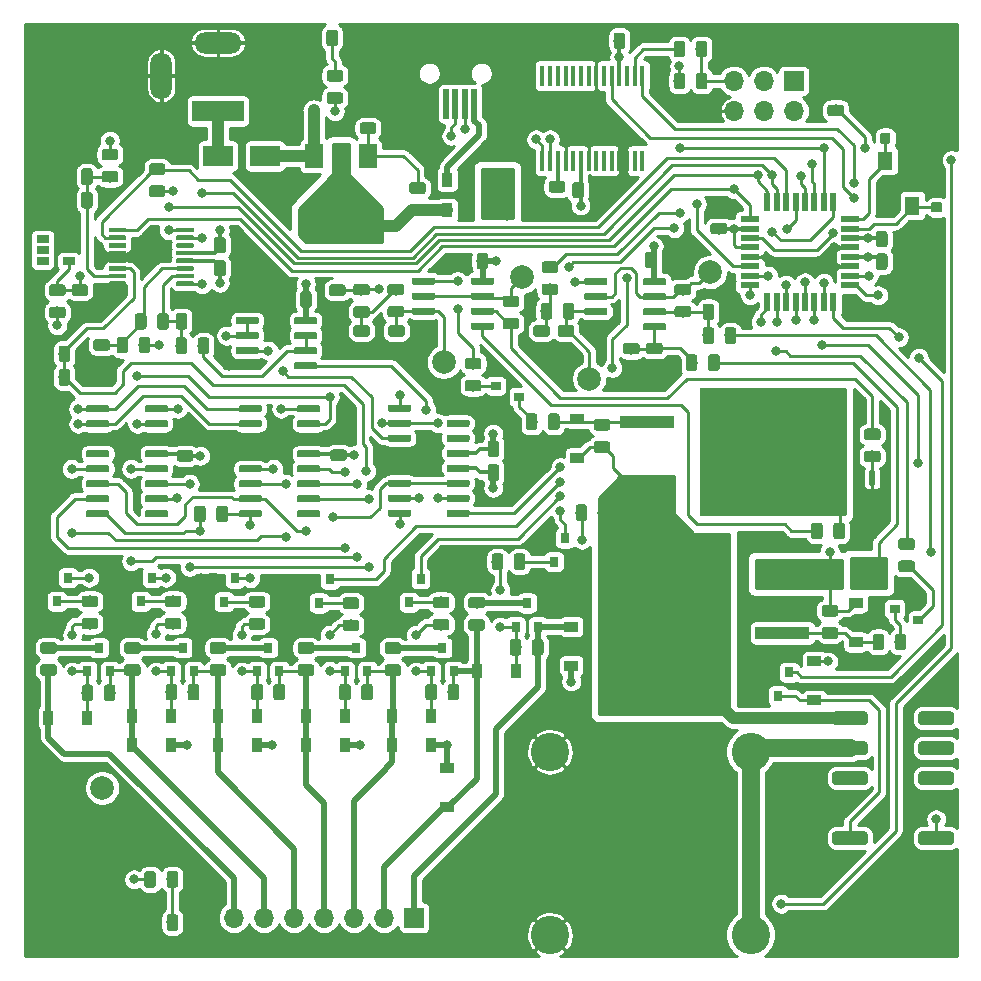
<source format=gtl>
%TF.GenerationSoftware,KiCad,Pcbnew,(5.1.2)-2*%
%TF.CreationDate,2020-11-17T15:03:50-05:00*%
%TF.ProjectId,Battery_Storage_Device,42617474-6572-4795-9f53-746f72616765,rev?*%
%TF.SameCoordinates,Original*%
%TF.FileFunction,Copper,L1,Top*%
%TF.FilePolarity,Positive*%
%FSLAX46Y46*%
G04 Gerber Fmt 4.6, Leading zero omitted, Abs format (unit mm)*
G04 Created by KiCad (PCBNEW (5.1.2)-2) date 2020-11-17 15:03:50*
%MOMM*%
%LPD*%
G04 APERTURE LIST*
%TA.AperFunction,EtchedComponent*%
%ADD10C,0.100000*%
%TD*%
%TA.AperFunction,ComponentPad*%
%ADD11C,5.400000*%
%TD*%
%TA.AperFunction,Conductor*%
%ADD12C,0.100000*%
%TD*%
%TA.AperFunction,SMDPad,CuDef*%
%ADD13C,0.975000*%
%TD*%
%TA.AperFunction,ComponentPad*%
%ADD14C,2.000000*%
%TD*%
%TA.AperFunction,ComponentPad*%
%ADD15C,3.250000*%
%TD*%
%TA.AperFunction,ComponentPad*%
%ADD16O,1.700000X1.700000*%
%TD*%
%TA.AperFunction,ComponentPad*%
%ADD17R,1.700000X1.700000*%
%TD*%
%TA.AperFunction,SMDPad,CuDef*%
%ADD18R,1.200000X0.900000*%
%TD*%
%TA.AperFunction,SMDPad,CuDef*%
%ADD19R,2.500000X1.800000*%
%TD*%
%TA.AperFunction,SMDPad,CuDef*%
%ADD20R,1.500000X2.000000*%
%TD*%
%TA.AperFunction,SMDPad,CuDef*%
%ADD21R,3.800000X2.000000*%
%TD*%
%TA.AperFunction,ComponentPad*%
%ADD22R,4.400000X1.800000*%
%TD*%
%TA.AperFunction,ComponentPad*%
%ADD23O,4.000000X1.800000*%
%TD*%
%TA.AperFunction,ComponentPad*%
%ADD24O,1.800000X4.000000*%
%TD*%
%TA.AperFunction,SMDPad,CuDef*%
%ADD25R,0.900000X1.200000*%
%TD*%
%TA.AperFunction,SMDPad,CuDef*%
%ADD26R,9.400000X10.800000*%
%TD*%
%TA.AperFunction,SMDPad,CuDef*%
%ADD27R,4.600000X1.100000*%
%TD*%
%TA.AperFunction,SMDPad,CuDef*%
%ADD28R,1.300000X1.600000*%
%TD*%
%TA.AperFunction,SMDPad,CuDef*%
%ADD29R,0.550000X1.600000*%
%TD*%
%TA.AperFunction,SMDPad,CuDef*%
%ADD30R,1.600000X0.550000*%
%TD*%
%TA.AperFunction,SMDPad,CuDef*%
%ADD31R,0.450000X1.750000*%
%TD*%
%TA.AperFunction,SMDPad,CuDef*%
%ADD32R,1.060000X0.650000*%
%TD*%
%TA.AperFunction,SMDPad,CuDef*%
%ADD33C,0.400000*%
%TD*%
%TA.AperFunction,SMDPad,CuDef*%
%ADD34C,0.600000*%
%TD*%
%TA.AperFunction,SMDPad,CuDef*%
%ADD35C,1.250000*%
%TD*%
%TA.AperFunction,SMDPad,CuDef*%
%ADD36R,0.800000X0.900000*%
%TD*%
%TA.AperFunction,SMDPad,CuDef*%
%ADD37R,0.900000X0.800000*%
%TD*%
%TA.AperFunction,Conductor*%
%ADD38C,0.500000*%
%TD*%
%TA.AperFunction,SMDPad,CuDef*%
%ADD39C,1.110000*%
%TD*%
%TA.AperFunction,SMDPad,CuDef*%
%ADD40R,0.500000X2.500000*%
%TD*%
%TA.AperFunction,SMDPad,CuDef*%
%ADD41R,2.000000X2.500000*%
%TD*%
%TA.AperFunction,SMDPad,CuDef*%
%ADD42C,0.875000*%
%TD*%
%TA.AperFunction,ViaPad*%
%ADD43C,0.800000*%
%TD*%
%TA.AperFunction,Conductor*%
%ADD44C,0.350000*%
%TD*%
%TA.AperFunction,Conductor*%
%ADD45C,0.250000*%
%TD*%
%TA.AperFunction,Conductor*%
%ADD46C,0.300000*%
%TD*%
%TA.AperFunction,Conductor*%
%ADD47C,0.500000*%
%TD*%
%TA.AperFunction,Conductor*%
%ADD48C,1.000000*%
%TD*%
%TA.AperFunction,Conductor*%
%ADD49C,1.500000*%
%TD*%
%TA.AperFunction,Conductor*%
%ADD50C,0.254000*%
%TD*%
G04 APERTURE END LIST*
D10*
%TO.C,NT1*%
G36*
X152550000Y-88500000D02*
G01*
X152550000Y-89500000D01*
X152050000Y-89500000D01*
X152050000Y-88500000D01*
X152550000Y-88500000D01*
G37*
%TD*%
D11*
%TO.P,H4,1*%
%TO.N,GND*%
X83300000Y-126700000D03*
%TD*%
%TO.P,H3,1*%
%TO.N,GND*%
X156700000Y-126700000D03*
%TD*%
%TO.P,H2,1*%
%TO.N,GND*%
X156700000Y-53300000D03*
%TD*%
%TO.P,H1,1*%
%TO.N,GND*%
X83300000Y-53300000D03*
%TD*%
D12*
%TO.N,/Microcontroller/PWM_SRC*%
%TO.C,R54*%
G36*
X149680142Y-57351174D02*
G01*
X149703803Y-57354684D01*
X149727007Y-57360496D01*
X149749529Y-57368554D01*
X149771153Y-57378782D01*
X149791670Y-57391079D01*
X149810883Y-57405329D01*
X149828607Y-57421393D01*
X149844671Y-57439117D01*
X149858921Y-57458330D01*
X149871218Y-57478847D01*
X149881446Y-57500471D01*
X149889504Y-57522993D01*
X149895316Y-57546197D01*
X149898826Y-57569858D01*
X149900000Y-57593750D01*
X149900000Y-58081250D01*
X149898826Y-58105142D01*
X149895316Y-58128803D01*
X149889504Y-58152007D01*
X149881446Y-58174529D01*
X149871218Y-58196153D01*
X149858921Y-58216670D01*
X149844671Y-58235883D01*
X149828607Y-58253607D01*
X149810883Y-58269671D01*
X149791670Y-58283921D01*
X149771153Y-58296218D01*
X149749529Y-58306446D01*
X149727007Y-58314504D01*
X149703803Y-58320316D01*
X149680142Y-58323826D01*
X149656250Y-58325000D01*
X148743750Y-58325000D01*
X148719858Y-58323826D01*
X148696197Y-58320316D01*
X148672993Y-58314504D01*
X148650471Y-58306446D01*
X148628847Y-58296218D01*
X148608330Y-58283921D01*
X148589117Y-58269671D01*
X148571393Y-58253607D01*
X148555329Y-58235883D01*
X148541079Y-58216670D01*
X148528782Y-58196153D01*
X148518554Y-58174529D01*
X148510496Y-58152007D01*
X148504684Y-58128803D01*
X148501174Y-58105142D01*
X148500000Y-58081250D01*
X148500000Y-57593750D01*
X148501174Y-57569858D01*
X148504684Y-57546197D01*
X148510496Y-57522993D01*
X148518554Y-57500471D01*
X148528782Y-57478847D01*
X148541079Y-57458330D01*
X148555329Y-57439117D01*
X148571393Y-57421393D01*
X148589117Y-57405329D01*
X148608330Y-57391079D01*
X148628847Y-57378782D01*
X148650471Y-57368554D01*
X148672993Y-57360496D01*
X148696197Y-57354684D01*
X148719858Y-57351174D01*
X148743750Y-57350000D01*
X149656250Y-57350000D01*
X149680142Y-57351174D01*
X149680142Y-57351174D01*
G37*
D13*
%TD*%
%TO.P,R54,2*%
%TO.N,/Microcontroller/PWM_SRC*%
X149200000Y-57837500D03*
D12*
%TO.N,GND*%
%TO.C,R54*%
G36*
X149680142Y-55476174D02*
G01*
X149703803Y-55479684D01*
X149727007Y-55485496D01*
X149749529Y-55493554D01*
X149771153Y-55503782D01*
X149791670Y-55516079D01*
X149810883Y-55530329D01*
X149828607Y-55546393D01*
X149844671Y-55564117D01*
X149858921Y-55583330D01*
X149871218Y-55603847D01*
X149881446Y-55625471D01*
X149889504Y-55647993D01*
X149895316Y-55671197D01*
X149898826Y-55694858D01*
X149900000Y-55718750D01*
X149900000Y-56206250D01*
X149898826Y-56230142D01*
X149895316Y-56253803D01*
X149889504Y-56277007D01*
X149881446Y-56299529D01*
X149871218Y-56321153D01*
X149858921Y-56341670D01*
X149844671Y-56360883D01*
X149828607Y-56378607D01*
X149810883Y-56394671D01*
X149791670Y-56408921D01*
X149771153Y-56421218D01*
X149749529Y-56431446D01*
X149727007Y-56439504D01*
X149703803Y-56445316D01*
X149680142Y-56448826D01*
X149656250Y-56450000D01*
X148743750Y-56450000D01*
X148719858Y-56448826D01*
X148696197Y-56445316D01*
X148672993Y-56439504D01*
X148650471Y-56431446D01*
X148628847Y-56421218D01*
X148608330Y-56408921D01*
X148589117Y-56394671D01*
X148571393Y-56378607D01*
X148555329Y-56360883D01*
X148541079Y-56341670D01*
X148528782Y-56321153D01*
X148518554Y-56299529D01*
X148510496Y-56277007D01*
X148504684Y-56253803D01*
X148501174Y-56230142D01*
X148500000Y-56206250D01*
X148500000Y-55718750D01*
X148501174Y-55694858D01*
X148504684Y-55671197D01*
X148510496Y-55647993D01*
X148518554Y-55625471D01*
X148528782Y-55603847D01*
X148541079Y-55583330D01*
X148555329Y-55564117D01*
X148571393Y-55546393D01*
X148589117Y-55530329D01*
X148608330Y-55516079D01*
X148628847Y-55503782D01*
X148650471Y-55493554D01*
X148672993Y-55485496D01*
X148696197Y-55479684D01*
X148719858Y-55476174D01*
X148743750Y-55475000D01*
X149656250Y-55475000D01*
X149680142Y-55476174D01*
X149680142Y-55476174D01*
G37*
D13*
%TD*%
%TO.P,R54,1*%
%TO.N,GND*%
X149200000Y-55962500D03*
D12*
%TO.N,/Microcontroller/PWM_SINK*%
%TO.C,R53*%
G36*
X107480142Y-72576174D02*
G01*
X107503803Y-72579684D01*
X107527007Y-72585496D01*
X107549529Y-72593554D01*
X107571153Y-72603782D01*
X107591670Y-72616079D01*
X107610883Y-72630329D01*
X107628607Y-72646393D01*
X107644671Y-72664117D01*
X107658921Y-72683330D01*
X107671218Y-72703847D01*
X107681446Y-72725471D01*
X107689504Y-72747993D01*
X107695316Y-72771197D01*
X107698826Y-72794858D01*
X107700000Y-72818750D01*
X107700000Y-73306250D01*
X107698826Y-73330142D01*
X107695316Y-73353803D01*
X107689504Y-73377007D01*
X107681446Y-73399529D01*
X107671218Y-73421153D01*
X107658921Y-73441670D01*
X107644671Y-73460883D01*
X107628607Y-73478607D01*
X107610883Y-73494671D01*
X107591670Y-73508921D01*
X107571153Y-73521218D01*
X107549529Y-73531446D01*
X107527007Y-73539504D01*
X107503803Y-73545316D01*
X107480142Y-73548826D01*
X107456250Y-73550000D01*
X106543750Y-73550000D01*
X106519858Y-73548826D01*
X106496197Y-73545316D01*
X106472993Y-73539504D01*
X106450471Y-73531446D01*
X106428847Y-73521218D01*
X106408330Y-73508921D01*
X106389117Y-73494671D01*
X106371393Y-73478607D01*
X106355329Y-73460883D01*
X106341079Y-73441670D01*
X106328782Y-73421153D01*
X106318554Y-73399529D01*
X106310496Y-73377007D01*
X106304684Y-73353803D01*
X106301174Y-73330142D01*
X106300000Y-73306250D01*
X106300000Y-72818750D01*
X106301174Y-72794858D01*
X106304684Y-72771197D01*
X106310496Y-72747993D01*
X106318554Y-72725471D01*
X106328782Y-72703847D01*
X106341079Y-72683330D01*
X106355329Y-72664117D01*
X106371393Y-72646393D01*
X106389117Y-72630329D01*
X106408330Y-72616079D01*
X106428847Y-72603782D01*
X106450471Y-72593554D01*
X106472993Y-72585496D01*
X106496197Y-72579684D01*
X106519858Y-72576174D01*
X106543750Y-72575000D01*
X107456250Y-72575000D01*
X107480142Y-72576174D01*
X107480142Y-72576174D01*
G37*
D13*
%TD*%
%TO.P,R53,2*%
%TO.N,/Microcontroller/PWM_SINK*%
X107000000Y-73062500D03*
D12*
%TO.N,GND*%
%TO.C,R53*%
G36*
X107480142Y-74451174D02*
G01*
X107503803Y-74454684D01*
X107527007Y-74460496D01*
X107549529Y-74468554D01*
X107571153Y-74478782D01*
X107591670Y-74491079D01*
X107610883Y-74505329D01*
X107628607Y-74521393D01*
X107644671Y-74539117D01*
X107658921Y-74558330D01*
X107671218Y-74578847D01*
X107681446Y-74600471D01*
X107689504Y-74622993D01*
X107695316Y-74646197D01*
X107698826Y-74669858D01*
X107700000Y-74693750D01*
X107700000Y-75181250D01*
X107698826Y-75205142D01*
X107695316Y-75228803D01*
X107689504Y-75252007D01*
X107681446Y-75274529D01*
X107671218Y-75296153D01*
X107658921Y-75316670D01*
X107644671Y-75335883D01*
X107628607Y-75353607D01*
X107610883Y-75369671D01*
X107591670Y-75383921D01*
X107571153Y-75396218D01*
X107549529Y-75406446D01*
X107527007Y-75414504D01*
X107503803Y-75420316D01*
X107480142Y-75423826D01*
X107456250Y-75425000D01*
X106543750Y-75425000D01*
X106519858Y-75423826D01*
X106496197Y-75420316D01*
X106472993Y-75414504D01*
X106450471Y-75406446D01*
X106428847Y-75396218D01*
X106408330Y-75383921D01*
X106389117Y-75369671D01*
X106371393Y-75353607D01*
X106355329Y-75335883D01*
X106341079Y-75316670D01*
X106328782Y-75296153D01*
X106318554Y-75274529D01*
X106310496Y-75252007D01*
X106304684Y-75228803D01*
X106301174Y-75205142D01*
X106300000Y-75181250D01*
X106300000Y-74693750D01*
X106301174Y-74669858D01*
X106304684Y-74646197D01*
X106310496Y-74622993D01*
X106318554Y-74600471D01*
X106328782Y-74578847D01*
X106341079Y-74558330D01*
X106355329Y-74539117D01*
X106371393Y-74521393D01*
X106389117Y-74505329D01*
X106408330Y-74491079D01*
X106428847Y-74478782D01*
X106450471Y-74468554D01*
X106472993Y-74460496D01*
X106496197Y-74454684D01*
X106519858Y-74451174D01*
X106543750Y-74450000D01*
X107456250Y-74450000D01*
X107480142Y-74451174D01*
X107480142Y-74451174D01*
G37*
D13*
%TD*%
%TO.P,R53,1*%
%TO.N,GND*%
X107000000Y-74937500D03*
D12*
%TO.N,+5V*%
%TO.C,R52*%
G36*
X92230142Y-64201174D02*
G01*
X92253803Y-64204684D01*
X92277007Y-64210496D01*
X92299529Y-64218554D01*
X92321153Y-64228782D01*
X92341670Y-64241079D01*
X92360883Y-64255329D01*
X92378607Y-64271393D01*
X92394671Y-64289117D01*
X92408921Y-64308330D01*
X92421218Y-64328847D01*
X92431446Y-64350471D01*
X92439504Y-64372993D01*
X92445316Y-64396197D01*
X92448826Y-64419858D01*
X92450000Y-64443750D01*
X92450000Y-64931250D01*
X92448826Y-64955142D01*
X92445316Y-64978803D01*
X92439504Y-65002007D01*
X92431446Y-65024529D01*
X92421218Y-65046153D01*
X92408921Y-65066670D01*
X92394671Y-65085883D01*
X92378607Y-65103607D01*
X92360883Y-65119671D01*
X92341670Y-65133921D01*
X92321153Y-65146218D01*
X92299529Y-65156446D01*
X92277007Y-65164504D01*
X92253803Y-65170316D01*
X92230142Y-65173826D01*
X92206250Y-65175000D01*
X91293750Y-65175000D01*
X91269858Y-65173826D01*
X91246197Y-65170316D01*
X91222993Y-65164504D01*
X91200471Y-65156446D01*
X91178847Y-65146218D01*
X91158330Y-65133921D01*
X91139117Y-65119671D01*
X91121393Y-65103607D01*
X91105329Y-65085883D01*
X91091079Y-65066670D01*
X91078782Y-65046153D01*
X91068554Y-65024529D01*
X91060496Y-65002007D01*
X91054684Y-64978803D01*
X91051174Y-64955142D01*
X91050000Y-64931250D01*
X91050000Y-64443750D01*
X91051174Y-64419858D01*
X91054684Y-64396197D01*
X91060496Y-64372993D01*
X91068554Y-64350471D01*
X91078782Y-64328847D01*
X91091079Y-64308330D01*
X91105329Y-64289117D01*
X91121393Y-64271393D01*
X91139117Y-64255329D01*
X91158330Y-64241079D01*
X91178847Y-64228782D01*
X91200471Y-64218554D01*
X91222993Y-64210496D01*
X91246197Y-64204684D01*
X91269858Y-64201174D01*
X91293750Y-64200000D01*
X92206250Y-64200000D01*
X92230142Y-64201174D01*
X92230142Y-64201174D01*
G37*
D13*
%TD*%
%TO.P,R52,2*%
%TO.N,+5V*%
X91750000Y-64687500D03*
D12*
%TO.N,/Battery AFE/ADC_CS*%
%TO.C,R52*%
G36*
X92230142Y-62326174D02*
G01*
X92253803Y-62329684D01*
X92277007Y-62335496D01*
X92299529Y-62343554D01*
X92321153Y-62353782D01*
X92341670Y-62366079D01*
X92360883Y-62380329D01*
X92378607Y-62396393D01*
X92394671Y-62414117D01*
X92408921Y-62433330D01*
X92421218Y-62453847D01*
X92431446Y-62475471D01*
X92439504Y-62497993D01*
X92445316Y-62521197D01*
X92448826Y-62544858D01*
X92450000Y-62568750D01*
X92450000Y-63056250D01*
X92448826Y-63080142D01*
X92445316Y-63103803D01*
X92439504Y-63127007D01*
X92431446Y-63149529D01*
X92421218Y-63171153D01*
X92408921Y-63191670D01*
X92394671Y-63210883D01*
X92378607Y-63228607D01*
X92360883Y-63244671D01*
X92341670Y-63258921D01*
X92321153Y-63271218D01*
X92299529Y-63281446D01*
X92277007Y-63289504D01*
X92253803Y-63295316D01*
X92230142Y-63298826D01*
X92206250Y-63300000D01*
X91293750Y-63300000D01*
X91269858Y-63298826D01*
X91246197Y-63295316D01*
X91222993Y-63289504D01*
X91200471Y-63281446D01*
X91178847Y-63271218D01*
X91158330Y-63258921D01*
X91139117Y-63244671D01*
X91121393Y-63228607D01*
X91105329Y-63210883D01*
X91091079Y-63191670D01*
X91078782Y-63171153D01*
X91068554Y-63149529D01*
X91060496Y-63127007D01*
X91054684Y-63103803D01*
X91051174Y-63080142D01*
X91050000Y-63056250D01*
X91050000Y-62568750D01*
X91051174Y-62544858D01*
X91054684Y-62521197D01*
X91060496Y-62497993D01*
X91068554Y-62475471D01*
X91078782Y-62453847D01*
X91091079Y-62433330D01*
X91105329Y-62414117D01*
X91121393Y-62396393D01*
X91139117Y-62380329D01*
X91158330Y-62366079D01*
X91178847Y-62353782D01*
X91200471Y-62343554D01*
X91222993Y-62335496D01*
X91246197Y-62329684D01*
X91269858Y-62326174D01*
X91293750Y-62325000D01*
X92206250Y-62325000D01*
X92230142Y-62326174D01*
X92230142Y-62326174D01*
G37*
D13*
%TD*%
%TO.P,R52,1*%
%TO.N,/Battery AFE/ADC_CS*%
X91750000Y-62812500D03*
D14*
%TO.P,TP6,1*%
%TO.N,+BATT*%
X87100000Y-115200000D03*
%TD*%
%TO.P,TP5,1*%
%TO.N,Net-(R7-Pad2)*%
X122650000Y-71950000D03*
%TD*%
%TO.P,TP4,1*%
%TO.N,Net-(C4-Pad1)*%
X116000000Y-79150000D03*
%TD*%
%TO.P,TP3,1*%
%TO.N,/SRC_SINK*%
X133650000Y-107250000D03*
%TD*%
%TO.P,TP2,1*%
%TO.N,Net-(C3-Pad1)*%
X128350000Y-80550000D03*
%TD*%
%TO.P,TP1,1*%
%TO.N,Net-(R8-Pad1)*%
X138550000Y-71550000D03*
%TD*%
D12*
%TO.N,Net-(C29-Pad1)*%
%TO.C,R51*%
G36*
X84155142Y-79751174D02*
G01*
X84178803Y-79754684D01*
X84202007Y-79760496D01*
X84224529Y-79768554D01*
X84246153Y-79778782D01*
X84266670Y-79791079D01*
X84285883Y-79805329D01*
X84303607Y-79821393D01*
X84319671Y-79839117D01*
X84333921Y-79858330D01*
X84346218Y-79878847D01*
X84356446Y-79900471D01*
X84364504Y-79922993D01*
X84370316Y-79946197D01*
X84373826Y-79969858D01*
X84375000Y-79993750D01*
X84375000Y-80906250D01*
X84373826Y-80930142D01*
X84370316Y-80953803D01*
X84364504Y-80977007D01*
X84356446Y-80999529D01*
X84346218Y-81021153D01*
X84333921Y-81041670D01*
X84319671Y-81060883D01*
X84303607Y-81078607D01*
X84285883Y-81094671D01*
X84266670Y-81108921D01*
X84246153Y-81121218D01*
X84224529Y-81131446D01*
X84202007Y-81139504D01*
X84178803Y-81145316D01*
X84155142Y-81148826D01*
X84131250Y-81150000D01*
X83643750Y-81150000D01*
X83619858Y-81148826D01*
X83596197Y-81145316D01*
X83572993Y-81139504D01*
X83550471Y-81131446D01*
X83528847Y-81121218D01*
X83508330Y-81108921D01*
X83489117Y-81094671D01*
X83471393Y-81078607D01*
X83455329Y-81060883D01*
X83441079Y-81041670D01*
X83428782Y-81021153D01*
X83418554Y-80999529D01*
X83410496Y-80977007D01*
X83404684Y-80953803D01*
X83401174Y-80930142D01*
X83400000Y-80906250D01*
X83400000Y-79993750D01*
X83401174Y-79969858D01*
X83404684Y-79946197D01*
X83410496Y-79922993D01*
X83418554Y-79900471D01*
X83428782Y-79878847D01*
X83441079Y-79858330D01*
X83455329Y-79839117D01*
X83471393Y-79821393D01*
X83489117Y-79805329D01*
X83508330Y-79791079D01*
X83528847Y-79778782D01*
X83550471Y-79768554D01*
X83572993Y-79760496D01*
X83596197Y-79754684D01*
X83619858Y-79751174D01*
X83643750Y-79750000D01*
X84131250Y-79750000D01*
X84155142Y-79751174D01*
X84155142Y-79751174D01*
G37*
D13*
%TD*%
%TO.P,R51,2*%
%TO.N,Net-(C29-Pad1)*%
X83887500Y-80450000D03*
D12*
%TO.N,GND*%
%TO.C,R51*%
G36*
X82280142Y-79751174D02*
G01*
X82303803Y-79754684D01*
X82327007Y-79760496D01*
X82349529Y-79768554D01*
X82371153Y-79778782D01*
X82391670Y-79791079D01*
X82410883Y-79805329D01*
X82428607Y-79821393D01*
X82444671Y-79839117D01*
X82458921Y-79858330D01*
X82471218Y-79878847D01*
X82481446Y-79900471D01*
X82489504Y-79922993D01*
X82495316Y-79946197D01*
X82498826Y-79969858D01*
X82500000Y-79993750D01*
X82500000Y-80906250D01*
X82498826Y-80930142D01*
X82495316Y-80953803D01*
X82489504Y-80977007D01*
X82481446Y-80999529D01*
X82471218Y-81021153D01*
X82458921Y-81041670D01*
X82444671Y-81060883D01*
X82428607Y-81078607D01*
X82410883Y-81094671D01*
X82391670Y-81108921D01*
X82371153Y-81121218D01*
X82349529Y-81131446D01*
X82327007Y-81139504D01*
X82303803Y-81145316D01*
X82280142Y-81148826D01*
X82256250Y-81150000D01*
X81768750Y-81150000D01*
X81744858Y-81148826D01*
X81721197Y-81145316D01*
X81697993Y-81139504D01*
X81675471Y-81131446D01*
X81653847Y-81121218D01*
X81633330Y-81108921D01*
X81614117Y-81094671D01*
X81596393Y-81078607D01*
X81580329Y-81060883D01*
X81566079Y-81041670D01*
X81553782Y-81021153D01*
X81543554Y-80999529D01*
X81535496Y-80977007D01*
X81529684Y-80953803D01*
X81526174Y-80930142D01*
X81525000Y-80906250D01*
X81525000Y-79993750D01*
X81526174Y-79969858D01*
X81529684Y-79946197D01*
X81535496Y-79922993D01*
X81543554Y-79900471D01*
X81553782Y-79878847D01*
X81566079Y-79858330D01*
X81580329Y-79839117D01*
X81596393Y-79821393D01*
X81614117Y-79805329D01*
X81633330Y-79791079D01*
X81653847Y-79778782D01*
X81675471Y-79768554D01*
X81697993Y-79760496D01*
X81721197Y-79754684D01*
X81744858Y-79751174D01*
X81768750Y-79750000D01*
X82256250Y-79750000D01*
X82280142Y-79751174D01*
X82280142Y-79751174D01*
G37*
D13*
%TD*%
%TO.P,R51,1*%
%TO.N,GND*%
X82012500Y-80450000D03*
D12*
%TO.N,/SRC_SINK*%
%TO.C,R50*%
G36*
X129805142Y-91201174D02*
G01*
X129828803Y-91204684D01*
X129852007Y-91210496D01*
X129874529Y-91218554D01*
X129896153Y-91228782D01*
X129916670Y-91241079D01*
X129935883Y-91255329D01*
X129953607Y-91271393D01*
X129969671Y-91289117D01*
X129983921Y-91308330D01*
X129996218Y-91328847D01*
X130006446Y-91350471D01*
X130014504Y-91372993D01*
X130020316Y-91396197D01*
X130023826Y-91419858D01*
X130025000Y-91443750D01*
X130025000Y-92356250D01*
X130023826Y-92380142D01*
X130020316Y-92403803D01*
X130014504Y-92427007D01*
X130006446Y-92449529D01*
X129996218Y-92471153D01*
X129983921Y-92491670D01*
X129969671Y-92510883D01*
X129953607Y-92528607D01*
X129935883Y-92544671D01*
X129916670Y-92558921D01*
X129896153Y-92571218D01*
X129874529Y-92581446D01*
X129852007Y-92589504D01*
X129828803Y-92595316D01*
X129805142Y-92598826D01*
X129781250Y-92600000D01*
X129293750Y-92600000D01*
X129269858Y-92598826D01*
X129246197Y-92595316D01*
X129222993Y-92589504D01*
X129200471Y-92581446D01*
X129178847Y-92571218D01*
X129158330Y-92558921D01*
X129139117Y-92544671D01*
X129121393Y-92528607D01*
X129105329Y-92510883D01*
X129091079Y-92491670D01*
X129078782Y-92471153D01*
X129068554Y-92449529D01*
X129060496Y-92427007D01*
X129054684Y-92403803D01*
X129051174Y-92380142D01*
X129050000Y-92356250D01*
X129050000Y-91443750D01*
X129051174Y-91419858D01*
X129054684Y-91396197D01*
X129060496Y-91372993D01*
X129068554Y-91350471D01*
X129078782Y-91328847D01*
X129091079Y-91308330D01*
X129105329Y-91289117D01*
X129121393Y-91271393D01*
X129139117Y-91255329D01*
X129158330Y-91241079D01*
X129178847Y-91228782D01*
X129200471Y-91218554D01*
X129222993Y-91210496D01*
X129246197Y-91204684D01*
X129269858Y-91201174D01*
X129293750Y-91200000D01*
X129781250Y-91200000D01*
X129805142Y-91201174D01*
X129805142Y-91201174D01*
G37*
D13*
%TD*%
%TO.P,R50,2*%
%TO.N,/SRC_SINK*%
X129537500Y-91900000D03*
D12*
%TO.N,Net-(C29-Pad1)*%
%TO.C,R50*%
G36*
X127930142Y-91201174D02*
G01*
X127953803Y-91204684D01*
X127977007Y-91210496D01*
X127999529Y-91218554D01*
X128021153Y-91228782D01*
X128041670Y-91241079D01*
X128060883Y-91255329D01*
X128078607Y-91271393D01*
X128094671Y-91289117D01*
X128108921Y-91308330D01*
X128121218Y-91328847D01*
X128131446Y-91350471D01*
X128139504Y-91372993D01*
X128145316Y-91396197D01*
X128148826Y-91419858D01*
X128150000Y-91443750D01*
X128150000Y-92356250D01*
X128148826Y-92380142D01*
X128145316Y-92403803D01*
X128139504Y-92427007D01*
X128131446Y-92449529D01*
X128121218Y-92471153D01*
X128108921Y-92491670D01*
X128094671Y-92510883D01*
X128078607Y-92528607D01*
X128060883Y-92544671D01*
X128041670Y-92558921D01*
X128021153Y-92571218D01*
X127999529Y-92581446D01*
X127977007Y-92589504D01*
X127953803Y-92595316D01*
X127930142Y-92598826D01*
X127906250Y-92600000D01*
X127418750Y-92600000D01*
X127394858Y-92598826D01*
X127371197Y-92595316D01*
X127347993Y-92589504D01*
X127325471Y-92581446D01*
X127303847Y-92571218D01*
X127283330Y-92558921D01*
X127264117Y-92544671D01*
X127246393Y-92528607D01*
X127230329Y-92510883D01*
X127216079Y-92491670D01*
X127203782Y-92471153D01*
X127193554Y-92449529D01*
X127185496Y-92427007D01*
X127179684Y-92403803D01*
X127176174Y-92380142D01*
X127175000Y-92356250D01*
X127175000Y-91443750D01*
X127176174Y-91419858D01*
X127179684Y-91396197D01*
X127185496Y-91372993D01*
X127193554Y-91350471D01*
X127203782Y-91328847D01*
X127216079Y-91308330D01*
X127230329Y-91289117D01*
X127246393Y-91271393D01*
X127264117Y-91255329D01*
X127283330Y-91241079D01*
X127303847Y-91228782D01*
X127325471Y-91218554D01*
X127347993Y-91210496D01*
X127371197Y-91204684D01*
X127394858Y-91201174D01*
X127418750Y-91200000D01*
X127906250Y-91200000D01*
X127930142Y-91201174D01*
X127930142Y-91201174D01*
G37*
D13*
%TD*%
%TO.P,R50,1*%
%TO.N,Net-(C29-Pad1)*%
X127662500Y-91900000D03*
D12*
%TO.N,GND*%
%TO.C,C29*%
G36*
X82280142Y-77751174D02*
G01*
X82303803Y-77754684D01*
X82327007Y-77760496D01*
X82349529Y-77768554D01*
X82371153Y-77778782D01*
X82391670Y-77791079D01*
X82410883Y-77805329D01*
X82428607Y-77821393D01*
X82444671Y-77839117D01*
X82458921Y-77858330D01*
X82471218Y-77878847D01*
X82481446Y-77900471D01*
X82489504Y-77922993D01*
X82495316Y-77946197D01*
X82498826Y-77969858D01*
X82500000Y-77993750D01*
X82500000Y-78906250D01*
X82498826Y-78930142D01*
X82495316Y-78953803D01*
X82489504Y-78977007D01*
X82481446Y-78999529D01*
X82471218Y-79021153D01*
X82458921Y-79041670D01*
X82444671Y-79060883D01*
X82428607Y-79078607D01*
X82410883Y-79094671D01*
X82391670Y-79108921D01*
X82371153Y-79121218D01*
X82349529Y-79131446D01*
X82327007Y-79139504D01*
X82303803Y-79145316D01*
X82280142Y-79148826D01*
X82256250Y-79150000D01*
X81768750Y-79150000D01*
X81744858Y-79148826D01*
X81721197Y-79145316D01*
X81697993Y-79139504D01*
X81675471Y-79131446D01*
X81653847Y-79121218D01*
X81633330Y-79108921D01*
X81614117Y-79094671D01*
X81596393Y-79078607D01*
X81580329Y-79060883D01*
X81566079Y-79041670D01*
X81553782Y-79021153D01*
X81543554Y-78999529D01*
X81535496Y-78977007D01*
X81529684Y-78953803D01*
X81526174Y-78930142D01*
X81525000Y-78906250D01*
X81525000Y-77993750D01*
X81526174Y-77969858D01*
X81529684Y-77946197D01*
X81535496Y-77922993D01*
X81543554Y-77900471D01*
X81553782Y-77878847D01*
X81566079Y-77858330D01*
X81580329Y-77839117D01*
X81596393Y-77821393D01*
X81614117Y-77805329D01*
X81633330Y-77791079D01*
X81653847Y-77778782D01*
X81675471Y-77768554D01*
X81697993Y-77760496D01*
X81721197Y-77754684D01*
X81744858Y-77751174D01*
X81768750Y-77750000D01*
X82256250Y-77750000D01*
X82280142Y-77751174D01*
X82280142Y-77751174D01*
G37*
D13*
%TD*%
%TO.P,C29,2*%
%TO.N,GND*%
X82012500Y-78450000D03*
D12*
%TO.N,Net-(C29-Pad1)*%
%TO.C,C29*%
G36*
X84155142Y-77751174D02*
G01*
X84178803Y-77754684D01*
X84202007Y-77760496D01*
X84224529Y-77768554D01*
X84246153Y-77778782D01*
X84266670Y-77791079D01*
X84285883Y-77805329D01*
X84303607Y-77821393D01*
X84319671Y-77839117D01*
X84333921Y-77858330D01*
X84346218Y-77878847D01*
X84356446Y-77900471D01*
X84364504Y-77922993D01*
X84370316Y-77946197D01*
X84373826Y-77969858D01*
X84375000Y-77993750D01*
X84375000Y-78906250D01*
X84373826Y-78930142D01*
X84370316Y-78953803D01*
X84364504Y-78977007D01*
X84356446Y-78999529D01*
X84346218Y-79021153D01*
X84333921Y-79041670D01*
X84319671Y-79060883D01*
X84303607Y-79078607D01*
X84285883Y-79094671D01*
X84266670Y-79108921D01*
X84246153Y-79121218D01*
X84224529Y-79131446D01*
X84202007Y-79139504D01*
X84178803Y-79145316D01*
X84155142Y-79148826D01*
X84131250Y-79150000D01*
X83643750Y-79150000D01*
X83619858Y-79148826D01*
X83596197Y-79145316D01*
X83572993Y-79139504D01*
X83550471Y-79131446D01*
X83528847Y-79121218D01*
X83508330Y-79108921D01*
X83489117Y-79094671D01*
X83471393Y-79078607D01*
X83455329Y-79060883D01*
X83441079Y-79041670D01*
X83428782Y-79021153D01*
X83418554Y-78999529D01*
X83410496Y-78977007D01*
X83404684Y-78953803D01*
X83401174Y-78930142D01*
X83400000Y-78906250D01*
X83400000Y-77993750D01*
X83401174Y-77969858D01*
X83404684Y-77946197D01*
X83410496Y-77922993D01*
X83418554Y-77900471D01*
X83428782Y-77878847D01*
X83441079Y-77858330D01*
X83455329Y-77839117D01*
X83471393Y-77821393D01*
X83489117Y-77805329D01*
X83508330Y-77791079D01*
X83528847Y-77778782D01*
X83550471Y-77768554D01*
X83572993Y-77760496D01*
X83596197Y-77754684D01*
X83619858Y-77751174D01*
X83643750Y-77750000D01*
X84131250Y-77750000D01*
X84155142Y-77751174D01*
X84155142Y-77751174D01*
G37*
D13*
%TD*%
%TO.P,C29,1*%
%TO.N,Net-(C29-Pad1)*%
X83887500Y-78450000D03*
D15*
%TO.P,J6,1*%
%TO.N,GND*%
X125000000Y-127650000D03*
X125000000Y-112150000D03*
%TD*%
%TO.P,J1,1*%
%TO.N,/PACK_HI*%
X142000000Y-127650000D03*
X142000000Y-112150000D03*
%TD*%
D16*
%TO.P,J2,7*%
%TO.N,/Battery AFE/VC0*%
X98260000Y-126200000D03*
%TO.P,J2,6*%
%TO.N,/Battery AFE/VC1*%
X100800000Y-126200000D03*
%TO.P,J2,5*%
%TO.N,/Battery AFE/VC2*%
X103340000Y-126200000D03*
%TO.P,J2,4*%
%TO.N,/Battery AFE/VC3*%
X105880000Y-126200000D03*
%TO.P,J2,3*%
%TO.N,/Battery AFE/VC4*%
X108420000Y-126200000D03*
%TO.P,J2,2*%
%TO.N,/Battery AFE/VC5*%
X110960000Y-126200000D03*
D17*
%TO.P,J2,1*%
%TO.N,/Battery AFE/VC6*%
X113500000Y-126200000D03*
%TD*%
D12*
%TO.N,+5V*%
%TO.C,R49*%
G36*
X107280142Y-56301174D02*
G01*
X107303803Y-56304684D01*
X107327007Y-56310496D01*
X107349529Y-56318554D01*
X107371153Y-56328782D01*
X107391670Y-56341079D01*
X107410883Y-56355329D01*
X107428607Y-56371393D01*
X107444671Y-56389117D01*
X107458921Y-56408330D01*
X107471218Y-56428847D01*
X107481446Y-56450471D01*
X107489504Y-56472993D01*
X107495316Y-56496197D01*
X107498826Y-56519858D01*
X107500000Y-56543750D01*
X107500000Y-57031250D01*
X107498826Y-57055142D01*
X107495316Y-57078803D01*
X107489504Y-57102007D01*
X107481446Y-57124529D01*
X107471218Y-57146153D01*
X107458921Y-57166670D01*
X107444671Y-57185883D01*
X107428607Y-57203607D01*
X107410883Y-57219671D01*
X107391670Y-57233921D01*
X107371153Y-57246218D01*
X107349529Y-57256446D01*
X107327007Y-57264504D01*
X107303803Y-57270316D01*
X107280142Y-57273826D01*
X107256250Y-57275000D01*
X106343750Y-57275000D01*
X106319858Y-57273826D01*
X106296197Y-57270316D01*
X106272993Y-57264504D01*
X106250471Y-57256446D01*
X106228847Y-57246218D01*
X106208330Y-57233921D01*
X106189117Y-57219671D01*
X106171393Y-57203607D01*
X106155329Y-57185883D01*
X106141079Y-57166670D01*
X106128782Y-57146153D01*
X106118554Y-57124529D01*
X106110496Y-57102007D01*
X106104684Y-57078803D01*
X106101174Y-57055142D01*
X106100000Y-57031250D01*
X106100000Y-56543750D01*
X106101174Y-56519858D01*
X106104684Y-56496197D01*
X106110496Y-56472993D01*
X106118554Y-56450471D01*
X106128782Y-56428847D01*
X106141079Y-56408330D01*
X106155329Y-56389117D01*
X106171393Y-56371393D01*
X106189117Y-56355329D01*
X106208330Y-56341079D01*
X106228847Y-56328782D01*
X106250471Y-56318554D01*
X106272993Y-56310496D01*
X106296197Y-56304684D01*
X106319858Y-56301174D01*
X106343750Y-56300000D01*
X107256250Y-56300000D01*
X107280142Y-56301174D01*
X107280142Y-56301174D01*
G37*
D13*
%TD*%
%TO.P,R49,2*%
%TO.N,+5V*%
X106800000Y-56787500D03*
D12*
%TO.N,Net-(D20-Pad2)*%
%TO.C,R49*%
G36*
X107280142Y-54426174D02*
G01*
X107303803Y-54429684D01*
X107327007Y-54435496D01*
X107349529Y-54443554D01*
X107371153Y-54453782D01*
X107391670Y-54466079D01*
X107410883Y-54480329D01*
X107428607Y-54496393D01*
X107444671Y-54514117D01*
X107458921Y-54533330D01*
X107471218Y-54553847D01*
X107481446Y-54575471D01*
X107489504Y-54597993D01*
X107495316Y-54621197D01*
X107498826Y-54644858D01*
X107500000Y-54668750D01*
X107500000Y-55156250D01*
X107498826Y-55180142D01*
X107495316Y-55203803D01*
X107489504Y-55227007D01*
X107481446Y-55249529D01*
X107471218Y-55271153D01*
X107458921Y-55291670D01*
X107444671Y-55310883D01*
X107428607Y-55328607D01*
X107410883Y-55344671D01*
X107391670Y-55358921D01*
X107371153Y-55371218D01*
X107349529Y-55381446D01*
X107327007Y-55389504D01*
X107303803Y-55395316D01*
X107280142Y-55398826D01*
X107256250Y-55400000D01*
X106343750Y-55400000D01*
X106319858Y-55398826D01*
X106296197Y-55395316D01*
X106272993Y-55389504D01*
X106250471Y-55381446D01*
X106228847Y-55371218D01*
X106208330Y-55358921D01*
X106189117Y-55344671D01*
X106171393Y-55328607D01*
X106155329Y-55310883D01*
X106141079Y-55291670D01*
X106128782Y-55271153D01*
X106118554Y-55249529D01*
X106110496Y-55227007D01*
X106104684Y-55203803D01*
X106101174Y-55180142D01*
X106100000Y-55156250D01*
X106100000Y-54668750D01*
X106101174Y-54644858D01*
X106104684Y-54621197D01*
X106110496Y-54597993D01*
X106118554Y-54575471D01*
X106128782Y-54553847D01*
X106141079Y-54533330D01*
X106155329Y-54514117D01*
X106171393Y-54496393D01*
X106189117Y-54480329D01*
X106208330Y-54466079D01*
X106228847Y-54453782D01*
X106250471Y-54443554D01*
X106272993Y-54435496D01*
X106296197Y-54429684D01*
X106319858Y-54426174D01*
X106343750Y-54425000D01*
X107256250Y-54425000D01*
X107280142Y-54426174D01*
X107280142Y-54426174D01*
G37*
D13*
%TD*%
%TO.P,R49,1*%
%TO.N,Net-(D20-Pad2)*%
X106800000Y-54912500D03*
D12*
%TO.N,Net-(D20-Pad2)*%
%TO.C,D20*%
G36*
X106830142Y-51001174D02*
G01*
X106853803Y-51004684D01*
X106877007Y-51010496D01*
X106899529Y-51018554D01*
X106921153Y-51028782D01*
X106941670Y-51041079D01*
X106960883Y-51055329D01*
X106978607Y-51071393D01*
X106994671Y-51089117D01*
X107008921Y-51108330D01*
X107021218Y-51128847D01*
X107031446Y-51150471D01*
X107039504Y-51172993D01*
X107045316Y-51196197D01*
X107048826Y-51219858D01*
X107050000Y-51243750D01*
X107050000Y-52156250D01*
X107048826Y-52180142D01*
X107045316Y-52203803D01*
X107039504Y-52227007D01*
X107031446Y-52249529D01*
X107021218Y-52271153D01*
X107008921Y-52291670D01*
X106994671Y-52310883D01*
X106978607Y-52328607D01*
X106960883Y-52344671D01*
X106941670Y-52358921D01*
X106921153Y-52371218D01*
X106899529Y-52381446D01*
X106877007Y-52389504D01*
X106853803Y-52395316D01*
X106830142Y-52398826D01*
X106806250Y-52400000D01*
X106318750Y-52400000D01*
X106294858Y-52398826D01*
X106271197Y-52395316D01*
X106247993Y-52389504D01*
X106225471Y-52381446D01*
X106203847Y-52371218D01*
X106183330Y-52358921D01*
X106164117Y-52344671D01*
X106146393Y-52328607D01*
X106130329Y-52310883D01*
X106116079Y-52291670D01*
X106103782Y-52271153D01*
X106093554Y-52249529D01*
X106085496Y-52227007D01*
X106079684Y-52203803D01*
X106076174Y-52180142D01*
X106075000Y-52156250D01*
X106075000Y-51243750D01*
X106076174Y-51219858D01*
X106079684Y-51196197D01*
X106085496Y-51172993D01*
X106093554Y-51150471D01*
X106103782Y-51128847D01*
X106116079Y-51108330D01*
X106130329Y-51089117D01*
X106146393Y-51071393D01*
X106164117Y-51055329D01*
X106183330Y-51041079D01*
X106203847Y-51028782D01*
X106225471Y-51018554D01*
X106247993Y-51010496D01*
X106271197Y-51004684D01*
X106294858Y-51001174D01*
X106318750Y-51000000D01*
X106806250Y-51000000D01*
X106830142Y-51001174D01*
X106830142Y-51001174D01*
G37*
D13*
%TD*%
%TO.P,D20,2*%
%TO.N,Net-(D20-Pad2)*%
X106562500Y-51700000D03*
D12*
%TO.N,GND*%
%TO.C,D20*%
G36*
X108705142Y-51001174D02*
G01*
X108728803Y-51004684D01*
X108752007Y-51010496D01*
X108774529Y-51018554D01*
X108796153Y-51028782D01*
X108816670Y-51041079D01*
X108835883Y-51055329D01*
X108853607Y-51071393D01*
X108869671Y-51089117D01*
X108883921Y-51108330D01*
X108896218Y-51128847D01*
X108906446Y-51150471D01*
X108914504Y-51172993D01*
X108920316Y-51196197D01*
X108923826Y-51219858D01*
X108925000Y-51243750D01*
X108925000Y-52156250D01*
X108923826Y-52180142D01*
X108920316Y-52203803D01*
X108914504Y-52227007D01*
X108906446Y-52249529D01*
X108896218Y-52271153D01*
X108883921Y-52291670D01*
X108869671Y-52310883D01*
X108853607Y-52328607D01*
X108835883Y-52344671D01*
X108816670Y-52358921D01*
X108796153Y-52371218D01*
X108774529Y-52381446D01*
X108752007Y-52389504D01*
X108728803Y-52395316D01*
X108705142Y-52398826D01*
X108681250Y-52400000D01*
X108193750Y-52400000D01*
X108169858Y-52398826D01*
X108146197Y-52395316D01*
X108122993Y-52389504D01*
X108100471Y-52381446D01*
X108078847Y-52371218D01*
X108058330Y-52358921D01*
X108039117Y-52344671D01*
X108021393Y-52328607D01*
X108005329Y-52310883D01*
X107991079Y-52291670D01*
X107978782Y-52271153D01*
X107968554Y-52249529D01*
X107960496Y-52227007D01*
X107954684Y-52203803D01*
X107951174Y-52180142D01*
X107950000Y-52156250D01*
X107950000Y-51243750D01*
X107951174Y-51219858D01*
X107954684Y-51196197D01*
X107960496Y-51172993D01*
X107968554Y-51150471D01*
X107978782Y-51128847D01*
X107991079Y-51108330D01*
X108005329Y-51089117D01*
X108021393Y-51071393D01*
X108039117Y-51055329D01*
X108058330Y-51041079D01*
X108078847Y-51028782D01*
X108100471Y-51018554D01*
X108122993Y-51010496D01*
X108146197Y-51004684D01*
X108169858Y-51001174D01*
X108193750Y-51000000D01*
X108681250Y-51000000D01*
X108705142Y-51001174D01*
X108705142Y-51001174D01*
G37*
D13*
%TD*%
%TO.P,D20,1*%
%TO.N,GND*%
X108437500Y-51700000D03*
D18*
%TO.P,D19,2*%
%TO.N,Net-(D19-Pad2)*%
X127300000Y-83950000D03*
%TO.P,D19,1*%
%TO.N,/SRC_SINK*%
X127300000Y-87250000D03*
%TD*%
%TO.P,D18,2*%
%TO.N,Net-(D18-Pad2)*%
X150900000Y-102850000D03*
%TO.P,D18,1*%
%TO.N,Net-(D18-Pad1)*%
X150900000Y-99550000D03*
%TD*%
D12*
%TO.N,Net-(C28-Pad1)*%
%TO.C,R48*%
G36*
X86067642Y-62751174D02*
G01*
X86091303Y-62754684D01*
X86114507Y-62760496D01*
X86137029Y-62768554D01*
X86158653Y-62778782D01*
X86179170Y-62791079D01*
X86198383Y-62805329D01*
X86216107Y-62821393D01*
X86232171Y-62839117D01*
X86246421Y-62858330D01*
X86258718Y-62878847D01*
X86268946Y-62900471D01*
X86277004Y-62922993D01*
X86282816Y-62946197D01*
X86286326Y-62969858D01*
X86287500Y-62993750D01*
X86287500Y-63906250D01*
X86286326Y-63930142D01*
X86282816Y-63953803D01*
X86277004Y-63977007D01*
X86268946Y-63999529D01*
X86258718Y-64021153D01*
X86246421Y-64041670D01*
X86232171Y-64060883D01*
X86216107Y-64078607D01*
X86198383Y-64094671D01*
X86179170Y-64108921D01*
X86158653Y-64121218D01*
X86137029Y-64131446D01*
X86114507Y-64139504D01*
X86091303Y-64145316D01*
X86067642Y-64148826D01*
X86043750Y-64150000D01*
X85556250Y-64150000D01*
X85532358Y-64148826D01*
X85508697Y-64145316D01*
X85485493Y-64139504D01*
X85462971Y-64131446D01*
X85441347Y-64121218D01*
X85420830Y-64108921D01*
X85401617Y-64094671D01*
X85383893Y-64078607D01*
X85367829Y-64060883D01*
X85353579Y-64041670D01*
X85341282Y-64021153D01*
X85331054Y-63999529D01*
X85322996Y-63977007D01*
X85317184Y-63953803D01*
X85313674Y-63930142D01*
X85312500Y-63906250D01*
X85312500Y-62993750D01*
X85313674Y-62969858D01*
X85317184Y-62946197D01*
X85322996Y-62922993D01*
X85331054Y-62900471D01*
X85341282Y-62878847D01*
X85353579Y-62858330D01*
X85367829Y-62839117D01*
X85383893Y-62821393D01*
X85401617Y-62805329D01*
X85420830Y-62791079D01*
X85441347Y-62778782D01*
X85462971Y-62768554D01*
X85485493Y-62760496D01*
X85508697Y-62754684D01*
X85532358Y-62751174D01*
X85556250Y-62750000D01*
X86043750Y-62750000D01*
X86067642Y-62751174D01*
X86067642Y-62751174D01*
G37*
D13*
%TD*%
%TO.P,R48,2*%
%TO.N,Net-(C28-Pad1)*%
X85800000Y-63450000D03*
D12*
%TO.N,GND*%
%TO.C,R48*%
G36*
X84192642Y-62751174D02*
G01*
X84216303Y-62754684D01*
X84239507Y-62760496D01*
X84262029Y-62768554D01*
X84283653Y-62778782D01*
X84304170Y-62791079D01*
X84323383Y-62805329D01*
X84341107Y-62821393D01*
X84357171Y-62839117D01*
X84371421Y-62858330D01*
X84383718Y-62878847D01*
X84393946Y-62900471D01*
X84402004Y-62922993D01*
X84407816Y-62946197D01*
X84411326Y-62969858D01*
X84412500Y-62993750D01*
X84412500Y-63906250D01*
X84411326Y-63930142D01*
X84407816Y-63953803D01*
X84402004Y-63977007D01*
X84393946Y-63999529D01*
X84383718Y-64021153D01*
X84371421Y-64041670D01*
X84357171Y-64060883D01*
X84341107Y-64078607D01*
X84323383Y-64094671D01*
X84304170Y-64108921D01*
X84283653Y-64121218D01*
X84262029Y-64131446D01*
X84239507Y-64139504D01*
X84216303Y-64145316D01*
X84192642Y-64148826D01*
X84168750Y-64150000D01*
X83681250Y-64150000D01*
X83657358Y-64148826D01*
X83633697Y-64145316D01*
X83610493Y-64139504D01*
X83587971Y-64131446D01*
X83566347Y-64121218D01*
X83545830Y-64108921D01*
X83526617Y-64094671D01*
X83508893Y-64078607D01*
X83492829Y-64060883D01*
X83478579Y-64041670D01*
X83466282Y-64021153D01*
X83456054Y-63999529D01*
X83447996Y-63977007D01*
X83442184Y-63953803D01*
X83438674Y-63930142D01*
X83437500Y-63906250D01*
X83437500Y-62993750D01*
X83438674Y-62969858D01*
X83442184Y-62946197D01*
X83447996Y-62922993D01*
X83456054Y-62900471D01*
X83466282Y-62878847D01*
X83478579Y-62858330D01*
X83492829Y-62839117D01*
X83508893Y-62821393D01*
X83526617Y-62805329D01*
X83545830Y-62791079D01*
X83566347Y-62778782D01*
X83587971Y-62768554D01*
X83610493Y-62760496D01*
X83633697Y-62754684D01*
X83657358Y-62751174D01*
X83681250Y-62750000D01*
X84168750Y-62750000D01*
X84192642Y-62751174D01*
X84192642Y-62751174D01*
G37*
D13*
%TD*%
%TO.P,R48,1*%
%TO.N,GND*%
X83925000Y-63450000D03*
D12*
%TO.N,+BATT*%
%TO.C,R47*%
G36*
X88230142Y-61088674D02*
G01*
X88253803Y-61092184D01*
X88277007Y-61097996D01*
X88299529Y-61106054D01*
X88321153Y-61116282D01*
X88341670Y-61128579D01*
X88360883Y-61142829D01*
X88378607Y-61158893D01*
X88394671Y-61176617D01*
X88408921Y-61195830D01*
X88421218Y-61216347D01*
X88431446Y-61237971D01*
X88439504Y-61260493D01*
X88445316Y-61283697D01*
X88448826Y-61307358D01*
X88450000Y-61331250D01*
X88450000Y-61818750D01*
X88448826Y-61842642D01*
X88445316Y-61866303D01*
X88439504Y-61889507D01*
X88431446Y-61912029D01*
X88421218Y-61933653D01*
X88408921Y-61954170D01*
X88394671Y-61973383D01*
X88378607Y-61991107D01*
X88360883Y-62007171D01*
X88341670Y-62021421D01*
X88321153Y-62033718D01*
X88299529Y-62043946D01*
X88277007Y-62052004D01*
X88253803Y-62057816D01*
X88230142Y-62061326D01*
X88206250Y-62062500D01*
X87293750Y-62062500D01*
X87269858Y-62061326D01*
X87246197Y-62057816D01*
X87222993Y-62052004D01*
X87200471Y-62043946D01*
X87178847Y-62033718D01*
X87158330Y-62021421D01*
X87139117Y-62007171D01*
X87121393Y-61991107D01*
X87105329Y-61973383D01*
X87091079Y-61954170D01*
X87078782Y-61933653D01*
X87068554Y-61912029D01*
X87060496Y-61889507D01*
X87054684Y-61866303D01*
X87051174Y-61842642D01*
X87050000Y-61818750D01*
X87050000Y-61331250D01*
X87051174Y-61307358D01*
X87054684Y-61283697D01*
X87060496Y-61260493D01*
X87068554Y-61237971D01*
X87078782Y-61216347D01*
X87091079Y-61195830D01*
X87105329Y-61176617D01*
X87121393Y-61158893D01*
X87139117Y-61142829D01*
X87158330Y-61128579D01*
X87178847Y-61116282D01*
X87200471Y-61106054D01*
X87222993Y-61097996D01*
X87246197Y-61092184D01*
X87269858Y-61088674D01*
X87293750Y-61087500D01*
X88206250Y-61087500D01*
X88230142Y-61088674D01*
X88230142Y-61088674D01*
G37*
D13*
%TD*%
%TO.P,R47,2*%
%TO.N,+BATT*%
X87750000Y-61575000D03*
D12*
%TO.N,Net-(C28-Pad1)*%
%TO.C,R47*%
G36*
X88230142Y-62963674D02*
G01*
X88253803Y-62967184D01*
X88277007Y-62972996D01*
X88299529Y-62981054D01*
X88321153Y-62991282D01*
X88341670Y-63003579D01*
X88360883Y-63017829D01*
X88378607Y-63033893D01*
X88394671Y-63051617D01*
X88408921Y-63070830D01*
X88421218Y-63091347D01*
X88431446Y-63112971D01*
X88439504Y-63135493D01*
X88445316Y-63158697D01*
X88448826Y-63182358D01*
X88450000Y-63206250D01*
X88450000Y-63693750D01*
X88448826Y-63717642D01*
X88445316Y-63741303D01*
X88439504Y-63764507D01*
X88431446Y-63787029D01*
X88421218Y-63808653D01*
X88408921Y-63829170D01*
X88394671Y-63848383D01*
X88378607Y-63866107D01*
X88360883Y-63882171D01*
X88341670Y-63896421D01*
X88321153Y-63908718D01*
X88299529Y-63918946D01*
X88277007Y-63927004D01*
X88253803Y-63932816D01*
X88230142Y-63936326D01*
X88206250Y-63937500D01*
X87293750Y-63937500D01*
X87269858Y-63936326D01*
X87246197Y-63932816D01*
X87222993Y-63927004D01*
X87200471Y-63918946D01*
X87178847Y-63908718D01*
X87158330Y-63896421D01*
X87139117Y-63882171D01*
X87121393Y-63866107D01*
X87105329Y-63848383D01*
X87091079Y-63829170D01*
X87078782Y-63808653D01*
X87068554Y-63787029D01*
X87060496Y-63764507D01*
X87054684Y-63741303D01*
X87051174Y-63717642D01*
X87050000Y-63693750D01*
X87050000Y-63206250D01*
X87051174Y-63182358D01*
X87054684Y-63158697D01*
X87060496Y-63135493D01*
X87068554Y-63112971D01*
X87078782Y-63091347D01*
X87091079Y-63070830D01*
X87105329Y-63051617D01*
X87121393Y-63033893D01*
X87139117Y-63017829D01*
X87158330Y-63003579D01*
X87178847Y-62991282D01*
X87200471Y-62981054D01*
X87222993Y-62972996D01*
X87246197Y-62967184D01*
X87269858Y-62963674D01*
X87293750Y-62962500D01*
X88206250Y-62962500D01*
X88230142Y-62963674D01*
X88230142Y-62963674D01*
G37*
D13*
%TD*%
%TO.P,R47,1*%
%TO.N,Net-(C28-Pad1)*%
X87750000Y-63450000D03*
D12*
%TO.N,GND*%
%TO.C,C28*%
G36*
X84192642Y-64751174D02*
G01*
X84216303Y-64754684D01*
X84239507Y-64760496D01*
X84262029Y-64768554D01*
X84283653Y-64778782D01*
X84304170Y-64791079D01*
X84323383Y-64805329D01*
X84341107Y-64821393D01*
X84357171Y-64839117D01*
X84371421Y-64858330D01*
X84383718Y-64878847D01*
X84393946Y-64900471D01*
X84402004Y-64922993D01*
X84407816Y-64946197D01*
X84411326Y-64969858D01*
X84412500Y-64993750D01*
X84412500Y-65906250D01*
X84411326Y-65930142D01*
X84407816Y-65953803D01*
X84402004Y-65977007D01*
X84393946Y-65999529D01*
X84383718Y-66021153D01*
X84371421Y-66041670D01*
X84357171Y-66060883D01*
X84341107Y-66078607D01*
X84323383Y-66094671D01*
X84304170Y-66108921D01*
X84283653Y-66121218D01*
X84262029Y-66131446D01*
X84239507Y-66139504D01*
X84216303Y-66145316D01*
X84192642Y-66148826D01*
X84168750Y-66150000D01*
X83681250Y-66150000D01*
X83657358Y-66148826D01*
X83633697Y-66145316D01*
X83610493Y-66139504D01*
X83587971Y-66131446D01*
X83566347Y-66121218D01*
X83545830Y-66108921D01*
X83526617Y-66094671D01*
X83508893Y-66078607D01*
X83492829Y-66060883D01*
X83478579Y-66041670D01*
X83466282Y-66021153D01*
X83456054Y-65999529D01*
X83447996Y-65977007D01*
X83442184Y-65953803D01*
X83438674Y-65930142D01*
X83437500Y-65906250D01*
X83437500Y-64993750D01*
X83438674Y-64969858D01*
X83442184Y-64946197D01*
X83447996Y-64922993D01*
X83456054Y-64900471D01*
X83466282Y-64878847D01*
X83478579Y-64858330D01*
X83492829Y-64839117D01*
X83508893Y-64821393D01*
X83526617Y-64805329D01*
X83545830Y-64791079D01*
X83566347Y-64778782D01*
X83587971Y-64768554D01*
X83610493Y-64760496D01*
X83633697Y-64754684D01*
X83657358Y-64751174D01*
X83681250Y-64750000D01*
X84168750Y-64750000D01*
X84192642Y-64751174D01*
X84192642Y-64751174D01*
G37*
D13*
%TD*%
%TO.P,C28,2*%
%TO.N,GND*%
X83925000Y-65450000D03*
D12*
%TO.N,Net-(C28-Pad1)*%
%TO.C,C28*%
G36*
X86067642Y-64751174D02*
G01*
X86091303Y-64754684D01*
X86114507Y-64760496D01*
X86137029Y-64768554D01*
X86158653Y-64778782D01*
X86179170Y-64791079D01*
X86198383Y-64805329D01*
X86216107Y-64821393D01*
X86232171Y-64839117D01*
X86246421Y-64858330D01*
X86258718Y-64878847D01*
X86268946Y-64900471D01*
X86277004Y-64922993D01*
X86282816Y-64946197D01*
X86286326Y-64969858D01*
X86287500Y-64993750D01*
X86287500Y-65906250D01*
X86286326Y-65930142D01*
X86282816Y-65953803D01*
X86277004Y-65977007D01*
X86268946Y-65999529D01*
X86258718Y-66021153D01*
X86246421Y-66041670D01*
X86232171Y-66060883D01*
X86216107Y-66078607D01*
X86198383Y-66094671D01*
X86179170Y-66108921D01*
X86158653Y-66121218D01*
X86137029Y-66131446D01*
X86114507Y-66139504D01*
X86091303Y-66145316D01*
X86067642Y-66148826D01*
X86043750Y-66150000D01*
X85556250Y-66150000D01*
X85532358Y-66148826D01*
X85508697Y-66145316D01*
X85485493Y-66139504D01*
X85462971Y-66131446D01*
X85441347Y-66121218D01*
X85420830Y-66108921D01*
X85401617Y-66094671D01*
X85383893Y-66078607D01*
X85367829Y-66060883D01*
X85353579Y-66041670D01*
X85341282Y-66021153D01*
X85331054Y-65999529D01*
X85322996Y-65977007D01*
X85317184Y-65953803D01*
X85313674Y-65930142D01*
X85312500Y-65906250D01*
X85312500Y-64993750D01*
X85313674Y-64969858D01*
X85317184Y-64946197D01*
X85322996Y-64922993D01*
X85331054Y-64900471D01*
X85341282Y-64878847D01*
X85353579Y-64858330D01*
X85367829Y-64839117D01*
X85383893Y-64821393D01*
X85401617Y-64805329D01*
X85420830Y-64791079D01*
X85441347Y-64778782D01*
X85462971Y-64768554D01*
X85485493Y-64760496D01*
X85508697Y-64754684D01*
X85532358Y-64751174D01*
X85556250Y-64750000D01*
X86043750Y-64750000D01*
X86067642Y-64751174D01*
X86067642Y-64751174D01*
G37*
D13*
%TD*%
%TO.P,C28,1*%
%TO.N,Net-(C28-Pad1)*%
X85800000Y-65450000D03*
D12*
%TO.N,Net-(R46-Pad2)*%
%TO.C,R46*%
G36*
X147880142Y-92751174D02*
G01*
X147903803Y-92754684D01*
X147927007Y-92760496D01*
X147949529Y-92768554D01*
X147971153Y-92778782D01*
X147991670Y-92791079D01*
X148010883Y-92805329D01*
X148028607Y-92821393D01*
X148044671Y-92839117D01*
X148058921Y-92858330D01*
X148071218Y-92878847D01*
X148081446Y-92900471D01*
X148089504Y-92922993D01*
X148095316Y-92946197D01*
X148098826Y-92969858D01*
X148100000Y-92993750D01*
X148100000Y-93906250D01*
X148098826Y-93930142D01*
X148095316Y-93953803D01*
X148089504Y-93977007D01*
X148081446Y-93999529D01*
X148071218Y-94021153D01*
X148058921Y-94041670D01*
X148044671Y-94060883D01*
X148028607Y-94078607D01*
X148010883Y-94094671D01*
X147991670Y-94108921D01*
X147971153Y-94121218D01*
X147949529Y-94131446D01*
X147927007Y-94139504D01*
X147903803Y-94145316D01*
X147880142Y-94148826D01*
X147856250Y-94150000D01*
X147368750Y-94150000D01*
X147344858Y-94148826D01*
X147321197Y-94145316D01*
X147297993Y-94139504D01*
X147275471Y-94131446D01*
X147253847Y-94121218D01*
X147233330Y-94108921D01*
X147214117Y-94094671D01*
X147196393Y-94078607D01*
X147180329Y-94060883D01*
X147166079Y-94041670D01*
X147153782Y-94021153D01*
X147143554Y-93999529D01*
X147135496Y-93977007D01*
X147129684Y-93953803D01*
X147126174Y-93930142D01*
X147125000Y-93906250D01*
X147125000Y-92993750D01*
X147126174Y-92969858D01*
X147129684Y-92946197D01*
X147135496Y-92922993D01*
X147143554Y-92900471D01*
X147153782Y-92878847D01*
X147166079Y-92858330D01*
X147180329Y-92839117D01*
X147196393Y-92821393D01*
X147214117Y-92805329D01*
X147233330Y-92791079D01*
X147253847Y-92778782D01*
X147275471Y-92768554D01*
X147297993Y-92760496D01*
X147321197Y-92754684D01*
X147344858Y-92751174D01*
X147368750Y-92750000D01*
X147856250Y-92750000D01*
X147880142Y-92751174D01*
X147880142Y-92751174D01*
G37*
D13*
%TD*%
%TO.P,R46,2*%
%TO.N,Net-(R46-Pad2)*%
X147612500Y-93450000D03*
D12*
%TO.N,Net-(Q4-Pad2)*%
%TO.C,R46*%
G36*
X149755142Y-92751174D02*
G01*
X149778803Y-92754684D01*
X149802007Y-92760496D01*
X149824529Y-92768554D01*
X149846153Y-92778782D01*
X149866670Y-92791079D01*
X149885883Y-92805329D01*
X149903607Y-92821393D01*
X149919671Y-92839117D01*
X149933921Y-92858330D01*
X149946218Y-92878847D01*
X149956446Y-92900471D01*
X149964504Y-92922993D01*
X149970316Y-92946197D01*
X149973826Y-92969858D01*
X149975000Y-92993750D01*
X149975000Y-93906250D01*
X149973826Y-93930142D01*
X149970316Y-93953803D01*
X149964504Y-93977007D01*
X149956446Y-93999529D01*
X149946218Y-94021153D01*
X149933921Y-94041670D01*
X149919671Y-94060883D01*
X149903607Y-94078607D01*
X149885883Y-94094671D01*
X149866670Y-94108921D01*
X149846153Y-94121218D01*
X149824529Y-94131446D01*
X149802007Y-94139504D01*
X149778803Y-94145316D01*
X149755142Y-94148826D01*
X149731250Y-94150000D01*
X149243750Y-94150000D01*
X149219858Y-94148826D01*
X149196197Y-94145316D01*
X149172993Y-94139504D01*
X149150471Y-94131446D01*
X149128847Y-94121218D01*
X149108330Y-94108921D01*
X149089117Y-94094671D01*
X149071393Y-94078607D01*
X149055329Y-94060883D01*
X149041079Y-94041670D01*
X149028782Y-94021153D01*
X149018554Y-93999529D01*
X149010496Y-93977007D01*
X149004684Y-93953803D01*
X149001174Y-93930142D01*
X149000000Y-93906250D01*
X149000000Y-92993750D01*
X149001174Y-92969858D01*
X149004684Y-92946197D01*
X149010496Y-92922993D01*
X149018554Y-92900471D01*
X149028782Y-92878847D01*
X149041079Y-92858330D01*
X149055329Y-92839117D01*
X149071393Y-92821393D01*
X149089117Y-92805329D01*
X149108330Y-92791079D01*
X149128847Y-92778782D01*
X149150471Y-92768554D01*
X149172993Y-92760496D01*
X149196197Y-92754684D01*
X149219858Y-92751174D01*
X149243750Y-92750000D01*
X149731250Y-92750000D01*
X149755142Y-92751174D01*
X149755142Y-92751174D01*
G37*
D13*
%TD*%
%TO.P,R46,1*%
%TO.N,Net-(Q4-Pad2)*%
X149487500Y-93450000D03*
D19*
%TO.P,D14,2*%
%TO.N,Net-(D14-Pad2)*%
X96900000Y-61700000D03*
%TO.P,D14,1*%
%TO.N,+24V*%
X100900000Y-61700000D03*
%TD*%
D20*
%TO.P,U11,1*%
%TO.N,Net-(R43-Pad1)*%
X109600000Y-61700000D03*
%TO.P,U11,3*%
%TO.N,+24V*%
X105000000Y-61700000D03*
%TO.P,U11,2*%
%TO.N,Net-(D17-Pad2)*%
X107300000Y-61700000D03*
D21*
X107300000Y-68000000D03*
%TD*%
D12*
%TO.N,+5V*%
%TO.C,R45*%
G36*
X136242642Y-54651174D02*
G01*
X136266303Y-54654684D01*
X136289507Y-54660496D01*
X136312029Y-54668554D01*
X136333653Y-54678782D01*
X136354170Y-54691079D01*
X136373383Y-54705329D01*
X136391107Y-54721393D01*
X136407171Y-54739117D01*
X136421421Y-54758330D01*
X136433718Y-54778847D01*
X136443946Y-54800471D01*
X136452004Y-54822993D01*
X136457816Y-54846197D01*
X136461326Y-54869858D01*
X136462500Y-54893750D01*
X136462500Y-55806250D01*
X136461326Y-55830142D01*
X136457816Y-55853803D01*
X136452004Y-55877007D01*
X136443946Y-55899529D01*
X136433718Y-55921153D01*
X136421421Y-55941670D01*
X136407171Y-55960883D01*
X136391107Y-55978607D01*
X136373383Y-55994671D01*
X136354170Y-56008921D01*
X136333653Y-56021218D01*
X136312029Y-56031446D01*
X136289507Y-56039504D01*
X136266303Y-56045316D01*
X136242642Y-56048826D01*
X136218750Y-56050000D01*
X135731250Y-56050000D01*
X135707358Y-56048826D01*
X135683697Y-56045316D01*
X135660493Y-56039504D01*
X135637971Y-56031446D01*
X135616347Y-56021218D01*
X135595830Y-56008921D01*
X135576617Y-55994671D01*
X135558893Y-55978607D01*
X135542829Y-55960883D01*
X135528579Y-55941670D01*
X135516282Y-55921153D01*
X135506054Y-55899529D01*
X135497996Y-55877007D01*
X135492184Y-55853803D01*
X135488674Y-55830142D01*
X135487500Y-55806250D01*
X135487500Y-54893750D01*
X135488674Y-54869858D01*
X135492184Y-54846197D01*
X135497996Y-54822993D01*
X135506054Y-54800471D01*
X135516282Y-54778847D01*
X135528579Y-54758330D01*
X135542829Y-54739117D01*
X135558893Y-54721393D01*
X135576617Y-54705329D01*
X135595830Y-54691079D01*
X135616347Y-54678782D01*
X135637971Y-54668554D01*
X135660493Y-54660496D01*
X135683697Y-54654684D01*
X135707358Y-54651174D01*
X135731250Y-54650000D01*
X136218750Y-54650000D01*
X136242642Y-54651174D01*
X136242642Y-54651174D01*
G37*
D13*
%TD*%
%TO.P,R45,2*%
%TO.N,+5V*%
X135975000Y-55350000D03*
D12*
%TO.N,/Microcontroller/ARD_RST*%
%TO.C,R45*%
G36*
X138117642Y-54651174D02*
G01*
X138141303Y-54654684D01*
X138164507Y-54660496D01*
X138187029Y-54668554D01*
X138208653Y-54678782D01*
X138229170Y-54691079D01*
X138248383Y-54705329D01*
X138266107Y-54721393D01*
X138282171Y-54739117D01*
X138296421Y-54758330D01*
X138308718Y-54778847D01*
X138318946Y-54800471D01*
X138327004Y-54822993D01*
X138332816Y-54846197D01*
X138336326Y-54869858D01*
X138337500Y-54893750D01*
X138337500Y-55806250D01*
X138336326Y-55830142D01*
X138332816Y-55853803D01*
X138327004Y-55877007D01*
X138318946Y-55899529D01*
X138308718Y-55921153D01*
X138296421Y-55941670D01*
X138282171Y-55960883D01*
X138266107Y-55978607D01*
X138248383Y-55994671D01*
X138229170Y-56008921D01*
X138208653Y-56021218D01*
X138187029Y-56031446D01*
X138164507Y-56039504D01*
X138141303Y-56045316D01*
X138117642Y-56048826D01*
X138093750Y-56050000D01*
X137606250Y-56050000D01*
X137582358Y-56048826D01*
X137558697Y-56045316D01*
X137535493Y-56039504D01*
X137512971Y-56031446D01*
X137491347Y-56021218D01*
X137470830Y-56008921D01*
X137451617Y-55994671D01*
X137433893Y-55978607D01*
X137417829Y-55960883D01*
X137403579Y-55941670D01*
X137391282Y-55921153D01*
X137381054Y-55899529D01*
X137372996Y-55877007D01*
X137367184Y-55853803D01*
X137363674Y-55830142D01*
X137362500Y-55806250D01*
X137362500Y-54893750D01*
X137363674Y-54869858D01*
X137367184Y-54846197D01*
X137372996Y-54822993D01*
X137381054Y-54800471D01*
X137391282Y-54778847D01*
X137403579Y-54758330D01*
X137417829Y-54739117D01*
X137433893Y-54721393D01*
X137451617Y-54705329D01*
X137470830Y-54691079D01*
X137491347Y-54678782D01*
X137512971Y-54668554D01*
X137535493Y-54660496D01*
X137558697Y-54654684D01*
X137582358Y-54651174D01*
X137606250Y-54650000D01*
X138093750Y-54650000D01*
X138117642Y-54651174D01*
X138117642Y-54651174D01*
G37*
D13*
%TD*%
%TO.P,R45,1*%
%TO.N,/Microcontroller/ARD_RST*%
X137850000Y-55350000D03*
D12*
%TO.N,Net-(R43-Pad1)*%
%TO.C,R44*%
G36*
X110080142Y-58851174D02*
G01*
X110103803Y-58854684D01*
X110127007Y-58860496D01*
X110149529Y-58868554D01*
X110171153Y-58878782D01*
X110191670Y-58891079D01*
X110210883Y-58905329D01*
X110228607Y-58921393D01*
X110244671Y-58939117D01*
X110258921Y-58958330D01*
X110271218Y-58978847D01*
X110281446Y-59000471D01*
X110289504Y-59022993D01*
X110295316Y-59046197D01*
X110298826Y-59069858D01*
X110300000Y-59093750D01*
X110300000Y-59581250D01*
X110298826Y-59605142D01*
X110295316Y-59628803D01*
X110289504Y-59652007D01*
X110281446Y-59674529D01*
X110271218Y-59696153D01*
X110258921Y-59716670D01*
X110244671Y-59735883D01*
X110228607Y-59753607D01*
X110210883Y-59769671D01*
X110191670Y-59783921D01*
X110171153Y-59796218D01*
X110149529Y-59806446D01*
X110127007Y-59814504D01*
X110103803Y-59820316D01*
X110080142Y-59823826D01*
X110056250Y-59825000D01*
X109143750Y-59825000D01*
X109119858Y-59823826D01*
X109096197Y-59820316D01*
X109072993Y-59814504D01*
X109050471Y-59806446D01*
X109028847Y-59796218D01*
X109008330Y-59783921D01*
X108989117Y-59769671D01*
X108971393Y-59753607D01*
X108955329Y-59735883D01*
X108941079Y-59716670D01*
X108928782Y-59696153D01*
X108918554Y-59674529D01*
X108910496Y-59652007D01*
X108904684Y-59628803D01*
X108901174Y-59605142D01*
X108900000Y-59581250D01*
X108900000Y-59093750D01*
X108901174Y-59069858D01*
X108904684Y-59046197D01*
X108910496Y-59022993D01*
X108918554Y-59000471D01*
X108928782Y-58978847D01*
X108941079Y-58958330D01*
X108955329Y-58939117D01*
X108971393Y-58921393D01*
X108989117Y-58905329D01*
X109008330Y-58891079D01*
X109028847Y-58878782D01*
X109050471Y-58868554D01*
X109072993Y-58860496D01*
X109096197Y-58854684D01*
X109119858Y-58851174D01*
X109143750Y-58850000D01*
X110056250Y-58850000D01*
X110080142Y-58851174D01*
X110080142Y-58851174D01*
G37*
D13*
%TD*%
%TO.P,R44,2*%
%TO.N,Net-(R43-Pad1)*%
X109600000Y-59337500D03*
D12*
%TO.N,GND*%
%TO.C,R44*%
G36*
X110080142Y-56976174D02*
G01*
X110103803Y-56979684D01*
X110127007Y-56985496D01*
X110149529Y-56993554D01*
X110171153Y-57003782D01*
X110191670Y-57016079D01*
X110210883Y-57030329D01*
X110228607Y-57046393D01*
X110244671Y-57064117D01*
X110258921Y-57083330D01*
X110271218Y-57103847D01*
X110281446Y-57125471D01*
X110289504Y-57147993D01*
X110295316Y-57171197D01*
X110298826Y-57194858D01*
X110300000Y-57218750D01*
X110300000Y-57706250D01*
X110298826Y-57730142D01*
X110295316Y-57753803D01*
X110289504Y-57777007D01*
X110281446Y-57799529D01*
X110271218Y-57821153D01*
X110258921Y-57841670D01*
X110244671Y-57860883D01*
X110228607Y-57878607D01*
X110210883Y-57894671D01*
X110191670Y-57908921D01*
X110171153Y-57921218D01*
X110149529Y-57931446D01*
X110127007Y-57939504D01*
X110103803Y-57945316D01*
X110080142Y-57948826D01*
X110056250Y-57950000D01*
X109143750Y-57950000D01*
X109119858Y-57948826D01*
X109096197Y-57945316D01*
X109072993Y-57939504D01*
X109050471Y-57931446D01*
X109028847Y-57921218D01*
X109008330Y-57908921D01*
X108989117Y-57894671D01*
X108971393Y-57878607D01*
X108955329Y-57860883D01*
X108941079Y-57841670D01*
X108928782Y-57821153D01*
X108918554Y-57799529D01*
X108910496Y-57777007D01*
X108904684Y-57753803D01*
X108901174Y-57730142D01*
X108900000Y-57706250D01*
X108900000Y-57218750D01*
X108901174Y-57194858D01*
X108904684Y-57171197D01*
X108910496Y-57147993D01*
X108918554Y-57125471D01*
X108928782Y-57103847D01*
X108941079Y-57083330D01*
X108955329Y-57064117D01*
X108971393Y-57046393D01*
X108989117Y-57030329D01*
X109008330Y-57016079D01*
X109028847Y-57003782D01*
X109050471Y-56993554D01*
X109072993Y-56985496D01*
X109096197Y-56979684D01*
X109119858Y-56976174D01*
X109143750Y-56975000D01*
X110056250Y-56975000D01*
X110080142Y-56976174D01*
X110080142Y-56976174D01*
G37*
D13*
%TD*%
%TO.P,R44,1*%
%TO.N,GND*%
X109600000Y-57462500D03*
D12*
%TO.N,Net-(D17-Pad2)*%
%TO.C,R43*%
G36*
X114280142Y-65813674D02*
G01*
X114303803Y-65817184D01*
X114327007Y-65822996D01*
X114349529Y-65831054D01*
X114371153Y-65841282D01*
X114391670Y-65853579D01*
X114410883Y-65867829D01*
X114428607Y-65883893D01*
X114444671Y-65901617D01*
X114458921Y-65920830D01*
X114471218Y-65941347D01*
X114481446Y-65962971D01*
X114489504Y-65985493D01*
X114495316Y-66008697D01*
X114498826Y-66032358D01*
X114500000Y-66056250D01*
X114500000Y-66543750D01*
X114498826Y-66567642D01*
X114495316Y-66591303D01*
X114489504Y-66614507D01*
X114481446Y-66637029D01*
X114471218Y-66658653D01*
X114458921Y-66679170D01*
X114444671Y-66698383D01*
X114428607Y-66716107D01*
X114410883Y-66732171D01*
X114391670Y-66746421D01*
X114371153Y-66758718D01*
X114349529Y-66768946D01*
X114327007Y-66777004D01*
X114303803Y-66782816D01*
X114280142Y-66786326D01*
X114256250Y-66787500D01*
X113343750Y-66787500D01*
X113319858Y-66786326D01*
X113296197Y-66782816D01*
X113272993Y-66777004D01*
X113250471Y-66768946D01*
X113228847Y-66758718D01*
X113208330Y-66746421D01*
X113189117Y-66732171D01*
X113171393Y-66716107D01*
X113155329Y-66698383D01*
X113141079Y-66679170D01*
X113128782Y-66658653D01*
X113118554Y-66637029D01*
X113110496Y-66614507D01*
X113104684Y-66591303D01*
X113101174Y-66567642D01*
X113100000Y-66543750D01*
X113100000Y-66056250D01*
X113101174Y-66032358D01*
X113104684Y-66008697D01*
X113110496Y-65985493D01*
X113118554Y-65962971D01*
X113128782Y-65941347D01*
X113141079Y-65920830D01*
X113155329Y-65901617D01*
X113171393Y-65883893D01*
X113189117Y-65867829D01*
X113208330Y-65853579D01*
X113228847Y-65841282D01*
X113250471Y-65831054D01*
X113272993Y-65822996D01*
X113296197Y-65817184D01*
X113319858Y-65813674D01*
X113343750Y-65812500D01*
X114256250Y-65812500D01*
X114280142Y-65813674D01*
X114280142Y-65813674D01*
G37*
D13*
%TD*%
%TO.P,R43,2*%
%TO.N,Net-(D17-Pad2)*%
X113800000Y-66300000D03*
D12*
%TO.N,Net-(R43-Pad1)*%
%TO.C,R43*%
G36*
X114280142Y-63938674D02*
G01*
X114303803Y-63942184D01*
X114327007Y-63947996D01*
X114349529Y-63956054D01*
X114371153Y-63966282D01*
X114391670Y-63978579D01*
X114410883Y-63992829D01*
X114428607Y-64008893D01*
X114444671Y-64026617D01*
X114458921Y-64045830D01*
X114471218Y-64066347D01*
X114481446Y-64087971D01*
X114489504Y-64110493D01*
X114495316Y-64133697D01*
X114498826Y-64157358D01*
X114500000Y-64181250D01*
X114500000Y-64668750D01*
X114498826Y-64692642D01*
X114495316Y-64716303D01*
X114489504Y-64739507D01*
X114481446Y-64762029D01*
X114471218Y-64783653D01*
X114458921Y-64804170D01*
X114444671Y-64823383D01*
X114428607Y-64841107D01*
X114410883Y-64857171D01*
X114391670Y-64871421D01*
X114371153Y-64883718D01*
X114349529Y-64893946D01*
X114327007Y-64902004D01*
X114303803Y-64907816D01*
X114280142Y-64911326D01*
X114256250Y-64912500D01*
X113343750Y-64912500D01*
X113319858Y-64911326D01*
X113296197Y-64907816D01*
X113272993Y-64902004D01*
X113250471Y-64893946D01*
X113228847Y-64883718D01*
X113208330Y-64871421D01*
X113189117Y-64857171D01*
X113171393Y-64841107D01*
X113155329Y-64823383D01*
X113141079Y-64804170D01*
X113128782Y-64783653D01*
X113118554Y-64762029D01*
X113110496Y-64739507D01*
X113104684Y-64716303D01*
X113101174Y-64692642D01*
X113100000Y-64668750D01*
X113100000Y-64181250D01*
X113101174Y-64157358D01*
X113104684Y-64133697D01*
X113110496Y-64110493D01*
X113118554Y-64087971D01*
X113128782Y-64066347D01*
X113141079Y-64045830D01*
X113155329Y-64026617D01*
X113171393Y-64008893D01*
X113189117Y-63992829D01*
X113208330Y-63978579D01*
X113228847Y-63966282D01*
X113250471Y-63956054D01*
X113272993Y-63947996D01*
X113296197Y-63942184D01*
X113319858Y-63938674D01*
X113343750Y-63937500D01*
X114256250Y-63937500D01*
X114280142Y-63938674D01*
X114280142Y-63938674D01*
G37*
D13*
%TD*%
%TO.P,R43,1*%
%TO.N,Net-(R43-Pad1)*%
X113800000Y-64425000D03*
D16*
%TO.P,J5,6*%
%TO.N,GND*%
X140570000Y-57890000D03*
%TO.P,J5,5*%
%TO.N,/Microcontroller/ARD_RST*%
X140570000Y-55350000D03*
%TO.P,J5,4*%
%TO.N,/Microcontroller/MOSI*%
X143110000Y-57890000D03*
%TO.P,J5,3*%
%TO.N,/Microcontroller/SCK*%
X143110000Y-55350000D03*
%TO.P,J5,2*%
%TO.N,+5V*%
X145650000Y-57890000D03*
D17*
%TO.P,J5,1*%
%TO.N,/Microcontroller/MISO*%
X145650000Y-55350000D03*
%TD*%
D22*
%TO.P,J4,1*%
%TO.N,Net-(D14-Pad2)*%
X96900000Y-57900000D03*
D23*
%TO.P,J4,2*%
%TO.N,GND*%
X96900000Y-52100000D03*
D24*
%TO.P,J4,3*%
X92100000Y-54900000D03*
%TD*%
D25*
%TO.P,D17,2*%
%TO.N,Net-(D17-Pad2)*%
X116300000Y-66300000D03*
%TO.P,D17,1*%
%TO.N,+5V*%
X119600000Y-66300000D03*
%TD*%
D26*
%TO.P,Q4,2*%
%TO.N,Net-(Q4-Pad2)*%
X142375000Y-86750000D03*
D27*
%TO.P,Q4,3*%
%TO.N,/SRC_SINK*%
X133225000Y-89290000D03*
%TO.P,Q4,1*%
%TO.N,Net-(D19-Pad2)*%
X133225000Y-84210000D03*
%TD*%
D26*
%TO.P,Q3,2*%
%TO.N,/SRC_SINK*%
X135525000Y-99550000D03*
D27*
%TO.P,Q3,3*%
%TO.N,Net-(D18-Pad1)*%
X144675000Y-97010000D03*
%TO.P,Q3,1*%
%TO.N,Net-(D18-Pad2)*%
X144675000Y-102090000D03*
%TD*%
D28*
%TO.P,Y1,4*%
%TO.N,GND*%
X153400000Y-65900000D03*
%TO.P,Y1,3*%
%TO.N,/Microcontroller/XTAL2*%
X153400000Y-62100000D03*
%TO.P,Y1,2*%
%TO.N,GND*%
X155700000Y-62100000D03*
%TO.P,Y1,1*%
%TO.N,/Microcontroller/XTAL1*%
X155700000Y-65900000D03*
%TD*%
D29*
%TO.P,U10,32*%
%TO.N,/Battery AFE/ZERO_CAP*%
X149000000Y-74100000D03*
%TO.P,U10,31*%
%TO.N,/Microcontroller/ARD_TX*%
X148200000Y-74100000D03*
%TO.P,U10,30*%
%TO.N,/Microcontroller/ARD_RX*%
X147400000Y-74100000D03*
%TO.P,U10,29*%
%TO.N,/Microcontroller/ARD_RST*%
X146600000Y-74100000D03*
%TO.P,U10,28*%
%TO.N,/Battery AFE/VC1_BAL*%
X145800000Y-74100000D03*
%TO.P,U10,27*%
%TO.N,/Battery AFE/READ*%
X145000000Y-74100000D03*
%TO.P,U10,26*%
%TO.N,/Microcontroller/A2*%
X144200000Y-74100000D03*
%TO.P,U10,25*%
%TO.N,/Microcontroller/A1*%
X143400000Y-74100000D03*
D30*
%TO.P,U10,24*%
%TO.N,/Microcontroller/A0*%
X141950000Y-72650000D03*
%TO.P,U10,23*%
%TO.N,/Battery AFE/EN_MUX*%
X141950000Y-71850000D03*
%TO.P,U10,22*%
%TO.N,Net-(R42-Pad2)*%
X141950000Y-71050000D03*
%TO.P,U10,21*%
%TO.N,GND*%
X141950000Y-70250000D03*
%TO.P,U10,20*%
%TO.N,+5V*%
X141950000Y-69450000D03*
%TO.P,U10,19*%
%TO.N,/Battery AFE/VC4_BAL*%
X141950000Y-68650000D03*
%TO.P,U10,18*%
%TO.N,+5V*%
X141950000Y-67850000D03*
%TO.P,U10,17*%
%TO.N,/Microcontroller/SCK*%
X141950000Y-67050000D03*
D29*
%TO.P,U10,16*%
%TO.N,/Microcontroller/MISO*%
X143400000Y-65600000D03*
%TO.P,U10,15*%
%TO.N,/Microcontroller/MOSI*%
X144200000Y-65600000D03*
%TO.P,U10,14*%
%TO.N,/Battery AFE/ADC_CS*%
X145000000Y-65600000D03*
%TO.P,U10,13*%
%TO.N,/Battery AFE/VC6_BAL*%
X145800000Y-65600000D03*
%TO.P,U10,12*%
%TO.N,/Battery AFE/VC5_BAL*%
X146600000Y-65600000D03*
%TO.P,U10,11*%
%TO.N,/RELAY_EN*%
X147400000Y-65600000D03*
%TO.P,U10,10*%
%TO.N,/Microcontroller/PWM_SRC*%
X148200000Y-65600000D03*
%TO.P,U10,9*%
%TO.N,/Microcontroller/PWM_SINK*%
X149000000Y-65600000D03*
D30*
%TO.P,U10,8*%
%TO.N,/Microcontroller/XTAL2*%
X150450000Y-67050000D03*
%TO.P,U10,7*%
%TO.N,/Microcontroller/XTAL1*%
X150450000Y-67850000D03*
%TO.P,U10,6*%
%TO.N,+5V*%
X150450000Y-68650000D03*
%TO.P,U10,5*%
%TO.N,GND*%
X150450000Y-69450000D03*
%TO.P,U10,4*%
%TO.N,+5V*%
X150450000Y-70250000D03*
%TO.P,U10,3*%
%TO.N,GND*%
X150450000Y-71050000D03*
%TO.P,U10,2*%
%TO.N,/Battery AFE/VC3_BAL*%
X150450000Y-71850000D03*
%TO.P,U10,1*%
%TO.N,/Battery AFE/VC2_BAL*%
X150450000Y-72650000D03*
%TD*%
D31*
%TO.P,U9,28*%
%TO.N,Net-(U9-Pad28)*%
X132825000Y-62100000D03*
%TO.P,U9,27*%
%TO.N,Net-(U9-Pad27)*%
X132175000Y-62100000D03*
%TO.P,U9,26*%
%TO.N,GND*%
X131525000Y-62100000D03*
%TO.P,U9,25*%
X130875000Y-62100000D03*
%TO.P,U9,24*%
%TO.N,N/C*%
X130225000Y-62100000D03*
%TO.P,U9,23*%
%TO.N,Net-(U9-Pad23)*%
X129575000Y-62100000D03*
%TO.P,U9,22*%
%TO.N,Net-(U9-Pad22)*%
X128925000Y-62100000D03*
%TO.P,U9,21*%
%TO.N,GND*%
X128275000Y-62100000D03*
%TO.P,U9,20*%
%TO.N,+5V*%
X127625000Y-62100000D03*
%TO.P,U9,19*%
%TO.N,Net-(U9-Pad19)*%
X126975000Y-62100000D03*
%TO.P,U9,18*%
%TO.N,GND*%
X126325000Y-62100000D03*
%TO.P,U9,17*%
%TO.N,Net-(C19-Pad2)*%
X125675000Y-62100000D03*
%TO.P,U9,16*%
%TO.N,Net-(J3-Pad2)*%
X125025000Y-62100000D03*
%TO.P,U9,15*%
%TO.N,Net-(J3-Pad3)*%
X124375000Y-62100000D03*
%TO.P,U9,14*%
%TO.N,Net-(U9-Pad14)*%
X124375000Y-54900000D03*
%TO.P,U9,13*%
%TO.N,Net-(U9-Pad13)*%
X125025000Y-54900000D03*
%TO.P,U9,12*%
%TO.N,Net-(U9-Pad12)*%
X125675000Y-54900000D03*
%TO.P,U9,11*%
%TO.N,Net-(U9-Pad11)*%
X126325000Y-54900000D03*
%TO.P,U9,10*%
%TO.N,Net-(U9-Pad10)*%
X126975000Y-54900000D03*
%TO.P,U9,9*%
%TO.N,Net-(U9-Pad9)*%
X127625000Y-54900000D03*
%TO.P,U9,8*%
%TO.N,N/C*%
X128275000Y-54900000D03*
%TO.P,U9,7*%
%TO.N,GND*%
X128925000Y-54900000D03*
%TO.P,U9,6*%
%TO.N,Net-(U9-Pad6)*%
X129575000Y-54900000D03*
%TO.P,U9,5*%
%TO.N,/Microcontroller/ARD_TX*%
X130225000Y-54900000D03*
%TO.P,U9,4*%
%TO.N,+5V*%
X130875000Y-54900000D03*
%TO.P,U9,3*%
%TO.N,Net-(U9-Pad3)*%
X131525000Y-54900000D03*
%TO.P,U9,2*%
%TO.N,Net-(C22-Pad2)*%
X132175000Y-54900000D03*
%TO.P,U9,1*%
%TO.N,/Microcontroller/ARD_RX*%
X132825000Y-54900000D03*
%TD*%
D32*
%TO.P,U8,5*%
%TO.N,GND*%
X84250000Y-68700000D03*
%TO.P,U8,4*%
%TO.N,/Battery AFE/VREF*%
X84250000Y-70600000D03*
%TO.P,U8,3*%
%TO.N,N/C*%
X82050000Y-70600000D03*
%TO.P,U8,2*%
X82050000Y-69650000D03*
%TO.P,U8,1*%
X82050000Y-68700000D03*
%TD*%
D12*
%TO.N,/Microcontroller/MISO*%
%TO.C,U7*%
G36*
X94759802Y-67775482D02*
G01*
X94769509Y-67776921D01*
X94779028Y-67779306D01*
X94788268Y-67782612D01*
X94797140Y-67786808D01*
X94805557Y-67791853D01*
X94813439Y-67797699D01*
X94820711Y-67804289D01*
X94827301Y-67811561D01*
X94833147Y-67819443D01*
X94838192Y-67827860D01*
X94842388Y-67836732D01*
X94845694Y-67845972D01*
X94848079Y-67855491D01*
X94849518Y-67865198D01*
X94850000Y-67875000D01*
X94850000Y-68075000D01*
X94849518Y-68084802D01*
X94848079Y-68094509D01*
X94845694Y-68104028D01*
X94842388Y-68113268D01*
X94838192Y-68122140D01*
X94833147Y-68130557D01*
X94827301Y-68138439D01*
X94820711Y-68145711D01*
X94813439Y-68152301D01*
X94805557Y-68158147D01*
X94797140Y-68163192D01*
X94788268Y-68167388D01*
X94779028Y-68170694D01*
X94769509Y-68173079D01*
X94759802Y-68174518D01*
X94750000Y-68175000D01*
X93475000Y-68175000D01*
X93465198Y-68174518D01*
X93455491Y-68173079D01*
X93445972Y-68170694D01*
X93436732Y-68167388D01*
X93427860Y-68163192D01*
X93419443Y-68158147D01*
X93411561Y-68152301D01*
X93404289Y-68145711D01*
X93397699Y-68138439D01*
X93391853Y-68130557D01*
X93386808Y-68122140D01*
X93382612Y-68113268D01*
X93379306Y-68104028D01*
X93376921Y-68094509D01*
X93375482Y-68084802D01*
X93375000Y-68075000D01*
X93375000Y-67875000D01*
X93375482Y-67865198D01*
X93376921Y-67855491D01*
X93379306Y-67845972D01*
X93382612Y-67836732D01*
X93386808Y-67827860D01*
X93391853Y-67819443D01*
X93397699Y-67811561D01*
X93404289Y-67804289D01*
X93411561Y-67797699D01*
X93419443Y-67791853D01*
X93427860Y-67786808D01*
X93436732Y-67782612D01*
X93445972Y-67779306D01*
X93455491Y-67776921D01*
X93465198Y-67775482D01*
X93475000Y-67775000D01*
X94750000Y-67775000D01*
X94759802Y-67775482D01*
X94759802Y-67775482D01*
G37*
D33*
%TD*%
%TO.P,U7,16*%
%TO.N,/Microcontroller/MISO*%
X94112500Y-67975000D03*
D12*
%TO.N,/Microcontroller/MOSI*%
%TO.C,U7*%
G36*
X94759802Y-68425482D02*
G01*
X94769509Y-68426921D01*
X94779028Y-68429306D01*
X94788268Y-68432612D01*
X94797140Y-68436808D01*
X94805557Y-68441853D01*
X94813439Y-68447699D01*
X94820711Y-68454289D01*
X94827301Y-68461561D01*
X94833147Y-68469443D01*
X94838192Y-68477860D01*
X94842388Y-68486732D01*
X94845694Y-68495972D01*
X94848079Y-68505491D01*
X94849518Y-68515198D01*
X94850000Y-68525000D01*
X94850000Y-68725000D01*
X94849518Y-68734802D01*
X94848079Y-68744509D01*
X94845694Y-68754028D01*
X94842388Y-68763268D01*
X94838192Y-68772140D01*
X94833147Y-68780557D01*
X94827301Y-68788439D01*
X94820711Y-68795711D01*
X94813439Y-68802301D01*
X94805557Y-68808147D01*
X94797140Y-68813192D01*
X94788268Y-68817388D01*
X94779028Y-68820694D01*
X94769509Y-68823079D01*
X94759802Y-68824518D01*
X94750000Y-68825000D01*
X93475000Y-68825000D01*
X93465198Y-68824518D01*
X93455491Y-68823079D01*
X93445972Y-68820694D01*
X93436732Y-68817388D01*
X93427860Y-68813192D01*
X93419443Y-68808147D01*
X93411561Y-68802301D01*
X93404289Y-68795711D01*
X93397699Y-68788439D01*
X93391853Y-68780557D01*
X93386808Y-68772140D01*
X93382612Y-68763268D01*
X93379306Y-68754028D01*
X93376921Y-68744509D01*
X93375482Y-68734802D01*
X93375000Y-68725000D01*
X93375000Y-68525000D01*
X93375482Y-68515198D01*
X93376921Y-68505491D01*
X93379306Y-68495972D01*
X93382612Y-68486732D01*
X93386808Y-68477860D01*
X93391853Y-68469443D01*
X93397699Y-68461561D01*
X93404289Y-68454289D01*
X93411561Y-68447699D01*
X93419443Y-68441853D01*
X93427860Y-68436808D01*
X93436732Y-68432612D01*
X93445972Y-68429306D01*
X93455491Y-68426921D01*
X93465198Y-68425482D01*
X93475000Y-68425000D01*
X94750000Y-68425000D01*
X94759802Y-68425482D01*
X94759802Y-68425482D01*
G37*
D33*
%TD*%
%TO.P,U7,15*%
%TO.N,/Microcontroller/MOSI*%
X94112500Y-68625000D03*
D12*
%TO.N,/Battery AFE/ADC_DRDY*%
%TO.C,U7*%
G36*
X94759802Y-69075482D02*
G01*
X94769509Y-69076921D01*
X94779028Y-69079306D01*
X94788268Y-69082612D01*
X94797140Y-69086808D01*
X94805557Y-69091853D01*
X94813439Y-69097699D01*
X94820711Y-69104289D01*
X94827301Y-69111561D01*
X94833147Y-69119443D01*
X94838192Y-69127860D01*
X94842388Y-69136732D01*
X94845694Y-69145972D01*
X94848079Y-69155491D01*
X94849518Y-69165198D01*
X94850000Y-69175000D01*
X94850000Y-69375000D01*
X94849518Y-69384802D01*
X94848079Y-69394509D01*
X94845694Y-69404028D01*
X94842388Y-69413268D01*
X94838192Y-69422140D01*
X94833147Y-69430557D01*
X94827301Y-69438439D01*
X94820711Y-69445711D01*
X94813439Y-69452301D01*
X94805557Y-69458147D01*
X94797140Y-69463192D01*
X94788268Y-69467388D01*
X94779028Y-69470694D01*
X94769509Y-69473079D01*
X94759802Y-69474518D01*
X94750000Y-69475000D01*
X93475000Y-69475000D01*
X93465198Y-69474518D01*
X93455491Y-69473079D01*
X93445972Y-69470694D01*
X93436732Y-69467388D01*
X93427860Y-69463192D01*
X93419443Y-69458147D01*
X93411561Y-69452301D01*
X93404289Y-69445711D01*
X93397699Y-69438439D01*
X93391853Y-69430557D01*
X93386808Y-69422140D01*
X93382612Y-69413268D01*
X93379306Y-69404028D01*
X93376921Y-69394509D01*
X93375482Y-69384802D01*
X93375000Y-69375000D01*
X93375000Y-69175000D01*
X93375482Y-69165198D01*
X93376921Y-69155491D01*
X93379306Y-69145972D01*
X93382612Y-69136732D01*
X93386808Y-69127860D01*
X93391853Y-69119443D01*
X93397699Y-69111561D01*
X93404289Y-69104289D01*
X93411561Y-69097699D01*
X93419443Y-69091853D01*
X93427860Y-69086808D01*
X93436732Y-69082612D01*
X93445972Y-69079306D01*
X93455491Y-69076921D01*
X93465198Y-69075482D01*
X93475000Y-69075000D01*
X94750000Y-69075000D01*
X94759802Y-69075482D01*
X94759802Y-69075482D01*
G37*
D33*
%TD*%
%TO.P,U7,14*%
%TO.N,/Battery AFE/ADC_DRDY*%
X94112500Y-69275000D03*
D12*
%TO.N,+5V*%
%TO.C,U7*%
G36*
X94759802Y-69725482D02*
G01*
X94769509Y-69726921D01*
X94779028Y-69729306D01*
X94788268Y-69732612D01*
X94797140Y-69736808D01*
X94805557Y-69741853D01*
X94813439Y-69747699D01*
X94820711Y-69754289D01*
X94827301Y-69761561D01*
X94833147Y-69769443D01*
X94838192Y-69777860D01*
X94842388Y-69786732D01*
X94845694Y-69795972D01*
X94848079Y-69805491D01*
X94849518Y-69815198D01*
X94850000Y-69825000D01*
X94850000Y-70025000D01*
X94849518Y-70034802D01*
X94848079Y-70044509D01*
X94845694Y-70054028D01*
X94842388Y-70063268D01*
X94838192Y-70072140D01*
X94833147Y-70080557D01*
X94827301Y-70088439D01*
X94820711Y-70095711D01*
X94813439Y-70102301D01*
X94805557Y-70108147D01*
X94797140Y-70113192D01*
X94788268Y-70117388D01*
X94779028Y-70120694D01*
X94769509Y-70123079D01*
X94759802Y-70124518D01*
X94750000Y-70125000D01*
X93475000Y-70125000D01*
X93465198Y-70124518D01*
X93455491Y-70123079D01*
X93445972Y-70120694D01*
X93436732Y-70117388D01*
X93427860Y-70113192D01*
X93419443Y-70108147D01*
X93411561Y-70102301D01*
X93404289Y-70095711D01*
X93397699Y-70088439D01*
X93391853Y-70080557D01*
X93386808Y-70072140D01*
X93382612Y-70063268D01*
X93379306Y-70054028D01*
X93376921Y-70044509D01*
X93375482Y-70034802D01*
X93375000Y-70025000D01*
X93375000Y-69825000D01*
X93375482Y-69815198D01*
X93376921Y-69805491D01*
X93379306Y-69795972D01*
X93382612Y-69786732D01*
X93386808Y-69777860D01*
X93391853Y-69769443D01*
X93397699Y-69761561D01*
X93404289Y-69754289D01*
X93411561Y-69747699D01*
X93419443Y-69741853D01*
X93427860Y-69736808D01*
X93436732Y-69732612D01*
X93445972Y-69729306D01*
X93455491Y-69726921D01*
X93465198Y-69725482D01*
X93475000Y-69725000D01*
X94750000Y-69725000D01*
X94759802Y-69725482D01*
X94759802Y-69725482D01*
G37*
D33*
%TD*%
%TO.P,U7,13*%
%TO.N,+5V*%
X94112500Y-69925000D03*
D12*
%TO.N,+5V*%
%TO.C,U7*%
G36*
X94759802Y-70375482D02*
G01*
X94769509Y-70376921D01*
X94779028Y-70379306D01*
X94788268Y-70382612D01*
X94797140Y-70386808D01*
X94805557Y-70391853D01*
X94813439Y-70397699D01*
X94820711Y-70404289D01*
X94827301Y-70411561D01*
X94833147Y-70419443D01*
X94838192Y-70427860D01*
X94842388Y-70436732D01*
X94845694Y-70445972D01*
X94848079Y-70455491D01*
X94849518Y-70465198D01*
X94850000Y-70475000D01*
X94850000Y-70675000D01*
X94849518Y-70684802D01*
X94848079Y-70694509D01*
X94845694Y-70704028D01*
X94842388Y-70713268D01*
X94838192Y-70722140D01*
X94833147Y-70730557D01*
X94827301Y-70738439D01*
X94820711Y-70745711D01*
X94813439Y-70752301D01*
X94805557Y-70758147D01*
X94797140Y-70763192D01*
X94788268Y-70767388D01*
X94779028Y-70770694D01*
X94769509Y-70773079D01*
X94759802Y-70774518D01*
X94750000Y-70775000D01*
X93475000Y-70775000D01*
X93465198Y-70774518D01*
X93455491Y-70773079D01*
X93445972Y-70770694D01*
X93436732Y-70767388D01*
X93427860Y-70763192D01*
X93419443Y-70758147D01*
X93411561Y-70752301D01*
X93404289Y-70745711D01*
X93397699Y-70738439D01*
X93391853Y-70730557D01*
X93386808Y-70722140D01*
X93382612Y-70713268D01*
X93379306Y-70704028D01*
X93376921Y-70694509D01*
X93375482Y-70684802D01*
X93375000Y-70675000D01*
X93375000Y-70475000D01*
X93375482Y-70465198D01*
X93376921Y-70455491D01*
X93379306Y-70445972D01*
X93382612Y-70436732D01*
X93386808Y-70427860D01*
X93391853Y-70419443D01*
X93397699Y-70411561D01*
X93404289Y-70404289D01*
X93411561Y-70397699D01*
X93419443Y-70391853D01*
X93427860Y-70386808D01*
X93436732Y-70382612D01*
X93445972Y-70379306D01*
X93455491Y-70376921D01*
X93465198Y-70375482D01*
X93475000Y-70375000D01*
X94750000Y-70375000D01*
X94759802Y-70375482D01*
X94759802Y-70375482D01*
G37*
D33*
%TD*%
%TO.P,U7,12*%
%TO.N,+5V*%
X94112500Y-70575000D03*
D12*
%TO.N,Net-(C11-Pad2)*%
%TO.C,U7*%
G36*
X94759802Y-71025482D02*
G01*
X94769509Y-71026921D01*
X94779028Y-71029306D01*
X94788268Y-71032612D01*
X94797140Y-71036808D01*
X94805557Y-71041853D01*
X94813439Y-71047699D01*
X94820711Y-71054289D01*
X94827301Y-71061561D01*
X94833147Y-71069443D01*
X94838192Y-71077860D01*
X94842388Y-71086732D01*
X94845694Y-71095972D01*
X94848079Y-71105491D01*
X94849518Y-71115198D01*
X94850000Y-71125000D01*
X94850000Y-71325000D01*
X94849518Y-71334802D01*
X94848079Y-71344509D01*
X94845694Y-71354028D01*
X94842388Y-71363268D01*
X94838192Y-71372140D01*
X94833147Y-71380557D01*
X94827301Y-71388439D01*
X94820711Y-71395711D01*
X94813439Y-71402301D01*
X94805557Y-71408147D01*
X94797140Y-71413192D01*
X94788268Y-71417388D01*
X94779028Y-71420694D01*
X94769509Y-71423079D01*
X94759802Y-71424518D01*
X94750000Y-71425000D01*
X93475000Y-71425000D01*
X93465198Y-71424518D01*
X93455491Y-71423079D01*
X93445972Y-71420694D01*
X93436732Y-71417388D01*
X93427860Y-71413192D01*
X93419443Y-71408147D01*
X93411561Y-71402301D01*
X93404289Y-71395711D01*
X93397699Y-71388439D01*
X93391853Y-71380557D01*
X93386808Y-71372140D01*
X93382612Y-71363268D01*
X93379306Y-71354028D01*
X93376921Y-71344509D01*
X93375482Y-71334802D01*
X93375000Y-71325000D01*
X93375000Y-71125000D01*
X93375482Y-71115198D01*
X93376921Y-71105491D01*
X93379306Y-71095972D01*
X93382612Y-71086732D01*
X93386808Y-71077860D01*
X93391853Y-71069443D01*
X93397699Y-71061561D01*
X93404289Y-71054289D01*
X93411561Y-71047699D01*
X93419443Y-71041853D01*
X93427860Y-71036808D01*
X93436732Y-71032612D01*
X93445972Y-71029306D01*
X93455491Y-71026921D01*
X93465198Y-71025482D01*
X93475000Y-71025000D01*
X94750000Y-71025000D01*
X94759802Y-71025482D01*
X94759802Y-71025482D01*
G37*
D33*
%TD*%
%TO.P,U7,11*%
%TO.N,Net-(C11-Pad2)*%
X94112500Y-71225000D03*
D12*
%TO.N,Net-(C12-Pad2)*%
%TO.C,U7*%
G36*
X94759802Y-71675482D02*
G01*
X94769509Y-71676921D01*
X94779028Y-71679306D01*
X94788268Y-71682612D01*
X94797140Y-71686808D01*
X94805557Y-71691853D01*
X94813439Y-71697699D01*
X94820711Y-71704289D01*
X94827301Y-71711561D01*
X94833147Y-71719443D01*
X94838192Y-71727860D01*
X94842388Y-71736732D01*
X94845694Y-71745972D01*
X94848079Y-71755491D01*
X94849518Y-71765198D01*
X94850000Y-71775000D01*
X94850000Y-71975000D01*
X94849518Y-71984802D01*
X94848079Y-71994509D01*
X94845694Y-72004028D01*
X94842388Y-72013268D01*
X94838192Y-72022140D01*
X94833147Y-72030557D01*
X94827301Y-72038439D01*
X94820711Y-72045711D01*
X94813439Y-72052301D01*
X94805557Y-72058147D01*
X94797140Y-72063192D01*
X94788268Y-72067388D01*
X94779028Y-72070694D01*
X94769509Y-72073079D01*
X94759802Y-72074518D01*
X94750000Y-72075000D01*
X93475000Y-72075000D01*
X93465198Y-72074518D01*
X93455491Y-72073079D01*
X93445972Y-72070694D01*
X93436732Y-72067388D01*
X93427860Y-72063192D01*
X93419443Y-72058147D01*
X93411561Y-72052301D01*
X93404289Y-72045711D01*
X93397699Y-72038439D01*
X93391853Y-72030557D01*
X93386808Y-72022140D01*
X93382612Y-72013268D01*
X93379306Y-72004028D01*
X93376921Y-71994509D01*
X93375482Y-71984802D01*
X93375000Y-71975000D01*
X93375000Y-71775000D01*
X93375482Y-71765198D01*
X93376921Y-71755491D01*
X93379306Y-71745972D01*
X93382612Y-71736732D01*
X93386808Y-71727860D01*
X93391853Y-71719443D01*
X93397699Y-71711561D01*
X93404289Y-71704289D01*
X93411561Y-71697699D01*
X93419443Y-71691853D01*
X93427860Y-71686808D01*
X93436732Y-71682612D01*
X93445972Y-71679306D01*
X93455491Y-71676921D01*
X93465198Y-71675482D01*
X93475000Y-71675000D01*
X94750000Y-71675000D01*
X94759802Y-71675482D01*
X94759802Y-71675482D01*
G37*
D33*
%TD*%
%TO.P,U7,10*%
%TO.N,Net-(C12-Pad2)*%
X94112500Y-71875000D03*
D12*
%TO.N,/Battery AFE/VREF*%
%TO.C,U7*%
G36*
X94759802Y-72325482D02*
G01*
X94769509Y-72326921D01*
X94779028Y-72329306D01*
X94788268Y-72332612D01*
X94797140Y-72336808D01*
X94805557Y-72341853D01*
X94813439Y-72347699D01*
X94820711Y-72354289D01*
X94827301Y-72361561D01*
X94833147Y-72369443D01*
X94838192Y-72377860D01*
X94842388Y-72386732D01*
X94845694Y-72395972D01*
X94848079Y-72405491D01*
X94849518Y-72415198D01*
X94850000Y-72425000D01*
X94850000Y-72625000D01*
X94849518Y-72634802D01*
X94848079Y-72644509D01*
X94845694Y-72654028D01*
X94842388Y-72663268D01*
X94838192Y-72672140D01*
X94833147Y-72680557D01*
X94827301Y-72688439D01*
X94820711Y-72695711D01*
X94813439Y-72702301D01*
X94805557Y-72708147D01*
X94797140Y-72713192D01*
X94788268Y-72717388D01*
X94779028Y-72720694D01*
X94769509Y-72723079D01*
X94759802Y-72724518D01*
X94750000Y-72725000D01*
X93475000Y-72725000D01*
X93465198Y-72724518D01*
X93455491Y-72723079D01*
X93445972Y-72720694D01*
X93436732Y-72717388D01*
X93427860Y-72713192D01*
X93419443Y-72708147D01*
X93411561Y-72702301D01*
X93404289Y-72695711D01*
X93397699Y-72688439D01*
X93391853Y-72680557D01*
X93386808Y-72672140D01*
X93382612Y-72663268D01*
X93379306Y-72654028D01*
X93376921Y-72644509D01*
X93375482Y-72634802D01*
X93375000Y-72625000D01*
X93375000Y-72425000D01*
X93375482Y-72415198D01*
X93376921Y-72405491D01*
X93379306Y-72395972D01*
X93382612Y-72386732D01*
X93386808Y-72377860D01*
X93391853Y-72369443D01*
X93397699Y-72361561D01*
X93404289Y-72354289D01*
X93411561Y-72347699D01*
X93419443Y-72341853D01*
X93427860Y-72336808D01*
X93436732Y-72332612D01*
X93445972Y-72329306D01*
X93455491Y-72326921D01*
X93465198Y-72325482D01*
X93475000Y-72325000D01*
X94750000Y-72325000D01*
X94759802Y-72325482D01*
X94759802Y-72325482D01*
G37*
D33*
%TD*%
%TO.P,U7,9*%
%TO.N,/Battery AFE/VREF*%
X94112500Y-72525000D03*
D12*
%TO.N,GND*%
%TO.C,U7*%
G36*
X89034802Y-72325482D02*
G01*
X89044509Y-72326921D01*
X89054028Y-72329306D01*
X89063268Y-72332612D01*
X89072140Y-72336808D01*
X89080557Y-72341853D01*
X89088439Y-72347699D01*
X89095711Y-72354289D01*
X89102301Y-72361561D01*
X89108147Y-72369443D01*
X89113192Y-72377860D01*
X89117388Y-72386732D01*
X89120694Y-72395972D01*
X89123079Y-72405491D01*
X89124518Y-72415198D01*
X89125000Y-72425000D01*
X89125000Y-72625000D01*
X89124518Y-72634802D01*
X89123079Y-72644509D01*
X89120694Y-72654028D01*
X89117388Y-72663268D01*
X89113192Y-72672140D01*
X89108147Y-72680557D01*
X89102301Y-72688439D01*
X89095711Y-72695711D01*
X89088439Y-72702301D01*
X89080557Y-72708147D01*
X89072140Y-72713192D01*
X89063268Y-72717388D01*
X89054028Y-72720694D01*
X89044509Y-72723079D01*
X89034802Y-72724518D01*
X89025000Y-72725000D01*
X87750000Y-72725000D01*
X87740198Y-72724518D01*
X87730491Y-72723079D01*
X87720972Y-72720694D01*
X87711732Y-72717388D01*
X87702860Y-72713192D01*
X87694443Y-72708147D01*
X87686561Y-72702301D01*
X87679289Y-72695711D01*
X87672699Y-72688439D01*
X87666853Y-72680557D01*
X87661808Y-72672140D01*
X87657612Y-72663268D01*
X87654306Y-72654028D01*
X87651921Y-72644509D01*
X87650482Y-72634802D01*
X87650000Y-72625000D01*
X87650000Y-72425000D01*
X87650482Y-72415198D01*
X87651921Y-72405491D01*
X87654306Y-72395972D01*
X87657612Y-72386732D01*
X87661808Y-72377860D01*
X87666853Y-72369443D01*
X87672699Y-72361561D01*
X87679289Y-72354289D01*
X87686561Y-72347699D01*
X87694443Y-72341853D01*
X87702860Y-72336808D01*
X87711732Y-72332612D01*
X87720972Y-72329306D01*
X87730491Y-72326921D01*
X87740198Y-72325482D01*
X87750000Y-72325000D01*
X89025000Y-72325000D01*
X89034802Y-72325482D01*
X89034802Y-72325482D01*
G37*
D33*
%TD*%
%TO.P,U7,8*%
%TO.N,GND*%
X88387500Y-72525000D03*
D12*
%TO.N,Net-(C28-Pad1)*%
%TO.C,U7*%
G36*
X89034802Y-71675482D02*
G01*
X89044509Y-71676921D01*
X89054028Y-71679306D01*
X89063268Y-71682612D01*
X89072140Y-71686808D01*
X89080557Y-71691853D01*
X89088439Y-71697699D01*
X89095711Y-71704289D01*
X89102301Y-71711561D01*
X89108147Y-71719443D01*
X89113192Y-71727860D01*
X89117388Y-71736732D01*
X89120694Y-71745972D01*
X89123079Y-71755491D01*
X89124518Y-71765198D01*
X89125000Y-71775000D01*
X89125000Y-71975000D01*
X89124518Y-71984802D01*
X89123079Y-71994509D01*
X89120694Y-72004028D01*
X89117388Y-72013268D01*
X89113192Y-72022140D01*
X89108147Y-72030557D01*
X89102301Y-72038439D01*
X89095711Y-72045711D01*
X89088439Y-72052301D01*
X89080557Y-72058147D01*
X89072140Y-72063192D01*
X89063268Y-72067388D01*
X89054028Y-72070694D01*
X89044509Y-72073079D01*
X89034802Y-72074518D01*
X89025000Y-72075000D01*
X87750000Y-72075000D01*
X87740198Y-72074518D01*
X87730491Y-72073079D01*
X87720972Y-72070694D01*
X87711732Y-72067388D01*
X87702860Y-72063192D01*
X87694443Y-72058147D01*
X87686561Y-72052301D01*
X87679289Y-72045711D01*
X87672699Y-72038439D01*
X87666853Y-72030557D01*
X87661808Y-72022140D01*
X87657612Y-72013268D01*
X87654306Y-72004028D01*
X87651921Y-71994509D01*
X87650482Y-71984802D01*
X87650000Y-71975000D01*
X87650000Y-71775000D01*
X87650482Y-71765198D01*
X87651921Y-71755491D01*
X87654306Y-71745972D01*
X87657612Y-71736732D01*
X87661808Y-71727860D01*
X87666853Y-71719443D01*
X87672699Y-71711561D01*
X87679289Y-71704289D01*
X87686561Y-71697699D01*
X87694443Y-71691853D01*
X87702860Y-71686808D01*
X87711732Y-71682612D01*
X87720972Y-71679306D01*
X87730491Y-71676921D01*
X87740198Y-71675482D01*
X87750000Y-71675000D01*
X89025000Y-71675000D01*
X89034802Y-71675482D01*
X89034802Y-71675482D01*
G37*
D33*
%TD*%
%TO.P,U7,7*%
%TO.N,Net-(C28-Pad1)*%
X88387500Y-71875000D03*
D12*
%TO.N,Net-(C29-Pad1)*%
%TO.C,U7*%
G36*
X89034802Y-71025482D02*
G01*
X89044509Y-71026921D01*
X89054028Y-71029306D01*
X89063268Y-71032612D01*
X89072140Y-71036808D01*
X89080557Y-71041853D01*
X89088439Y-71047699D01*
X89095711Y-71054289D01*
X89102301Y-71061561D01*
X89108147Y-71069443D01*
X89113192Y-71077860D01*
X89117388Y-71086732D01*
X89120694Y-71095972D01*
X89123079Y-71105491D01*
X89124518Y-71115198D01*
X89125000Y-71125000D01*
X89125000Y-71325000D01*
X89124518Y-71334802D01*
X89123079Y-71344509D01*
X89120694Y-71354028D01*
X89117388Y-71363268D01*
X89113192Y-71372140D01*
X89108147Y-71380557D01*
X89102301Y-71388439D01*
X89095711Y-71395711D01*
X89088439Y-71402301D01*
X89080557Y-71408147D01*
X89072140Y-71413192D01*
X89063268Y-71417388D01*
X89054028Y-71420694D01*
X89044509Y-71423079D01*
X89034802Y-71424518D01*
X89025000Y-71425000D01*
X87750000Y-71425000D01*
X87740198Y-71424518D01*
X87730491Y-71423079D01*
X87720972Y-71420694D01*
X87711732Y-71417388D01*
X87702860Y-71413192D01*
X87694443Y-71408147D01*
X87686561Y-71402301D01*
X87679289Y-71395711D01*
X87672699Y-71388439D01*
X87666853Y-71380557D01*
X87661808Y-71372140D01*
X87657612Y-71363268D01*
X87654306Y-71354028D01*
X87651921Y-71344509D01*
X87650482Y-71334802D01*
X87650000Y-71325000D01*
X87650000Y-71125000D01*
X87650482Y-71115198D01*
X87651921Y-71105491D01*
X87654306Y-71095972D01*
X87657612Y-71086732D01*
X87661808Y-71077860D01*
X87666853Y-71069443D01*
X87672699Y-71061561D01*
X87679289Y-71054289D01*
X87686561Y-71047699D01*
X87694443Y-71041853D01*
X87702860Y-71036808D01*
X87711732Y-71032612D01*
X87720972Y-71029306D01*
X87730491Y-71026921D01*
X87740198Y-71025482D01*
X87750000Y-71025000D01*
X89025000Y-71025000D01*
X89034802Y-71025482D01*
X89034802Y-71025482D01*
G37*
D33*
%TD*%
%TO.P,U7,6*%
%TO.N,Net-(C29-Pad1)*%
X88387500Y-71225000D03*
D12*
%TO.N,GND*%
%TO.C,U7*%
G36*
X89034802Y-70375482D02*
G01*
X89044509Y-70376921D01*
X89054028Y-70379306D01*
X89063268Y-70382612D01*
X89072140Y-70386808D01*
X89080557Y-70391853D01*
X89088439Y-70397699D01*
X89095711Y-70404289D01*
X89102301Y-70411561D01*
X89108147Y-70419443D01*
X89113192Y-70427860D01*
X89117388Y-70436732D01*
X89120694Y-70445972D01*
X89123079Y-70455491D01*
X89124518Y-70465198D01*
X89125000Y-70475000D01*
X89125000Y-70675000D01*
X89124518Y-70684802D01*
X89123079Y-70694509D01*
X89120694Y-70704028D01*
X89117388Y-70713268D01*
X89113192Y-70722140D01*
X89108147Y-70730557D01*
X89102301Y-70738439D01*
X89095711Y-70745711D01*
X89088439Y-70752301D01*
X89080557Y-70758147D01*
X89072140Y-70763192D01*
X89063268Y-70767388D01*
X89054028Y-70770694D01*
X89044509Y-70773079D01*
X89034802Y-70774518D01*
X89025000Y-70775000D01*
X87750000Y-70775000D01*
X87740198Y-70774518D01*
X87730491Y-70773079D01*
X87720972Y-70770694D01*
X87711732Y-70767388D01*
X87702860Y-70763192D01*
X87694443Y-70758147D01*
X87686561Y-70752301D01*
X87679289Y-70745711D01*
X87672699Y-70738439D01*
X87666853Y-70730557D01*
X87661808Y-70722140D01*
X87657612Y-70713268D01*
X87654306Y-70704028D01*
X87651921Y-70694509D01*
X87650482Y-70684802D01*
X87650000Y-70675000D01*
X87650000Y-70475000D01*
X87650482Y-70465198D01*
X87651921Y-70455491D01*
X87654306Y-70445972D01*
X87657612Y-70436732D01*
X87661808Y-70427860D01*
X87666853Y-70419443D01*
X87672699Y-70411561D01*
X87679289Y-70404289D01*
X87686561Y-70397699D01*
X87694443Y-70391853D01*
X87702860Y-70386808D01*
X87711732Y-70382612D01*
X87720972Y-70379306D01*
X87730491Y-70376921D01*
X87740198Y-70375482D01*
X87750000Y-70375000D01*
X89025000Y-70375000D01*
X89034802Y-70375482D01*
X89034802Y-70375482D01*
G37*
D33*
%TD*%
%TO.P,U7,5*%
%TO.N,GND*%
X88387500Y-70575000D03*
D12*
%TO.N,GND*%
%TO.C,U7*%
G36*
X89034802Y-69725482D02*
G01*
X89044509Y-69726921D01*
X89054028Y-69729306D01*
X89063268Y-69732612D01*
X89072140Y-69736808D01*
X89080557Y-69741853D01*
X89088439Y-69747699D01*
X89095711Y-69754289D01*
X89102301Y-69761561D01*
X89108147Y-69769443D01*
X89113192Y-69777860D01*
X89117388Y-69786732D01*
X89120694Y-69795972D01*
X89123079Y-69805491D01*
X89124518Y-69815198D01*
X89125000Y-69825000D01*
X89125000Y-70025000D01*
X89124518Y-70034802D01*
X89123079Y-70044509D01*
X89120694Y-70054028D01*
X89117388Y-70063268D01*
X89113192Y-70072140D01*
X89108147Y-70080557D01*
X89102301Y-70088439D01*
X89095711Y-70095711D01*
X89088439Y-70102301D01*
X89080557Y-70108147D01*
X89072140Y-70113192D01*
X89063268Y-70117388D01*
X89054028Y-70120694D01*
X89044509Y-70123079D01*
X89034802Y-70124518D01*
X89025000Y-70125000D01*
X87750000Y-70125000D01*
X87740198Y-70124518D01*
X87730491Y-70123079D01*
X87720972Y-70120694D01*
X87711732Y-70117388D01*
X87702860Y-70113192D01*
X87694443Y-70108147D01*
X87686561Y-70102301D01*
X87679289Y-70095711D01*
X87672699Y-70088439D01*
X87666853Y-70080557D01*
X87661808Y-70072140D01*
X87657612Y-70063268D01*
X87654306Y-70054028D01*
X87651921Y-70044509D01*
X87650482Y-70034802D01*
X87650000Y-70025000D01*
X87650000Y-69825000D01*
X87650482Y-69815198D01*
X87651921Y-69805491D01*
X87654306Y-69795972D01*
X87657612Y-69786732D01*
X87661808Y-69777860D01*
X87666853Y-69769443D01*
X87672699Y-69761561D01*
X87679289Y-69754289D01*
X87686561Y-69747699D01*
X87694443Y-69741853D01*
X87702860Y-69736808D01*
X87711732Y-69732612D01*
X87720972Y-69729306D01*
X87730491Y-69726921D01*
X87740198Y-69725482D01*
X87750000Y-69725000D01*
X89025000Y-69725000D01*
X89034802Y-69725482D01*
X89034802Y-69725482D01*
G37*
D33*
%TD*%
%TO.P,U7,4*%
%TO.N,GND*%
X88387500Y-69925000D03*
D12*
%TO.N,Net-(U7-Pad3)*%
%TO.C,U7*%
G36*
X89034802Y-69075482D02*
G01*
X89044509Y-69076921D01*
X89054028Y-69079306D01*
X89063268Y-69082612D01*
X89072140Y-69086808D01*
X89080557Y-69091853D01*
X89088439Y-69097699D01*
X89095711Y-69104289D01*
X89102301Y-69111561D01*
X89108147Y-69119443D01*
X89113192Y-69127860D01*
X89117388Y-69136732D01*
X89120694Y-69145972D01*
X89123079Y-69155491D01*
X89124518Y-69165198D01*
X89125000Y-69175000D01*
X89125000Y-69375000D01*
X89124518Y-69384802D01*
X89123079Y-69394509D01*
X89120694Y-69404028D01*
X89117388Y-69413268D01*
X89113192Y-69422140D01*
X89108147Y-69430557D01*
X89102301Y-69438439D01*
X89095711Y-69445711D01*
X89088439Y-69452301D01*
X89080557Y-69458147D01*
X89072140Y-69463192D01*
X89063268Y-69467388D01*
X89054028Y-69470694D01*
X89044509Y-69473079D01*
X89034802Y-69474518D01*
X89025000Y-69475000D01*
X87750000Y-69475000D01*
X87740198Y-69474518D01*
X87730491Y-69473079D01*
X87720972Y-69470694D01*
X87711732Y-69467388D01*
X87702860Y-69463192D01*
X87694443Y-69458147D01*
X87686561Y-69452301D01*
X87679289Y-69445711D01*
X87672699Y-69438439D01*
X87666853Y-69430557D01*
X87661808Y-69422140D01*
X87657612Y-69413268D01*
X87654306Y-69404028D01*
X87651921Y-69394509D01*
X87650482Y-69384802D01*
X87650000Y-69375000D01*
X87650000Y-69175000D01*
X87650482Y-69165198D01*
X87651921Y-69155491D01*
X87654306Y-69145972D01*
X87657612Y-69136732D01*
X87661808Y-69127860D01*
X87666853Y-69119443D01*
X87672699Y-69111561D01*
X87679289Y-69104289D01*
X87686561Y-69097699D01*
X87694443Y-69091853D01*
X87702860Y-69086808D01*
X87711732Y-69082612D01*
X87720972Y-69079306D01*
X87730491Y-69076921D01*
X87740198Y-69075482D01*
X87750000Y-69075000D01*
X89025000Y-69075000D01*
X89034802Y-69075482D01*
X89034802Y-69075482D01*
G37*
D33*
%TD*%
%TO.P,U7,3*%
%TO.N,Net-(U7-Pad3)*%
X88387500Y-69275000D03*
D12*
%TO.N,/Battery AFE/ADC_CS*%
%TO.C,U7*%
G36*
X89034802Y-68425482D02*
G01*
X89044509Y-68426921D01*
X89054028Y-68429306D01*
X89063268Y-68432612D01*
X89072140Y-68436808D01*
X89080557Y-68441853D01*
X89088439Y-68447699D01*
X89095711Y-68454289D01*
X89102301Y-68461561D01*
X89108147Y-68469443D01*
X89113192Y-68477860D01*
X89117388Y-68486732D01*
X89120694Y-68495972D01*
X89123079Y-68505491D01*
X89124518Y-68515198D01*
X89125000Y-68525000D01*
X89125000Y-68725000D01*
X89124518Y-68734802D01*
X89123079Y-68744509D01*
X89120694Y-68754028D01*
X89117388Y-68763268D01*
X89113192Y-68772140D01*
X89108147Y-68780557D01*
X89102301Y-68788439D01*
X89095711Y-68795711D01*
X89088439Y-68802301D01*
X89080557Y-68808147D01*
X89072140Y-68813192D01*
X89063268Y-68817388D01*
X89054028Y-68820694D01*
X89044509Y-68823079D01*
X89034802Y-68824518D01*
X89025000Y-68825000D01*
X87750000Y-68825000D01*
X87740198Y-68824518D01*
X87730491Y-68823079D01*
X87720972Y-68820694D01*
X87711732Y-68817388D01*
X87702860Y-68813192D01*
X87694443Y-68808147D01*
X87686561Y-68802301D01*
X87679289Y-68795711D01*
X87672699Y-68788439D01*
X87666853Y-68780557D01*
X87661808Y-68772140D01*
X87657612Y-68763268D01*
X87654306Y-68754028D01*
X87651921Y-68744509D01*
X87650482Y-68734802D01*
X87650000Y-68725000D01*
X87650000Y-68525000D01*
X87650482Y-68515198D01*
X87651921Y-68505491D01*
X87654306Y-68495972D01*
X87657612Y-68486732D01*
X87661808Y-68477860D01*
X87666853Y-68469443D01*
X87672699Y-68461561D01*
X87679289Y-68454289D01*
X87686561Y-68447699D01*
X87694443Y-68441853D01*
X87702860Y-68436808D01*
X87711732Y-68432612D01*
X87720972Y-68429306D01*
X87730491Y-68426921D01*
X87740198Y-68425482D01*
X87750000Y-68425000D01*
X89025000Y-68425000D01*
X89034802Y-68425482D01*
X89034802Y-68425482D01*
G37*
D33*
%TD*%
%TO.P,U7,2*%
%TO.N,/Battery AFE/ADC_CS*%
X88387500Y-68625000D03*
D12*
%TO.N,/Microcontroller/SCK*%
%TO.C,U7*%
G36*
X89034802Y-67775482D02*
G01*
X89044509Y-67776921D01*
X89054028Y-67779306D01*
X89063268Y-67782612D01*
X89072140Y-67786808D01*
X89080557Y-67791853D01*
X89088439Y-67797699D01*
X89095711Y-67804289D01*
X89102301Y-67811561D01*
X89108147Y-67819443D01*
X89113192Y-67827860D01*
X89117388Y-67836732D01*
X89120694Y-67845972D01*
X89123079Y-67855491D01*
X89124518Y-67865198D01*
X89125000Y-67875000D01*
X89125000Y-68075000D01*
X89124518Y-68084802D01*
X89123079Y-68094509D01*
X89120694Y-68104028D01*
X89117388Y-68113268D01*
X89113192Y-68122140D01*
X89108147Y-68130557D01*
X89102301Y-68138439D01*
X89095711Y-68145711D01*
X89088439Y-68152301D01*
X89080557Y-68158147D01*
X89072140Y-68163192D01*
X89063268Y-68167388D01*
X89054028Y-68170694D01*
X89044509Y-68173079D01*
X89034802Y-68174518D01*
X89025000Y-68175000D01*
X87750000Y-68175000D01*
X87740198Y-68174518D01*
X87730491Y-68173079D01*
X87720972Y-68170694D01*
X87711732Y-68167388D01*
X87702860Y-68163192D01*
X87694443Y-68158147D01*
X87686561Y-68152301D01*
X87679289Y-68145711D01*
X87672699Y-68138439D01*
X87666853Y-68130557D01*
X87661808Y-68122140D01*
X87657612Y-68113268D01*
X87654306Y-68104028D01*
X87651921Y-68094509D01*
X87650482Y-68084802D01*
X87650000Y-68075000D01*
X87650000Y-67875000D01*
X87650482Y-67865198D01*
X87651921Y-67855491D01*
X87654306Y-67845972D01*
X87657612Y-67836732D01*
X87661808Y-67827860D01*
X87666853Y-67819443D01*
X87672699Y-67811561D01*
X87679289Y-67804289D01*
X87686561Y-67797699D01*
X87694443Y-67791853D01*
X87702860Y-67786808D01*
X87711732Y-67782612D01*
X87720972Y-67779306D01*
X87730491Y-67776921D01*
X87740198Y-67775482D01*
X87750000Y-67775000D01*
X89025000Y-67775000D01*
X89034802Y-67775482D01*
X89034802Y-67775482D01*
G37*
D33*
%TD*%
%TO.P,U7,1*%
%TO.N,/Microcontroller/SCK*%
X88387500Y-67975000D03*
D12*
%TO.N,+5V*%
%TO.C,U6*%
G36*
X105164703Y-75345722D02*
G01*
X105179264Y-75347882D01*
X105193543Y-75351459D01*
X105207403Y-75356418D01*
X105220710Y-75362712D01*
X105233336Y-75370280D01*
X105245159Y-75379048D01*
X105256066Y-75388934D01*
X105265952Y-75399841D01*
X105274720Y-75411664D01*
X105282288Y-75424290D01*
X105288582Y-75437597D01*
X105293541Y-75451457D01*
X105297118Y-75465736D01*
X105299278Y-75480297D01*
X105300000Y-75495000D01*
X105300000Y-75795000D01*
X105299278Y-75809703D01*
X105297118Y-75824264D01*
X105293541Y-75838543D01*
X105288582Y-75852403D01*
X105282288Y-75865710D01*
X105274720Y-75878336D01*
X105265952Y-75890159D01*
X105256066Y-75901066D01*
X105245159Y-75910952D01*
X105233336Y-75919720D01*
X105220710Y-75927288D01*
X105207403Y-75933582D01*
X105193543Y-75938541D01*
X105179264Y-75942118D01*
X105164703Y-75944278D01*
X105150000Y-75945000D01*
X103500000Y-75945000D01*
X103485297Y-75944278D01*
X103470736Y-75942118D01*
X103456457Y-75938541D01*
X103442597Y-75933582D01*
X103429290Y-75927288D01*
X103416664Y-75919720D01*
X103404841Y-75910952D01*
X103393934Y-75901066D01*
X103384048Y-75890159D01*
X103375280Y-75878336D01*
X103367712Y-75865710D01*
X103361418Y-75852403D01*
X103356459Y-75838543D01*
X103352882Y-75824264D01*
X103350722Y-75809703D01*
X103350000Y-75795000D01*
X103350000Y-75495000D01*
X103350722Y-75480297D01*
X103352882Y-75465736D01*
X103356459Y-75451457D01*
X103361418Y-75437597D01*
X103367712Y-75424290D01*
X103375280Y-75411664D01*
X103384048Y-75399841D01*
X103393934Y-75388934D01*
X103404841Y-75379048D01*
X103416664Y-75370280D01*
X103429290Y-75362712D01*
X103442597Y-75356418D01*
X103456457Y-75351459D01*
X103470736Y-75347882D01*
X103485297Y-75345722D01*
X103500000Y-75345000D01*
X105150000Y-75345000D01*
X105164703Y-75345722D01*
X105164703Y-75345722D01*
G37*
D34*
%TD*%
%TO.P,U6,8*%
%TO.N,+5V*%
X104325000Y-75645000D03*
D12*
%TO.N,Net-(R36-Pad1)*%
%TO.C,U6*%
G36*
X105164703Y-76615722D02*
G01*
X105179264Y-76617882D01*
X105193543Y-76621459D01*
X105207403Y-76626418D01*
X105220710Y-76632712D01*
X105233336Y-76640280D01*
X105245159Y-76649048D01*
X105256066Y-76658934D01*
X105265952Y-76669841D01*
X105274720Y-76681664D01*
X105282288Y-76694290D01*
X105288582Y-76707597D01*
X105293541Y-76721457D01*
X105297118Y-76735736D01*
X105299278Y-76750297D01*
X105300000Y-76765000D01*
X105300000Y-77065000D01*
X105299278Y-77079703D01*
X105297118Y-77094264D01*
X105293541Y-77108543D01*
X105288582Y-77122403D01*
X105282288Y-77135710D01*
X105274720Y-77148336D01*
X105265952Y-77160159D01*
X105256066Y-77171066D01*
X105245159Y-77180952D01*
X105233336Y-77189720D01*
X105220710Y-77197288D01*
X105207403Y-77203582D01*
X105193543Y-77208541D01*
X105179264Y-77212118D01*
X105164703Y-77214278D01*
X105150000Y-77215000D01*
X103500000Y-77215000D01*
X103485297Y-77214278D01*
X103470736Y-77212118D01*
X103456457Y-77208541D01*
X103442597Y-77203582D01*
X103429290Y-77197288D01*
X103416664Y-77189720D01*
X103404841Y-77180952D01*
X103393934Y-77171066D01*
X103384048Y-77160159D01*
X103375280Y-77148336D01*
X103367712Y-77135710D01*
X103361418Y-77122403D01*
X103356459Y-77108543D01*
X103352882Y-77094264D01*
X103350722Y-77079703D01*
X103350000Y-77065000D01*
X103350000Y-76765000D01*
X103350722Y-76750297D01*
X103352882Y-76735736D01*
X103356459Y-76721457D01*
X103361418Y-76707597D01*
X103367712Y-76694290D01*
X103375280Y-76681664D01*
X103384048Y-76669841D01*
X103393934Y-76658934D01*
X103404841Y-76649048D01*
X103416664Y-76640280D01*
X103429290Y-76632712D01*
X103442597Y-76626418D01*
X103456457Y-76621459D01*
X103470736Y-76617882D01*
X103485297Y-76615722D01*
X103500000Y-76615000D01*
X105150000Y-76615000D01*
X105164703Y-76615722D01*
X105164703Y-76615722D01*
G37*
D34*
%TD*%
%TO.P,U6,7*%
%TO.N,Net-(R36-Pad1)*%
X104325000Y-76915000D03*
D12*
%TO.N,Net-(R36-Pad1)*%
%TO.C,U6*%
G36*
X105164703Y-77885722D02*
G01*
X105179264Y-77887882D01*
X105193543Y-77891459D01*
X105207403Y-77896418D01*
X105220710Y-77902712D01*
X105233336Y-77910280D01*
X105245159Y-77919048D01*
X105256066Y-77928934D01*
X105265952Y-77939841D01*
X105274720Y-77951664D01*
X105282288Y-77964290D01*
X105288582Y-77977597D01*
X105293541Y-77991457D01*
X105297118Y-78005736D01*
X105299278Y-78020297D01*
X105300000Y-78035000D01*
X105300000Y-78335000D01*
X105299278Y-78349703D01*
X105297118Y-78364264D01*
X105293541Y-78378543D01*
X105288582Y-78392403D01*
X105282288Y-78405710D01*
X105274720Y-78418336D01*
X105265952Y-78430159D01*
X105256066Y-78441066D01*
X105245159Y-78450952D01*
X105233336Y-78459720D01*
X105220710Y-78467288D01*
X105207403Y-78473582D01*
X105193543Y-78478541D01*
X105179264Y-78482118D01*
X105164703Y-78484278D01*
X105150000Y-78485000D01*
X103500000Y-78485000D01*
X103485297Y-78484278D01*
X103470736Y-78482118D01*
X103456457Y-78478541D01*
X103442597Y-78473582D01*
X103429290Y-78467288D01*
X103416664Y-78459720D01*
X103404841Y-78450952D01*
X103393934Y-78441066D01*
X103384048Y-78430159D01*
X103375280Y-78418336D01*
X103367712Y-78405710D01*
X103361418Y-78392403D01*
X103356459Y-78378543D01*
X103352882Y-78364264D01*
X103350722Y-78349703D01*
X103350000Y-78335000D01*
X103350000Y-78035000D01*
X103350722Y-78020297D01*
X103352882Y-78005736D01*
X103356459Y-77991457D01*
X103361418Y-77977597D01*
X103367712Y-77964290D01*
X103375280Y-77951664D01*
X103384048Y-77939841D01*
X103393934Y-77928934D01*
X103404841Y-77919048D01*
X103416664Y-77910280D01*
X103429290Y-77902712D01*
X103442597Y-77896418D01*
X103456457Y-77891459D01*
X103470736Y-77887882D01*
X103485297Y-77885722D01*
X103500000Y-77885000D01*
X105150000Y-77885000D01*
X105164703Y-77885722D01*
X105164703Y-77885722D01*
G37*
D34*
%TD*%
%TO.P,U6,6*%
%TO.N,Net-(R36-Pad1)*%
X104325000Y-78185000D03*
D12*
%TO.N,Net-(U5-Pad7)*%
%TO.C,U6*%
G36*
X105164703Y-79155722D02*
G01*
X105179264Y-79157882D01*
X105193543Y-79161459D01*
X105207403Y-79166418D01*
X105220710Y-79172712D01*
X105233336Y-79180280D01*
X105245159Y-79189048D01*
X105256066Y-79198934D01*
X105265952Y-79209841D01*
X105274720Y-79221664D01*
X105282288Y-79234290D01*
X105288582Y-79247597D01*
X105293541Y-79261457D01*
X105297118Y-79275736D01*
X105299278Y-79290297D01*
X105300000Y-79305000D01*
X105300000Y-79605000D01*
X105299278Y-79619703D01*
X105297118Y-79634264D01*
X105293541Y-79648543D01*
X105288582Y-79662403D01*
X105282288Y-79675710D01*
X105274720Y-79688336D01*
X105265952Y-79700159D01*
X105256066Y-79711066D01*
X105245159Y-79720952D01*
X105233336Y-79729720D01*
X105220710Y-79737288D01*
X105207403Y-79743582D01*
X105193543Y-79748541D01*
X105179264Y-79752118D01*
X105164703Y-79754278D01*
X105150000Y-79755000D01*
X103500000Y-79755000D01*
X103485297Y-79754278D01*
X103470736Y-79752118D01*
X103456457Y-79748541D01*
X103442597Y-79743582D01*
X103429290Y-79737288D01*
X103416664Y-79729720D01*
X103404841Y-79720952D01*
X103393934Y-79711066D01*
X103384048Y-79700159D01*
X103375280Y-79688336D01*
X103367712Y-79675710D01*
X103361418Y-79662403D01*
X103356459Y-79648543D01*
X103352882Y-79634264D01*
X103350722Y-79619703D01*
X103350000Y-79605000D01*
X103350000Y-79305000D01*
X103350722Y-79290297D01*
X103352882Y-79275736D01*
X103356459Y-79261457D01*
X103361418Y-79247597D01*
X103367712Y-79234290D01*
X103375280Y-79221664D01*
X103384048Y-79209841D01*
X103393934Y-79198934D01*
X103404841Y-79189048D01*
X103416664Y-79180280D01*
X103429290Y-79172712D01*
X103442597Y-79166418D01*
X103456457Y-79161459D01*
X103470736Y-79157882D01*
X103485297Y-79155722D01*
X103500000Y-79155000D01*
X105150000Y-79155000D01*
X105164703Y-79155722D01*
X105164703Y-79155722D01*
G37*
D34*
%TD*%
%TO.P,U6,5*%
%TO.N,Net-(U5-Pad7)*%
X104325000Y-79455000D03*
D12*
%TO.N,GND*%
%TO.C,U6*%
G36*
X100214703Y-79155722D02*
G01*
X100229264Y-79157882D01*
X100243543Y-79161459D01*
X100257403Y-79166418D01*
X100270710Y-79172712D01*
X100283336Y-79180280D01*
X100295159Y-79189048D01*
X100306066Y-79198934D01*
X100315952Y-79209841D01*
X100324720Y-79221664D01*
X100332288Y-79234290D01*
X100338582Y-79247597D01*
X100343541Y-79261457D01*
X100347118Y-79275736D01*
X100349278Y-79290297D01*
X100350000Y-79305000D01*
X100350000Y-79605000D01*
X100349278Y-79619703D01*
X100347118Y-79634264D01*
X100343541Y-79648543D01*
X100338582Y-79662403D01*
X100332288Y-79675710D01*
X100324720Y-79688336D01*
X100315952Y-79700159D01*
X100306066Y-79711066D01*
X100295159Y-79720952D01*
X100283336Y-79729720D01*
X100270710Y-79737288D01*
X100257403Y-79743582D01*
X100243543Y-79748541D01*
X100229264Y-79752118D01*
X100214703Y-79754278D01*
X100200000Y-79755000D01*
X98550000Y-79755000D01*
X98535297Y-79754278D01*
X98520736Y-79752118D01*
X98506457Y-79748541D01*
X98492597Y-79743582D01*
X98479290Y-79737288D01*
X98466664Y-79729720D01*
X98454841Y-79720952D01*
X98443934Y-79711066D01*
X98434048Y-79700159D01*
X98425280Y-79688336D01*
X98417712Y-79675710D01*
X98411418Y-79662403D01*
X98406459Y-79648543D01*
X98402882Y-79634264D01*
X98400722Y-79619703D01*
X98400000Y-79605000D01*
X98400000Y-79305000D01*
X98400722Y-79290297D01*
X98402882Y-79275736D01*
X98406459Y-79261457D01*
X98411418Y-79247597D01*
X98417712Y-79234290D01*
X98425280Y-79221664D01*
X98434048Y-79209841D01*
X98443934Y-79198934D01*
X98454841Y-79189048D01*
X98466664Y-79180280D01*
X98479290Y-79172712D01*
X98492597Y-79166418D01*
X98506457Y-79161459D01*
X98520736Y-79157882D01*
X98535297Y-79155722D01*
X98550000Y-79155000D01*
X100200000Y-79155000D01*
X100214703Y-79155722D01*
X100214703Y-79155722D01*
G37*
D34*
%TD*%
%TO.P,U6,4*%
%TO.N,GND*%
X99375000Y-79455000D03*
D12*
%TO.N,Net-(U5-Pad3)*%
%TO.C,U6*%
G36*
X100214703Y-77885722D02*
G01*
X100229264Y-77887882D01*
X100243543Y-77891459D01*
X100257403Y-77896418D01*
X100270710Y-77902712D01*
X100283336Y-77910280D01*
X100295159Y-77919048D01*
X100306066Y-77928934D01*
X100315952Y-77939841D01*
X100324720Y-77951664D01*
X100332288Y-77964290D01*
X100338582Y-77977597D01*
X100343541Y-77991457D01*
X100347118Y-78005736D01*
X100349278Y-78020297D01*
X100350000Y-78035000D01*
X100350000Y-78335000D01*
X100349278Y-78349703D01*
X100347118Y-78364264D01*
X100343541Y-78378543D01*
X100338582Y-78392403D01*
X100332288Y-78405710D01*
X100324720Y-78418336D01*
X100315952Y-78430159D01*
X100306066Y-78441066D01*
X100295159Y-78450952D01*
X100283336Y-78459720D01*
X100270710Y-78467288D01*
X100257403Y-78473582D01*
X100243543Y-78478541D01*
X100229264Y-78482118D01*
X100214703Y-78484278D01*
X100200000Y-78485000D01*
X98550000Y-78485000D01*
X98535297Y-78484278D01*
X98520736Y-78482118D01*
X98506457Y-78478541D01*
X98492597Y-78473582D01*
X98479290Y-78467288D01*
X98466664Y-78459720D01*
X98454841Y-78450952D01*
X98443934Y-78441066D01*
X98434048Y-78430159D01*
X98425280Y-78418336D01*
X98417712Y-78405710D01*
X98411418Y-78392403D01*
X98406459Y-78378543D01*
X98402882Y-78364264D01*
X98400722Y-78349703D01*
X98400000Y-78335000D01*
X98400000Y-78035000D01*
X98400722Y-78020297D01*
X98402882Y-78005736D01*
X98406459Y-77991457D01*
X98411418Y-77977597D01*
X98417712Y-77964290D01*
X98425280Y-77951664D01*
X98434048Y-77939841D01*
X98443934Y-77928934D01*
X98454841Y-77919048D01*
X98466664Y-77910280D01*
X98479290Y-77902712D01*
X98492597Y-77896418D01*
X98506457Y-77891459D01*
X98520736Y-77887882D01*
X98535297Y-77885722D01*
X98550000Y-77885000D01*
X100200000Y-77885000D01*
X100214703Y-77885722D01*
X100214703Y-77885722D01*
G37*
D34*
%TD*%
%TO.P,U6,3*%
%TO.N,Net-(U5-Pad3)*%
X99375000Y-78185000D03*
D12*
%TO.N,Net-(R35-Pad1)*%
%TO.C,U6*%
G36*
X100214703Y-76615722D02*
G01*
X100229264Y-76617882D01*
X100243543Y-76621459D01*
X100257403Y-76626418D01*
X100270710Y-76632712D01*
X100283336Y-76640280D01*
X100295159Y-76649048D01*
X100306066Y-76658934D01*
X100315952Y-76669841D01*
X100324720Y-76681664D01*
X100332288Y-76694290D01*
X100338582Y-76707597D01*
X100343541Y-76721457D01*
X100347118Y-76735736D01*
X100349278Y-76750297D01*
X100350000Y-76765000D01*
X100350000Y-77065000D01*
X100349278Y-77079703D01*
X100347118Y-77094264D01*
X100343541Y-77108543D01*
X100338582Y-77122403D01*
X100332288Y-77135710D01*
X100324720Y-77148336D01*
X100315952Y-77160159D01*
X100306066Y-77171066D01*
X100295159Y-77180952D01*
X100283336Y-77189720D01*
X100270710Y-77197288D01*
X100257403Y-77203582D01*
X100243543Y-77208541D01*
X100229264Y-77212118D01*
X100214703Y-77214278D01*
X100200000Y-77215000D01*
X98550000Y-77215000D01*
X98535297Y-77214278D01*
X98520736Y-77212118D01*
X98506457Y-77208541D01*
X98492597Y-77203582D01*
X98479290Y-77197288D01*
X98466664Y-77189720D01*
X98454841Y-77180952D01*
X98443934Y-77171066D01*
X98434048Y-77160159D01*
X98425280Y-77148336D01*
X98417712Y-77135710D01*
X98411418Y-77122403D01*
X98406459Y-77108543D01*
X98402882Y-77094264D01*
X98400722Y-77079703D01*
X98400000Y-77065000D01*
X98400000Y-76765000D01*
X98400722Y-76750297D01*
X98402882Y-76735736D01*
X98406459Y-76721457D01*
X98411418Y-76707597D01*
X98417712Y-76694290D01*
X98425280Y-76681664D01*
X98434048Y-76669841D01*
X98443934Y-76658934D01*
X98454841Y-76649048D01*
X98466664Y-76640280D01*
X98479290Y-76632712D01*
X98492597Y-76626418D01*
X98506457Y-76621459D01*
X98520736Y-76617882D01*
X98535297Y-76615722D01*
X98550000Y-76615000D01*
X100200000Y-76615000D01*
X100214703Y-76615722D01*
X100214703Y-76615722D01*
G37*
D34*
%TD*%
%TO.P,U6,2*%
%TO.N,Net-(R35-Pad1)*%
X99375000Y-76915000D03*
D12*
%TO.N,Net-(R35-Pad1)*%
%TO.C,U6*%
G36*
X100214703Y-75345722D02*
G01*
X100229264Y-75347882D01*
X100243543Y-75351459D01*
X100257403Y-75356418D01*
X100270710Y-75362712D01*
X100283336Y-75370280D01*
X100295159Y-75379048D01*
X100306066Y-75388934D01*
X100315952Y-75399841D01*
X100324720Y-75411664D01*
X100332288Y-75424290D01*
X100338582Y-75437597D01*
X100343541Y-75451457D01*
X100347118Y-75465736D01*
X100349278Y-75480297D01*
X100350000Y-75495000D01*
X100350000Y-75795000D01*
X100349278Y-75809703D01*
X100347118Y-75824264D01*
X100343541Y-75838543D01*
X100338582Y-75852403D01*
X100332288Y-75865710D01*
X100324720Y-75878336D01*
X100315952Y-75890159D01*
X100306066Y-75901066D01*
X100295159Y-75910952D01*
X100283336Y-75919720D01*
X100270710Y-75927288D01*
X100257403Y-75933582D01*
X100243543Y-75938541D01*
X100229264Y-75942118D01*
X100214703Y-75944278D01*
X100200000Y-75945000D01*
X98550000Y-75945000D01*
X98535297Y-75944278D01*
X98520736Y-75942118D01*
X98506457Y-75938541D01*
X98492597Y-75933582D01*
X98479290Y-75927288D01*
X98466664Y-75919720D01*
X98454841Y-75910952D01*
X98443934Y-75901066D01*
X98434048Y-75890159D01*
X98425280Y-75878336D01*
X98417712Y-75865710D01*
X98411418Y-75852403D01*
X98406459Y-75838543D01*
X98402882Y-75824264D01*
X98400722Y-75809703D01*
X98400000Y-75795000D01*
X98400000Y-75495000D01*
X98400722Y-75480297D01*
X98402882Y-75465736D01*
X98406459Y-75451457D01*
X98411418Y-75437597D01*
X98417712Y-75424290D01*
X98425280Y-75411664D01*
X98434048Y-75399841D01*
X98443934Y-75388934D01*
X98454841Y-75379048D01*
X98466664Y-75370280D01*
X98479290Y-75362712D01*
X98492597Y-75356418D01*
X98506457Y-75351459D01*
X98520736Y-75347882D01*
X98535297Y-75345722D01*
X98550000Y-75345000D01*
X100200000Y-75345000D01*
X100214703Y-75345722D01*
X100214703Y-75345722D01*
G37*
D34*
%TD*%
%TO.P,U6,1*%
%TO.N,Net-(R35-Pad1)*%
X99375000Y-75645000D03*
D12*
%TO.N,GND*%
%TO.C,U5*%
G36*
X118064703Y-82755722D02*
G01*
X118079264Y-82757882D01*
X118093543Y-82761459D01*
X118107403Y-82766418D01*
X118120710Y-82772712D01*
X118133336Y-82780280D01*
X118145159Y-82789048D01*
X118156066Y-82798934D01*
X118165952Y-82809841D01*
X118174720Y-82821664D01*
X118182288Y-82834290D01*
X118188582Y-82847597D01*
X118193541Y-82861457D01*
X118197118Y-82875736D01*
X118199278Y-82890297D01*
X118200000Y-82905000D01*
X118200000Y-83205000D01*
X118199278Y-83219703D01*
X118197118Y-83234264D01*
X118193541Y-83248543D01*
X118188582Y-83262403D01*
X118182288Y-83275710D01*
X118174720Y-83288336D01*
X118165952Y-83300159D01*
X118156066Y-83311066D01*
X118145159Y-83320952D01*
X118133336Y-83329720D01*
X118120710Y-83337288D01*
X118107403Y-83343582D01*
X118093543Y-83348541D01*
X118079264Y-83352118D01*
X118064703Y-83354278D01*
X118050000Y-83355000D01*
X116400000Y-83355000D01*
X116385297Y-83354278D01*
X116370736Y-83352118D01*
X116356457Y-83348541D01*
X116342597Y-83343582D01*
X116329290Y-83337288D01*
X116316664Y-83329720D01*
X116304841Y-83320952D01*
X116293934Y-83311066D01*
X116284048Y-83300159D01*
X116275280Y-83288336D01*
X116267712Y-83275710D01*
X116261418Y-83262403D01*
X116256459Y-83248543D01*
X116252882Y-83234264D01*
X116250722Y-83219703D01*
X116250000Y-83205000D01*
X116250000Y-82905000D01*
X116250722Y-82890297D01*
X116252882Y-82875736D01*
X116256459Y-82861457D01*
X116261418Y-82847597D01*
X116267712Y-82834290D01*
X116275280Y-82821664D01*
X116284048Y-82809841D01*
X116293934Y-82798934D01*
X116304841Y-82789048D01*
X116316664Y-82780280D01*
X116329290Y-82772712D01*
X116342597Y-82766418D01*
X116356457Y-82761459D01*
X116370736Y-82757882D01*
X116385297Y-82755722D01*
X116400000Y-82755000D01*
X118050000Y-82755000D01*
X118064703Y-82755722D01*
X118064703Y-82755722D01*
G37*
D34*
%TD*%
%TO.P,U5,16*%
%TO.N,GND*%
X117225000Y-83055000D03*
D12*
%TO.N,Net-(U5-Pad15)*%
%TO.C,U5*%
G36*
X118064703Y-84025722D02*
G01*
X118079264Y-84027882D01*
X118093543Y-84031459D01*
X118107403Y-84036418D01*
X118120710Y-84042712D01*
X118133336Y-84050280D01*
X118145159Y-84059048D01*
X118156066Y-84068934D01*
X118165952Y-84079841D01*
X118174720Y-84091664D01*
X118182288Y-84104290D01*
X118188582Y-84117597D01*
X118193541Y-84131457D01*
X118197118Y-84145736D01*
X118199278Y-84160297D01*
X118200000Y-84175000D01*
X118200000Y-84475000D01*
X118199278Y-84489703D01*
X118197118Y-84504264D01*
X118193541Y-84518543D01*
X118188582Y-84532403D01*
X118182288Y-84545710D01*
X118174720Y-84558336D01*
X118165952Y-84570159D01*
X118156066Y-84581066D01*
X118145159Y-84590952D01*
X118133336Y-84599720D01*
X118120710Y-84607288D01*
X118107403Y-84613582D01*
X118093543Y-84618541D01*
X118079264Y-84622118D01*
X118064703Y-84624278D01*
X118050000Y-84625000D01*
X116400000Y-84625000D01*
X116385297Y-84624278D01*
X116370736Y-84622118D01*
X116356457Y-84618541D01*
X116342597Y-84613582D01*
X116329290Y-84607288D01*
X116316664Y-84599720D01*
X116304841Y-84590952D01*
X116293934Y-84581066D01*
X116284048Y-84570159D01*
X116275280Y-84558336D01*
X116267712Y-84545710D01*
X116261418Y-84532403D01*
X116256459Y-84518543D01*
X116252882Y-84504264D01*
X116250722Y-84489703D01*
X116250000Y-84475000D01*
X116250000Y-84175000D01*
X116250722Y-84160297D01*
X116252882Y-84145736D01*
X116256459Y-84131457D01*
X116261418Y-84117597D01*
X116267712Y-84104290D01*
X116275280Y-84091664D01*
X116284048Y-84079841D01*
X116293934Y-84068934D01*
X116304841Y-84059048D01*
X116316664Y-84050280D01*
X116329290Y-84042712D01*
X116342597Y-84036418D01*
X116356457Y-84031459D01*
X116370736Y-84027882D01*
X116385297Y-84025722D01*
X116400000Y-84025000D01*
X118050000Y-84025000D01*
X118064703Y-84025722D01*
X118064703Y-84025722D01*
G37*
D34*
%TD*%
%TO.P,U5,15*%
%TO.N,Net-(U5-Pad15)*%
X117225000Y-84325000D03*
D12*
%TO.N,Net-(U5-Pad14)*%
%TO.C,U5*%
G36*
X118064703Y-85295722D02*
G01*
X118079264Y-85297882D01*
X118093543Y-85301459D01*
X118107403Y-85306418D01*
X118120710Y-85312712D01*
X118133336Y-85320280D01*
X118145159Y-85329048D01*
X118156066Y-85338934D01*
X118165952Y-85349841D01*
X118174720Y-85361664D01*
X118182288Y-85374290D01*
X118188582Y-85387597D01*
X118193541Y-85401457D01*
X118197118Y-85415736D01*
X118199278Y-85430297D01*
X118200000Y-85445000D01*
X118200000Y-85745000D01*
X118199278Y-85759703D01*
X118197118Y-85774264D01*
X118193541Y-85788543D01*
X118188582Y-85802403D01*
X118182288Y-85815710D01*
X118174720Y-85828336D01*
X118165952Y-85840159D01*
X118156066Y-85851066D01*
X118145159Y-85860952D01*
X118133336Y-85869720D01*
X118120710Y-85877288D01*
X118107403Y-85883582D01*
X118093543Y-85888541D01*
X118079264Y-85892118D01*
X118064703Y-85894278D01*
X118050000Y-85895000D01*
X116400000Y-85895000D01*
X116385297Y-85894278D01*
X116370736Y-85892118D01*
X116356457Y-85888541D01*
X116342597Y-85883582D01*
X116329290Y-85877288D01*
X116316664Y-85869720D01*
X116304841Y-85860952D01*
X116293934Y-85851066D01*
X116284048Y-85840159D01*
X116275280Y-85828336D01*
X116267712Y-85815710D01*
X116261418Y-85802403D01*
X116256459Y-85788543D01*
X116252882Y-85774264D01*
X116250722Y-85759703D01*
X116250000Y-85745000D01*
X116250000Y-85445000D01*
X116250722Y-85430297D01*
X116252882Y-85415736D01*
X116256459Y-85401457D01*
X116261418Y-85387597D01*
X116267712Y-85374290D01*
X116275280Y-85361664D01*
X116284048Y-85349841D01*
X116293934Y-85338934D01*
X116304841Y-85329048D01*
X116316664Y-85320280D01*
X116329290Y-85312712D01*
X116342597Y-85306418D01*
X116356457Y-85301459D01*
X116370736Y-85297882D01*
X116385297Y-85295722D01*
X116400000Y-85295000D01*
X118050000Y-85295000D01*
X118064703Y-85295722D01*
X118064703Y-85295722D01*
G37*
D34*
%TD*%
%TO.P,U5,14*%
%TO.N,Net-(U5-Pad14)*%
X117225000Y-85595000D03*
D12*
%TO.N,+24V*%
%TO.C,U5*%
G36*
X118064703Y-86565722D02*
G01*
X118079264Y-86567882D01*
X118093543Y-86571459D01*
X118107403Y-86576418D01*
X118120710Y-86582712D01*
X118133336Y-86590280D01*
X118145159Y-86599048D01*
X118156066Y-86608934D01*
X118165952Y-86619841D01*
X118174720Y-86631664D01*
X118182288Y-86644290D01*
X118188582Y-86657597D01*
X118193541Y-86671457D01*
X118197118Y-86685736D01*
X118199278Y-86700297D01*
X118200000Y-86715000D01*
X118200000Y-87015000D01*
X118199278Y-87029703D01*
X118197118Y-87044264D01*
X118193541Y-87058543D01*
X118188582Y-87072403D01*
X118182288Y-87085710D01*
X118174720Y-87098336D01*
X118165952Y-87110159D01*
X118156066Y-87121066D01*
X118145159Y-87130952D01*
X118133336Y-87139720D01*
X118120710Y-87147288D01*
X118107403Y-87153582D01*
X118093543Y-87158541D01*
X118079264Y-87162118D01*
X118064703Y-87164278D01*
X118050000Y-87165000D01*
X116400000Y-87165000D01*
X116385297Y-87164278D01*
X116370736Y-87162118D01*
X116356457Y-87158541D01*
X116342597Y-87153582D01*
X116329290Y-87147288D01*
X116316664Y-87139720D01*
X116304841Y-87130952D01*
X116293934Y-87121066D01*
X116284048Y-87110159D01*
X116275280Y-87098336D01*
X116267712Y-87085710D01*
X116261418Y-87072403D01*
X116256459Y-87058543D01*
X116252882Y-87044264D01*
X116250722Y-87029703D01*
X116250000Y-87015000D01*
X116250000Y-86715000D01*
X116250722Y-86700297D01*
X116252882Y-86685736D01*
X116256459Y-86671457D01*
X116261418Y-86657597D01*
X116267712Y-86644290D01*
X116275280Y-86631664D01*
X116284048Y-86619841D01*
X116293934Y-86608934D01*
X116304841Y-86599048D01*
X116316664Y-86590280D01*
X116329290Y-86582712D01*
X116342597Y-86576418D01*
X116356457Y-86571459D01*
X116370736Y-86567882D01*
X116385297Y-86565722D01*
X116400000Y-86565000D01*
X118050000Y-86565000D01*
X118064703Y-86565722D01*
X118064703Y-86565722D01*
G37*
D34*
%TD*%
%TO.P,U5,13*%
%TO.N,+24V*%
X117225000Y-86865000D03*
D12*
%TO.N,+5V*%
%TO.C,U5*%
G36*
X118064703Y-87835722D02*
G01*
X118079264Y-87837882D01*
X118093543Y-87841459D01*
X118107403Y-87846418D01*
X118120710Y-87852712D01*
X118133336Y-87860280D01*
X118145159Y-87869048D01*
X118156066Y-87878934D01*
X118165952Y-87889841D01*
X118174720Y-87901664D01*
X118182288Y-87914290D01*
X118188582Y-87927597D01*
X118193541Y-87941457D01*
X118197118Y-87955736D01*
X118199278Y-87970297D01*
X118200000Y-87985000D01*
X118200000Y-88285000D01*
X118199278Y-88299703D01*
X118197118Y-88314264D01*
X118193541Y-88328543D01*
X118188582Y-88342403D01*
X118182288Y-88355710D01*
X118174720Y-88368336D01*
X118165952Y-88380159D01*
X118156066Y-88391066D01*
X118145159Y-88400952D01*
X118133336Y-88409720D01*
X118120710Y-88417288D01*
X118107403Y-88423582D01*
X118093543Y-88428541D01*
X118079264Y-88432118D01*
X118064703Y-88434278D01*
X118050000Y-88435000D01*
X116400000Y-88435000D01*
X116385297Y-88434278D01*
X116370736Y-88432118D01*
X116356457Y-88428541D01*
X116342597Y-88423582D01*
X116329290Y-88417288D01*
X116316664Y-88409720D01*
X116304841Y-88400952D01*
X116293934Y-88391066D01*
X116284048Y-88380159D01*
X116275280Y-88368336D01*
X116267712Y-88355710D01*
X116261418Y-88342403D01*
X116256459Y-88328543D01*
X116252882Y-88314264D01*
X116250722Y-88299703D01*
X116250000Y-88285000D01*
X116250000Y-87985000D01*
X116250722Y-87970297D01*
X116252882Y-87955736D01*
X116256459Y-87941457D01*
X116261418Y-87927597D01*
X116267712Y-87914290D01*
X116275280Y-87901664D01*
X116284048Y-87889841D01*
X116293934Y-87878934D01*
X116304841Y-87869048D01*
X116316664Y-87860280D01*
X116329290Y-87852712D01*
X116342597Y-87846418D01*
X116356457Y-87841459D01*
X116370736Y-87837882D01*
X116385297Y-87835722D01*
X116400000Y-87835000D01*
X118050000Y-87835000D01*
X118064703Y-87835722D01*
X118064703Y-87835722D01*
G37*
D34*
%TD*%
%TO.P,U5,12*%
%TO.N,+5V*%
X117225000Y-88135000D03*
D12*
%TO.N,Net-(C9-Pad2)*%
%TO.C,U5*%
G36*
X118064703Y-89105722D02*
G01*
X118079264Y-89107882D01*
X118093543Y-89111459D01*
X118107403Y-89116418D01*
X118120710Y-89122712D01*
X118133336Y-89130280D01*
X118145159Y-89139048D01*
X118156066Y-89148934D01*
X118165952Y-89159841D01*
X118174720Y-89171664D01*
X118182288Y-89184290D01*
X118188582Y-89197597D01*
X118193541Y-89211457D01*
X118197118Y-89225736D01*
X118199278Y-89240297D01*
X118200000Y-89255000D01*
X118200000Y-89555000D01*
X118199278Y-89569703D01*
X118197118Y-89584264D01*
X118193541Y-89598543D01*
X118188582Y-89612403D01*
X118182288Y-89625710D01*
X118174720Y-89638336D01*
X118165952Y-89650159D01*
X118156066Y-89661066D01*
X118145159Y-89670952D01*
X118133336Y-89679720D01*
X118120710Y-89687288D01*
X118107403Y-89693582D01*
X118093543Y-89698541D01*
X118079264Y-89702118D01*
X118064703Y-89704278D01*
X118050000Y-89705000D01*
X116400000Y-89705000D01*
X116385297Y-89704278D01*
X116370736Y-89702118D01*
X116356457Y-89698541D01*
X116342597Y-89693582D01*
X116329290Y-89687288D01*
X116316664Y-89679720D01*
X116304841Y-89670952D01*
X116293934Y-89661066D01*
X116284048Y-89650159D01*
X116275280Y-89638336D01*
X116267712Y-89625710D01*
X116261418Y-89612403D01*
X116256459Y-89598543D01*
X116252882Y-89584264D01*
X116250722Y-89569703D01*
X116250000Y-89555000D01*
X116250000Y-89255000D01*
X116250722Y-89240297D01*
X116252882Y-89225736D01*
X116256459Y-89211457D01*
X116261418Y-89197597D01*
X116267712Y-89184290D01*
X116275280Y-89171664D01*
X116284048Y-89159841D01*
X116293934Y-89148934D01*
X116304841Y-89139048D01*
X116316664Y-89130280D01*
X116329290Y-89122712D01*
X116342597Y-89116418D01*
X116356457Y-89111459D01*
X116370736Y-89107882D01*
X116385297Y-89105722D01*
X116400000Y-89105000D01*
X118050000Y-89105000D01*
X118064703Y-89105722D01*
X118064703Y-89105722D01*
G37*
D34*
%TD*%
%TO.P,U5,11*%
%TO.N,Net-(C9-Pad2)*%
X117225000Y-89405000D03*
D12*
%TO.N,Net-(C9-Pad1)*%
%TO.C,U5*%
G36*
X118064703Y-90375722D02*
G01*
X118079264Y-90377882D01*
X118093543Y-90381459D01*
X118107403Y-90386418D01*
X118120710Y-90392712D01*
X118133336Y-90400280D01*
X118145159Y-90409048D01*
X118156066Y-90418934D01*
X118165952Y-90429841D01*
X118174720Y-90441664D01*
X118182288Y-90454290D01*
X118188582Y-90467597D01*
X118193541Y-90481457D01*
X118197118Y-90495736D01*
X118199278Y-90510297D01*
X118200000Y-90525000D01*
X118200000Y-90825000D01*
X118199278Y-90839703D01*
X118197118Y-90854264D01*
X118193541Y-90868543D01*
X118188582Y-90882403D01*
X118182288Y-90895710D01*
X118174720Y-90908336D01*
X118165952Y-90920159D01*
X118156066Y-90931066D01*
X118145159Y-90940952D01*
X118133336Y-90949720D01*
X118120710Y-90957288D01*
X118107403Y-90963582D01*
X118093543Y-90968541D01*
X118079264Y-90972118D01*
X118064703Y-90974278D01*
X118050000Y-90975000D01*
X116400000Y-90975000D01*
X116385297Y-90974278D01*
X116370736Y-90972118D01*
X116356457Y-90968541D01*
X116342597Y-90963582D01*
X116329290Y-90957288D01*
X116316664Y-90949720D01*
X116304841Y-90940952D01*
X116293934Y-90931066D01*
X116284048Y-90920159D01*
X116275280Y-90908336D01*
X116267712Y-90895710D01*
X116261418Y-90882403D01*
X116256459Y-90868543D01*
X116252882Y-90854264D01*
X116250722Y-90839703D01*
X116250000Y-90825000D01*
X116250000Y-90525000D01*
X116250722Y-90510297D01*
X116252882Y-90495736D01*
X116256459Y-90481457D01*
X116261418Y-90467597D01*
X116267712Y-90454290D01*
X116275280Y-90441664D01*
X116284048Y-90429841D01*
X116293934Y-90418934D01*
X116304841Y-90409048D01*
X116316664Y-90400280D01*
X116329290Y-90392712D01*
X116342597Y-90386418D01*
X116356457Y-90381459D01*
X116370736Y-90377882D01*
X116385297Y-90375722D01*
X116400000Y-90375000D01*
X118050000Y-90375000D01*
X118064703Y-90375722D01*
X118064703Y-90375722D01*
G37*
D34*
%TD*%
%TO.P,U5,10*%
%TO.N,Net-(C9-Pad1)*%
X117225000Y-90675000D03*
D12*
%TO.N,/Battery AFE/ZERO_CAP*%
%TO.C,U5*%
G36*
X118064703Y-91645722D02*
G01*
X118079264Y-91647882D01*
X118093543Y-91651459D01*
X118107403Y-91656418D01*
X118120710Y-91662712D01*
X118133336Y-91670280D01*
X118145159Y-91679048D01*
X118156066Y-91688934D01*
X118165952Y-91699841D01*
X118174720Y-91711664D01*
X118182288Y-91724290D01*
X118188582Y-91737597D01*
X118193541Y-91751457D01*
X118197118Y-91765736D01*
X118199278Y-91780297D01*
X118200000Y-91795000D01*
X118200000Y-92095000D01*
X118199278Y-92109703D01*
X118197118Y-92124264D01*
X118193541Y-92138543D01*
X118188582Y-92152403D01*
X118182288Y-92165710D01*
X118174720Y-92178336D01*
X118165952Y-92190159D01*
X118156066Y-92201066D01*
X118145159Y-92210952D01*
X118133336Y-92219720D01*
X118120710Y-92227288D01*
X118107403Y-92233582D01*
X118093543Y-92238541D01*
X118079264Y-92242118D01*
X118064703Y-92244278D01*
X118050000Y-92245000D01*
X116400000Y-92245000D01*
X116385297Y-92244278D01*
X116370736Y-92242118D01*
X116356457Y-92238541D01*
X116342597Y-92233582D01*
X116329290Y-92227288D01*
X116316664Y-92219720D01*
X116304841Y-92210952D01*
X116293934Y-92201066D01*
X116284048Y-92190159D01*
X116275280Y-92178336D01*
X116267712Y-92165710D01*
X116261418Y-92152403D01*
X116256459Y-92138543D01*
X116252882Y-92124264D01*
X116250722Y-92109703D01*
X116250000Y-92095000D01*
X116250000Y-91795000D01*
X116250722Y-91780297D01*
X116252882Y-91765736D01*
X116256459Y-91751457D01*
X116261418Y-91737597D01*
X116267712Y-91724290D01*
X116275280Y-91711664D01*
X116284048Y-91699841D01*
X116293934Y-91688934D01*
X116304841Y-91679048D01*
X116316664Y-91670280D01*
X116329290Y-91662712D01*
X116342597Y-91656418D01*
X116356457Y-91651459D01*
X116370736Y-91647882D01*
X116385297Y-91645722D01*
X116400000Y-91645000D01*
X118050000Y-91645000D01*
X118064703Y-91645722D01*
X118064703Y-91645722D01*
G37*
D34*
%TD*%
%TO.P,U5,9*%
%TO.N,/Battery AFE/ZERO_CAP*%
X117225000Y-91945000D03*
D12*
%TO.N,/Battery AFE/READ*%
%TO.C,U5*%
G36*
X113114703Y-91645722D02*
G01*
X113129264Y-91647882D01*
X113143543Y-91651459D01*
X113157403Y-91656418D01*
X113170710Y-91662712D01*
X113183336Y-91670280D01*
X113195159Y-91679048D01*
X113206066Y-91688934D01*
X113215952Y-91699841D01*
X113224720Y-91711664D01*
X113232288Y-91724290D01*
X113238582Y-91737597D01*
X113243541Y-91751457D01*
X113247118Y-91765736D01*
X113249278Y-91780297D01*
X113250000Y-91795000D01*
X113250000Y-92095000D01*
X113249278Y-92109703D01*
X113247118Y-92124264D01*
X113243541Y-92138543D01*
X113238582Y-92152403D01*
X113232288Y-92165710D01*
X113224720Y-92178336D01*
X113215952Y-92190159D01*
X113206066Y-92201066D01*
X113195159Y-92210952D01*
X113183336Y-92219720D01*
X113170710Y-92227288D01*
X113157403Y-92233582D01*
X113143543Y-92238541D01*
X113129264Y-92242118D01*
X113114703Y-92244278D01*
X113100000Y-92245000D01*
X111450000Y-92245000D01*
X111435297Y-92244278D01*
X111420736Y-92242118D01*
X111406457Y-92238541D01*
X111392597Y-92233582D01*
X111379290Y-92227288D01*
X111366664Y-92219720D01*
X111354841Y-92210952D01*
X111343934Y-92201066D01*
X111334048Y-92190159D01*
X111325280Y-92178336D01*
X111317712Y-92165710D01*
X111311418Y-92152403D01*
X111306459Y-92138543D01*
X111302882Y-92124264D01*
X111300722Y-92109703D01*
X111300000Y-92095000D01*
X111300000Y-91795000D01*
X111300722Y-91780297D01*
X111302882Y-91765736D01*
X111306459Y-91751457D01*
X111311418Y-91737597D01*
X111317712Y-91724290D01*
X111325280Y-91711664D01*
X111334048Y-91699841D01*
X111343934Y-91688934D01*
X111354841Y-91679048D01*
X111366664Y-91670280D01*
X111379290Y-91662712D01*
X111392597Y-91656418D01*
X111406457Y-91651459D01*
X111420736Y-91647882D01*
X111435297Y-91645722D01*
X111450000Y-91645000D01*
X113100000Y-91645000D01*
X113114703Y-91645722D01*
X113114703Y-91645722D01*
G37*
D34*
%TD*%
%TO.P,U5,8*%
%TO.N,/Battery AFE/READ*%
X112275000Y-91945000D03*
D12*
%TO.N,Net-(U5-Pad7)*%
%TO.C,U5*%
G36*
X113114703Y-90375722D02*
G01*
X113129264Y-90377882D01*
X113143543Y-90381459D01*
X113157403Y-90386418D01*
X113170710Y-90392712D01*
X113183336Y-90400280D01*
X113195159Y-90409048D01*
X113206066Y-90418934D01*
X113215952Y-90429841D01*
X113224720Y-90441664D01*
X113232288Y-90454290D01*
X113238582Y-90467597D01*
X113243541Y-90481457D01*
X113247118Y-90495736D01*
X113249278Y-90510297D01*
X113250000Y-90525000D01*
X113250000Y-90825000D01*
X113249278Y-90839703D01*
X113247118Y-90854264D01*
X113243541Y-90868543D01*
X113238582Y-90882403D01*
X113232288Y-90895710D01*
X113224720Y-90908336D01*
X113215952Y-90920159D01*
X113206066Y-90931066D01*
X113195159Y-90940952D01*
X113183336Y-90949720D01*
X113170710Y-90957288D01*
X113157403Y-90963582D01*
X113143543Y-90968541D01*
X113129264Y-90972118D01*
X113114703Y-90974278D01*
X113100000Y-90975000D01*
X111450000Y-90975000D01*
X111435297Y-90974278D01*
X111420736Y-90972118D01*
X111406457Y-90968541D01*
X111392597Y-90963582D01*
X111379290Y-90957288D01*
X111366664Y-90949720D01*
X111354841Y-90940952D01*
X111343934Y-90931066D01*
X111334048Y-90920159D01*
X111325280Y-90908336D01*
X111317712Y-90895710D01*
X111311418Y-90882403D01*
X111306459Y-90868543D01*
X111302882Y-90854264D01*
X111300722Y-90839703D01*
X111300000Y-90825000D01*
X111300000Y-90525000D01*
X111300722Y-90510297D01*
X111302882Y-90495736D01*
X111306459Y-90481457D01*
X111311418Y-90467597D01*
X111317712Y-90454290D01*
X111325280Y-90441664D01*
X111334048Y-90429841D01*
X111343934Y-90418934D01*
X111354841Y-90409048D01*
X111366664Y-90400280D01*
X111379290Y-90392712D01*
X111392597Y-90386418D01*
X111406457Y-90381459D01*
X111420736Y-90377882D01*
X111435297Y-90375722D01*
X111450000Y-90375000D01*
X113100000Y-90375000D01*
X113114703Y-90375722D01*
X113114703Y-90375722D01*
G37*
D34*
%TD*%
%TO.P,U5,7*%
%TO.N,Net-(U5-Pad7)*%
X112275000Y-90675000D03*
D12*
%TO.N,Net-(C9-Pad2)*%
%TO.C,U5*%
G36*
X113114703Y-89105722D02*
G01*
X113129264Y-89107882D01*
X113143543Y-89111459D01*
X113157403Y-89116418D01*
X113170710Y-89122712D01*
X113183336Y-89130280D01*
X113195159Y-89139048D01*
X113206066Y-89148934D01*
X113215952Y-89159841D01*
X113224720Y-89171664D01*
X113232288Y-89184290D01*
X113238582Y-89197597D01*
X113243541Y-89211457D01*
X113247118Y-89225736D01*
X113249278Y-89240297D01*
X113250000Y-89255000D01*
X113250000Y-89555000D01*
X113249278Y-89569703D01*
X113247118Y-89584264D01*
X113243541Y-89598543D01*
X113238582Y-89612403D01*
X113232288Y-89625710D01*
X113224720Y-89638336D01*
X113215952Y-89650159D01*
X113206066Y-89661066D01*
X113195159Y-89670952D01*
X113183336Y-89679720D01*
X113170710Y-89687288D01*
X113157403Y-89693582D01*
X113143543Y-89698541D01*
X113129264Y-89702118D01*
X113114703Y-89704278D01*
X113100000Y-89705000D01*
X111450000Y-89705000D01*
X111435297Y-89704278D01*
X111420736Y-89702118D01*
X111406457Y-89698541D01*
X111392597Y-89693582D01*
X111379290Y-89687288D01*
X111366664Y-89679720D01*
X111354841Y-89670952D01*
X111343934Y-89661066D01*
X111334048Y-89650159D01*
X111325280Y-89638336D01*
X111317712Y-89625710D01*
X111311418Y-89612403D01*
X111306459Y-89598543D01*
X111302882Y-89584264D01*
X111300722Y-89569703D01*
X111300000Y-89555000D01*
X111300000Y-89255000D01*
X111300722Y-89240297D01*
X111302882Y-89225736D01*
X111306459Y-89211457D01*
X111311418Y-89197597D01*
X111317712Y-89184290D01*
X111325280Y-89171664D01*
X111334048Y-89159841D01*
X111343934Y-89148934D01*
X111354841Y-89139048D01*
X111366664Y-89130280D01*
X111379290Y-89122712D01*
X111392597Y-89116418D01*
X111406457Y-89111459D01*
X111420736Y-89107882D01*
X111435297Y-89105722D01*
X111450000Y-89105000D01*
X113100000Y-89105000D01*
X113114703Y-89105722D01*
X113114703Y-89105722D01*
G37*
D34*
%TD*%
%TO.P,U5,6*%
%TO.N,Net-(C9-Pad2)*%
X112275000Y-89405000D03*
D12*
%TO.N,GND*%
%TO.C,U5*%
G36*
X113114703Y-87835722D02*
G01*
X113129264Y-87837882D01*
X113143543Y-87841459D01*
X113157403Y-87846418D01*
X113170710Y-87852712D01*
X113183336Y-87860280D01*
X113195159Y-87869048D01*
X113206066Y-87878934D01*
X113215952Y-87889841D01*
X113224720Y-87901664D01*
X113232288Y-87914290D01*
X113238582Y-87927597D01*
X113243541Y-87941457D01*
X113247118Y-87955736D01*
X113249278Y-87970297D01*
X113250000Y-87985000D01*
X113250000Y-88285000D01*
X113249278Y-88299703D01*
X113247118Y-88314264D01*
X113243541Y-88328543D01*
X113238582Y-88342403D01*
X113232288Y-88355710D01*
X113224720Y-88368336D01*
X113215952Y-88380159D01*
X113206066Y-88391066D01*
X113195159Y-88400952D01*
X113183336Y-88409720D01*
X113170710Y-88417288D01*
X113157403Y-88423582D01*
X113143543Y-88428541D01*
X113129264Y-88432118D01*
X113114703Y-88434278D01*
X113100000Y-88435000D01*
X111450000Y-88435000D01*
X111435297Y-88434278D01*
X111420736Y-88432118D01*
X111406457Y-88428541D01*
X111392597Y-88423582D01*
X111379290Y-88417288D01*
X111366664Y-88409720D01*
X111354841Y-88400952D01*
X111343934Y-88391066D01*
X111334048Y-88380159D01*
X111325280Y-88368336D01*
X111317712Y-88355710D01*
X111311418Y-88342403D01*
X111306459Y-88328543D01*
X111302882Y-88314264D01*
X111300722Y-88299703D01*
X111300000Y-88285000D01*
X111300000Y-87985000D01*
X111300722Y-87970297D01*
X111302882Y-87955736D01*
X111306459Y-87941457D01*
X111311418Y-87927597D01*
X111317712Y-87914290D01*
X111325280Y-87901664D01*
X111334048Y-87889841D01*
X111343934Y-87878934D01*
X111354841Y-87869048D01*
X111366664Y-87860280D01*
X111379290Y-87852712D01*
X111392597Y-87846418D01*
X111406457Y-87841459D01*
X111420736Y-87837882D01*
X111435297Y-87835722D01*
X111450000Y-87835000D01*
X113100000Y-87835000D01*
X113114703Y-87835722D01*
X113114703Y-87835722D01*
G37*
D34*
%TD*%
%TO.P,U5,5*%
%TO.N,GND*%
X112275000Y-88135000D03*
D12*
%TO.N,GND*%
%TO.C,U5*%
G36*
X113114703Y-86565722D02*
G01*
X113129264Y-86567882D01*
X113143543Y-86571459D01*
X113157403Y-86576418D01*
X113170710Y-86582712D01*
X113183336Y-86590280D01*
X113195159Y-86599048D01*
X113206066Y-86608934D01*
X113215952Y-86619841D01*
X113224720Y-86631664D01*
X113232288Y-86644290D01*
X113238582Y-86657597D01*
X113243541Y-86671457D01*
X113247118Y-86685736D01*
X113249278Y-86700297D01*
X113250000Y-86715000D01*
X113250000Y-87015000D01*
X113249278Y-87029703D01*
X113247118Y-87044264D01*
X113243541Y-87058543D01*
X113238582Y-87072403D01*
X113232288Y-87085710D01*
X113224720Y-87098336D01*
X113215952Y-87110159D01*
X113206066Y-87121066D01*
X113195159Y-87130952D01*
X113183336Y-87139720D01*
X113170710Y-87147288D01*
X113157403Y-87153582D01*
X113143543Y-87158541D01*
X113129264Y-87162118D01*
X113114703Y-87164278D01*
X113100000Y-87165000D01*
X111450000Y-87165000D01*
X111435297Y-87164278D01*
X111420736Y-87162118D01*
X111406457Y-87158541D01*
X111392597Y-87153582D01*
X111379290Y-87147288D01*
X111366664Y-87139720D01*
X111354841Y-87130952D01*
X111343934Y-87121066D01*
X111334048Y-87110159D01*
X111325280Y-87098336D01*
X111317712Y-87085710D01*
X111311418Y-87072403D01*
X111306459Y-87058543D01*
X111302882Y-87044264D01*
X111300722Y-87029703D01*
X111300000Y-87015000D01*
X111300000Y-86715000D01*
X111300722Y-86700297D01*
X111302882Y-86685736D01*
X111306459Y-86671457D01*
X111311418Y-86657597D01*
X111317712Y-86644290D01*
X111325280Y-86631664D01*
X111334048Y-86619841D01*
X111343934Y-86608934D01*
X111354841Y-86599048D01*
X111366664Y-86590280D01*
X111379290Y-86582712D01*
X111392597Y-86576418D01*
X111406457Y-86571459D01*
X111420736Y-86567882D01*
X111435297Y-86565722D01*
X111450000Y-86565000D01*
X113100000Y-86565000D01*
X113114703Y-86565722D01*
X113114703Y-86565722D01*
G37*
D34*
%TD*%
%TO.P,U5,4*%
%TO.N,GND*%
X112275000Y-86865000D03*
D12*
%TO.N,Net-(U5-Pad3)*%
%TO.C,U5*%
G36*
X113114703Y-85295722D02*
G01*
X113129264Y-85297882D01*
X113143543Y-85301459D01*
X113157403Y-85306418D01*
X113170710Y-85312712D01*
X113183336Y-85320280D01*
X113195159Y-85329048D01*
X113206066Y-85338934D01*
X113215952Y-85349841D01*
X113224720Y-85361664D01*
X113232288Y-85374290D01*
X113238582Y-85387597D01*
X113243541Y-85401457D01*
X113247118Y-85415736D01*
X113249278Y-85430297D01*
X113250000Y-85445000D01*
X113250000Y-85745000D01*
X113249278Y-85759703D01*
X113247118Y-85774264D01*
X113243541Y-85788543D01*
X113238582Y-85802403D01*
X113232288Y-85815710D01*
X113224720Y-85828336D01*
X113215952Y-85840159D01*
X113206066Y-85851066D01*
X113195159Y-85860952D01*
X113183336Y-85869720D01*
X113170710Y-85877288D01*
X113157403Y-85883582D01*
X113143543Y-85888541D01*
X113129264Y-85892118D01*
X113114703Y-85894278D01*
X113100000Y-85895000D01*
X111450000Y-85895000D01*
X111435297Y-85894278D01*
X111420736Y-85892118D01*
X111406457Y-85888541D01*
X111392597Y-85883582D01*
X111379290Y-85877288D01*
X111366664Y-85869720D01*
X111354841Y-85860952D01*
X111343934Y-85851066D01*
X111334048Y-85840159D01*
X111325280Y-85828336D01*
X111317712Y-85815710D01*
X111311418Y-85802403D01*
X111306459Y-85788543D01*
X111302882Y-85774264D01*
X111300722Y-85759703D01*
X111300000Y-85745000D01*
X111300000Y-85445000D01*
X111300722Y-85430297D01*
X111302882Y-85415736D01*
X111306459Y-85401457D01*
X111311418Y-85387597D01*
X111317712Y-85374290D01*
X111325280Y-85361664D01*
X111334048Y-85349841D01*
X111343934Y-85338934D01*
X111354841Y-85329048D01*
X111366664Y-85320280D01*
X111379290Y-85312712D01*
X111392597Y-85306418D01*
X111406457Y-85301459D01*
X111420736Y-85297882D01*
X111435297Y-85295722D01*
X111450000Y-85295000D01*
X113100000Y-85295000D01*
X113114703Y-85295722D01*
X113114703Y-85295722D01*
G37*
D34*
%TD*%
%TO.P,U5,3*%
%TO.N,Net-(U5-Pad3)*%
X112275000Y-85595000D03*
D12*
%TO.N,Net-(C9-Pad1)*%
%TO.C,U5*%
G36*
X113114703Y-84025722D02*
G01*
X113129264Y-84027882D01*
X113143543Y-84031459D01*
X113157403Y-84036418D01*
X113170710Y-84042712D01*
X113183336Y-84050280D01*
X113195159Y-84059048D01*
X113206066Y-84068934D01*
X113215952Y-84079841D01*
X113224720Y-84091664D01*
X113232288Y-84104290D01*
X113238582Y-84117597D01*
X113243541Y-84131457D01*
X113247118Y-84145736D01*
X113249278Y-84160297D01*
X113250000Y-84175000D01*
X113250000Y-84475000D01*
X113249278Y-84489703D01*
X113247118Y-84504264D01*
X113243541Y-84518543D01*
X113238582Y-84532403D01*
X113232288Y-84545710D01*
X113224720Y-84558336D01*
X113215952Y-84570159D01*
X113206066Y-84581066D01*
X113195159Y-84590952D01*
X113183336Y-84599720D01*
X113170710Y-84607288D01*
X113157403Y-84613582D01*
X113143543Y-84618541D01*
X113129264Y-84622118D01*
X113114703Y-84624278D01*
X113100000Y-84625000D01*
X111450000Y-84625000D01*
X111435297Y-84624278D01*
X111420736Y-84622118D01*
X111406457Y-84618541D01*
X111392597Y-84613582D01*
X111379290Y-84607288D01*
X111366664Y-84599720D01*
X111354841Y-84590952D01*
X111343934Y-84581066D01*
X111334048Y-84570159D01*
X111325280Y-84558336D01*
X111317712Y-84545710D01*
X111311418Y-84532403D01*
X111306459Y-84518543D01*
X111302882Y-84504264D01*
X111300722Y-84489703D01*
X111300000Y-84475000D01*
X111300000Y-84175000D01*
X111300722Y-84160297D01*
X111302882Y-84145736D01*
X111306459Y-84131457D01*
X111311418Y-84117597D01*
X111317712Y-84104290D01*
X111325280Y-84091664D01*
X111334048Y-84079841D01*
X111343934Y-84068934D01*
X111354841Y-84059048D01*
X111366664Y-84050280D01*
X111379290Y-84042712D01*
X111392597Y-84036418D01*
X111406457Y-84031459D01*
X111420736Y-84027882D01*
X111435297Y-84025722D01*
X111450000Y-84025000D01*
X113100000Y-84025000D01*
X113114703Y-84025722D01*
X113114703Y-84025722D01*
G37*
D34*
%TD*%
%TO.P,U5,2*%
%TO.N,Net-(C9-Pad1)*%
X112275000Y-84325000D03*
D12*
%TO.N,/Battery AFE/READ*%
%TO.C,U5*%
G36*
X113114703Y-82755722D02*
G01*
X113129264Y-82757882D01*
X113143543Y-82761459D01*
X113157403Y-82766418D01*
X113170710Y-82772712D01*
X113183336Y-82780280D01*
X113195159Y-82789048D01*
X113206066Y-82798934D01*
X113215952Y-82809841D01*
X113224720Y-82821664D01*
X113232288Y-82834290D01*
X113238582Y-82847597D01*
X113243541Y-82861457D01*
X113247118Y-82875736D01*
X113249278Y-82890297D01*
X113250000Y-82905000D01*
X113250000Y-83205000D01*
X113249278Y-83219703D01*
X113247118Y-83234264D01*
X113243541Y-83248543D01*
X113238582Y-83262403D01*
X113232288Y-83275710D01*
X113224720Y-83288336D01*
X113215952Y-83300159D01*
X113206066Y-83311066D01*
X113195159Y-83320952D01*
X113183336Y-83329720D01*
X113170710Y-83337288D01*
X113157403Y-83343582D01*
X113143543Y-83348541D01*
X113129264Y-83352118D01*
X113114703Y-83354278D01*
X113100000Y-83355000D01*
X111450000Y-83355000D01*
X111435297Y-83354278D01*
X111420736Y-83352118D01*
X111406457Y-83348541D01*
X111392597Y-83343582D01*
X111379290Y-83337288D01*
X111366664Y-83329720D01*
X111354841Y-83320952D01*
X111343934Y-83311066D01*
X111334048Y-83300159D01*
X111325280Y-83288336D01*
X111317712Y-83275710D01*
X111311418Y-83262403D01*
X111306459Y-83248543D01*
X111302882Y-83234264D01*
X111300722Y-83219703D01*
X111300000Y-83205000D01*
X111300000Y-82905000D01*
X111300722Y-82890297D01*
X111302882Y-82875736D01*
X111306459Y-82861457D01*
X111311418Y-82847597D01*
X111317712Y-82834290D01*
X111325280Y-82821664D01*
X111334048Y-82809841D01*
X111343934Y-82798934D01*
X111354841Y-82789048D01*
X111366664Y-82780280D01*
X111379290Y-82772712D01*
X111392597Y-82766418D01*
X111406457Y-82761459D01*
X111420736Y-82757882D01*
X111435297Y-82755722D01*
X111450000Y-82755000D01*
X113100000Y-82755000D01*
X113114703Y-82755722D01*
X113114703Y-82755722D01*
G37*
D34*
%TD*%
%TO.P,U5,1*%
%TO.N,/Battery AFE/READ*%
X112275000Y-83055000D03*
D12*
%TO.N,/Microcontroller/A1*%
%TO.C,U4*%
G36*
X105414703Y-82805722D02*
G01*
X105429264Y-82807882D01*
X105443543Y-82811459D01*
X105457403Y-82816418D01*
X105470710Y-82822712D01*
X105483336Y-82830280D01*
X105495159Y-82839048D01*
X105506066Y-82848934D01*
X105515952Y-82859841D01*
X105524720Y-82871664D01*
X105532288Y-82884290D01*
X105538582Y-82897597D01*
X105543541Y-82911457D01*
X105547118Y-82925736D01*
X105549278Y-82940297D01*
X105550000Y-82955000D01*
X105550000Y-83255000D01*
X105549278Y-83269703D01*
X105547118Y-83284264D01*
X105543541Y-83298543D01*
X105538582Y-83312403D01*
X105532288Y-83325710D01*
X105524720Y-83338336D01*
X105515952Y-83350159D01*
X105506066Y-83361066D01*
X105495159Y-83370952D01*
X105483336Y-83379720D01*
X105470710Y-83387288D01*
X105457403Y-83393582D01*
X105443543Y-83398541D01*
X105429264Y-83402118D01*
X105414703Y-83404278D01*
X105400000Y-83405000D01*
X103750000Y-83405000D01*
X103735297Y-83404278D01*
X103720736Y-83402118D01*
X103706457Y-83398541D01*
X103692597Y-83393582D01*
X103679290Y-83387288D01*
X103666664Y-83379720D01*
X103654841Y-83370952D01*
X103643934Y-83361066D01*
X103634048Y-83350159D01*
X103625280Y-83338336D01*
X103617712Y-83325710D01*
X103611418Y-83312403D01*
X103606459Y-83298543D01*
X103602882Y-83284264D01*
X103600722Y-83269703D01*
X103600000Y-83255000D01*
X103600000Y-82955000D01*
X103600722Y-82940297D01*
X103602882Y-82925736D01*
X103606459Y-82911457D01*
X103611418Y-82897597D01*
X103617712Y-82884290D01*
X103625280Y-82871664D01*
X103634048Y-82859841D01*
X103643934Y-82848934D01*
X103654841Y-82839048D01*
X103666664Y-82830280D01*
X103679290Y-82822712D01*
X103692597Y-82816418D01*
X103706457Y-82811459D01*
X103720736Y-82807882D01*
X103735297Y-82805722D01*
X103750000Y-82805000D01*
X105400000Y-82805000D01*
X105414703Y-82805722D01*
X105414703Y-82805722D01*
G37*
D34*
%TD*%
%TO.P,U4,16*%
%TO.N,/Microcontroller/A1*%
X104575000Y-83105000D03*
D12*
%TO.N,/Microcontroller/A2*%
%TO.C,U4*%
G36*
X105414703Y-84075722D02*
G01*
X105429264Y-84077882D01*
X105443543Y-84081459D01*
X105457403Y-84086418D01*
X105470710Y-84092712D01*
X105483336Y-84100280D01*
X105495159Y-84109048D01*
X105506066Y-84118934D01*
X105515952Y-84129841D01*
X105524720Y-84141664D01*
X105532288Y-84154290D01*
X105538582Y-84167597D01*
X105543541Y-84181457D01*
X105547118Y-84195736D01*
X105549278Y-84210297D01*
X105550000Y-84225000D01*
X105550000Y-84525000D01*
X105549278Y-84539703D01*
X105547118Y-84554264D01*
X105543541Y-84568543D01*
X105538582Y-84582403D01*
X105532288Y-84595710D01*
X105524720Y-84608336D01*
X105515952Y-84620159D01*
X105506066Y-84631066D01*
X105495159Y-84640952D01*
X105483336Y-84649720D01*
X105470710Y-84657288D01*
X105457403Y-84663582D01*
X105443543Y-84668541D01*
X105429264Y-84672118D01*
X105414703Y-84674278D01*
X105400000Y-84675000D01*
X103750000Y-84675000D01*
X103735297Y-84674278D01*
X103720736Y-84672118D01*
X103706457Y-84668541D01*
X103692597Y-84663582D01*
X103679290Y-84657288D01*
X103666664Y-84649720D01*
X103654841Y-84640952D01*
X103643934Y-84631066D01*
X103634048Y-84620159D01*
X103625280Y-84608336D01*
X103617712Y-84595710D01*
X103611418Y-84582403D01*
X103606459Y-84568543D01*
X103602882Y-84554264D01*
X103600722Y-84539703D01*
X103600000Y-84525000D01*
X103600000Y-84225000D01*
X103600722Y-84210297D01*
X103602882Y-84195736D01*
X103606459Y-84181457D01*
X103611418Y-84167597D01*
X103617712Y-84154290D01*
X103625280Y-84141664D01*
X103634048Y-84129841D01*
X103643934Y-84118934D01*
X103654841Y-84109048D01*
X103666664Y-84100280D01*
X103679290Y-84092712D01*
X103692597Y-84086418D01*
X103706457Y-84081459D01*
X103720736Y-84077882D01*
X103735297Y-84075722D01*
X103750000Y-84075000D01*
X105400000Y-84075000D01*
X105414703Y-84075722D01*
X105414703Y-84075722D01*
G37*
D34*
%TD*%
%TO.P,U4,15*%
%TO.N,/Microcontroller/A2*%
X104575000Y-84375000D03*
D12*
%TO.N,GND*%
%TO.C,U4*%
G36*
X105414703Y-85345722D02*
G01*
X105429264Y-85347882D01*
X105443543Y-85351459D01*
X105457403Y-85356418D01*
X105470710Y-85362712D01*
X105483336Y-85370280D01*
X105495159Y-85379048D01*
X105506066Y-85388934D01*
X105515952Y-85399841D01*
X105524720Y-85411664D01*
X105532288Y-85424290D01*
X105538582Y-85437597D01*
X105543541Y-85451457D01*
X105547118Y-85465736D01*
X105549278Y-85480297D01*
X105550000Y-85495000D01*
X105550000Y-85795000D01*
X105549278Y-85809703D01*
X105547118Y-85824264D01*
X105543541Y-85838543D01*
X105538582Y-85852403D01*
X105532288Y-85865710D01*
X105524720Y-85878336D01*
X105515952Y-85890159D01*
X105506066Y-85901066D01*
X105495159Y-85910952D01*
X105483336Y-85919720D01*
X105470710Y-85927288D01*
X105457403Y-85933582D01*
X105443543Y-85938541D01*
X105429264Y-85942118D01*
X105414703Y-85944278D01*
X105400000Y-85945000D01*
X103750000Y-85945000D01*
X103735297Y-85944278D01*
X103720736Y-85942118D01*
X103706457Y-85938541D01*
X103692597Y-85933582D01*
X103679290Y-85927288D01*
X103666664Y-85919720D01*
X103654841Y-85910952D01*
X103643934Y-85901066D01*
X103634048Y-85890159D01*
X103625280Y-85878336D01*
X103617712Y-85865710D01*
X103611418Y-85852403D01*
X103606459Y-85838543D01*
X103602882Y-85824264D01*
X103600722Y-85809703D01*
X103600000Y-85795000D01*
X103600000Y-85495000D01*
X103600722Y-85480297D01*
X103602882Y-85465736D01*
X103606459Y-85451457D01*
X103611418Y-85437597D01*
X103617712Y-85424290D01*
X103625280Y-85411664D01*
X103634048Y-85399841D01*
X103643934Y-85388934D01*
X103654841Y-85379048D01*
X103666664Y-85370280D01*
X103679290Y-85362712D01*
X103692597Y-85356418D01*
X103706457Y-85351459D01*
X103720736Y-85347882D01*
X103735297Y-85345722D01*
X103750000Y-85345000D01*
X105400000Y-85345000D01*
X105414703Y-85345722D01*
X105414703Y-85345722D01*
G37*
D34*
%TD*%
%TO.P,U4,14*%
%TO.N,GND*%
X104575000Y-85645000D03*
D12*
%TO.N,+24V*%
%TO.C,U4*%
G36*
X105414703Y-86615722D02*
G01*
X105429264Y-86617882D01*
X105443543Y-86621459D01*
X105457403Y-86626418D01*
X105470710Y-86632712D01*
X105483336Y-86640280D01*
X105495159Y-86649048D01*
X105506066Y-86658934D01*
X105515952Y-86669841D01*
X105524720Y-86681664D01*
X105532288Y-86694290D01*
X105538582Y-86707597D01*
X105543541Y-86721457D01*
X105547118Y-86735736D01*
X105549278Y-86750297D01*
X105550000Y-86765000D01*
X105550000Y-87065000D01*
X105549278Y-87079703D01*
X105547118Y-87094264D01*
X105543541Y-87108543D01*
X105538582Y-87122403D01*
X105532288Y-87135710D01*
X105524720Y-87148336D01*
X105515952Y-87160159D01*
X105506066Y-87171066D01*
X105495159Y-87180952D01*
X105483336Y-87189720D01*
X105470710Y-87197288D01*
X105457403Y-87203582D01*
X105443543Y-87208541D01*
X105429264Y-87212118D01*
X105414703Y-87214278D01*
X105400000Y-87215000D01*
X103750000Y-87215000D01*
X103735297Y-87214278D01*
X103720736Y-87212118D01*
X103706457Y-87208541D01*
X103692597Y-87203582D01*
X103679290Y-87197288D01*
X103666664Y-87189720D01*
X103654841Y-87180952D01*
X103643934Y-87171066D01*
X103634048Y-87160159D01*
X103625280Y-87148336D01*
X103617712Y-87135710D01*
X103611418Y-87122403D01*
X103606459Y-87108543D01*
X103602882Y-87094264D01*
X103600722Y-87079703D01*
X103600000Y-87065000D01*
X103600000Y-86765000D01*
X103600722Y-86750297D01*
X103602882Y-86735736D01*
X103606459Y-86721457D01*
X103611418Y-86707597D01*
X103617712Y-86694290D01*
X103625280Y-86681664D01*
X103634048Y-86669841D01*
X103643934Y-86658934D01*
X103654841Y-86649048D01*
X103666664Y-86640280D01*
X103679290Y-86632712D01*
X103692597Y-86626418D01*
X103706457Y-86621459D01*
X103720736Y-86617882D01*
X103735297Y-86615722D01*
X103750000Y-86615000D01*
X105400000Y-86615000D01*
X105414703Y-86615722D01*
X105414703Y-86615722D01*
G37*
D34*
%TD*%
%TO.P,U4,13*%
%TO.N,+24V*%
X104575000Y-86915000D03*
D12*
%TO.N,/Battery AFE/VC3*%
%TO.C,U4*%
G36*
X105414703Y-87885722D02*
G01*
X105429264Y-87887882D01*
X105443543Y-87891459D01*
X105457403Y-87896418D01*
X105470710Y-87902712D01*
X105483336Y-87910280D01*
X105495159Y-87919048D01*
X105506066Y-87928934D01*
X105515952Y-87939841D01*
X105524720Y-87951664D01*
X105532288Y-87964290D01*
X105538582Y-87977597D01*
X105543541Y-87991457D01*
X105547118Y-88005736D01*
X105549278Y-88020297D01*
X105550000Y-88035000D01*
X105550000Y-88335000D01*
X105549278Y-88349703D01*
X105547118Y-88364264D01*
X105543541Y-88378543D01*
X105538582Y-88392403D01*
X105532288Y-88405710D01*
X105524720Y-88418336D01*
X105515952Y-88430159D01*
X105506066Y-88441066D01*
X105495159Y-88450952D01*
X105483336Y-88459720D01*
X105470710Y-88467288D01*
X105457403Y-88473582D01*
X105443543Y-88478541D01*
X105429264Y-88482118D01*
X105414703Y-88484278D01*
X105400000Y-88485000D01*
X103750000Y-88485000D01*
X103735297Y-88484278D01*
X103720736Y-88482118D01*
X103706457Y-88478541D01*
X103692597Y-88473582D01*
X103679290Y-88467288D01*
X103666664Y-88459720D01*
X103654841Y-88450952D01*
X103643934Y-88441066D01*
X103634048Y-88430159D01*
X103625280Y-88418336D01*
X103617712Y-88405710D01*
X103611418Y-88392403D01*
X103606459Y-88378543D01*
X103602882Y-88364264D01*
X103600722Y-88349703D01*
X103600000Y-88335000D01*
X103600000Y-88035000D01*
X103600722Y-88020297D01*
X103602882Y-88005736D01*
X103606459Y-87991457D01*
X103611418Y-87977597D01*
X103617712Y-87964290D01*
X103625280Y-87951664D01*
X103634048Y-87939841D01*
X103643934Y-87928934D01*
X103654841Y-87919048D01*
X103666664Y-87910280D01*
X103679290Y-87902712D01*
X103692597Y-87896418D01*
X103706457Y-87891459D01*
X103720736Y-87887882D01*
X103735297Y-87885722D01*
X103750000Y-87885000D01*
X105400000Y-87885000D01*
X105414703Y-87885722D01*
X105414703Y-87885722D01*
G37*
D34*
%TD*%
%TO.P,U4,12*%
%TO.N,/Battery AFE/VC3*%
X104575000Y-88185000D03*
D12*
%TO.N,/Battery AFE/VC4*%
%TO.C,U4*%
G36*
X105414703Y-89155722D02*
G01*
X105429264Y-89157882D01*
X105443543Y-89161459D01*
X105457403Y-89166418D01*
X105470710Y-89172712D01*
X105483336Y-89180280D01*
X105495159Y-89189048D01*
X105506066Y-89198934D01*
X105515952Y-89209841D01*
X105524720Y-89221664D01*
X105532288Y-89234290D01*
X105538582Y-89247597D01*
X105543541Y-89261457D01*
X105547118Y-89275736D01*
X105549278Y-89290297D01*
X105550000Y-89305000D01*
X105550000Y-89605000D01*
X105549278Y-89619703D01*
X105547118Y-89634264D01*
X105543541Y-89648543D01*
X105538582Y-89662403D01*
X105532288Y-89675710D01*
X105524720Y-89688336D01*
X105515952Y-89700159D01*
X105506066Y-89711066D01*
X105495159Y-89720952D01*
X105483336Y-89729720D01*
X105470710Y-89737288D01*
X105457403Y-89743582D01*
X105443543Y-89748541D01*
X105429264Y-89752118D01*
X105414703Y-89754278D01*
X105400000Y-89755000D01*
X103750000Y-89755000D01*
X103735297Y-89754278D01*
X103720736Y-89752118D01*
X103706457Y-89748541D01*
X103692597Y-89743582D01*
X103679290Y-89737288D01*
X103666664Y-89729720D01*
X103654841Y-89720952D01*
X103643934Y-89711066D01*
X103634048Y-89700159D01*
X103625280Y-89688336D01*
X103617712Y-89675710D01*
X103611418Y-89662403D01*
X103606459Y-89648543D01*
X103602882Y-89634264D01*
X103600722Y-89619703D01*
X103600000Y-89605000D01*
X103600000Y-89305000D01*
X103600722Y-89290297D01*
X103602882Y-89275736D01*
X103606459Y-89261457D01*
X103611418Y-89247597D01*
X103617712Y-89234290D01*
X103625280Y-89221664D01*
X103634048Y-89209841D01*
X103643934Y-89198934D01*
X103654841Y-89189048D01*
X103666664Y-89180280D01*
X103679290Y-89172712D01*
X103692597Y-89166418D01*
X103706457Y-89161459D01*
X103720736Y-89157882D01*
X103735297Y-89155722D01*
X103750000Y-89155000D01*
X105400000Y-89155000D01*
X105414703Y-89155722D01*
X105414703Y-89155722D01*
G37*
D34*
%TD*%
%TO.P,U4,11*%
%TO.N,/Battery AFE/VC4*%
X104575000Y-89455000D03*
D12*
%TO.N,/Battery AFE/VC5*%
%TO.C,U4*%
G36*
X105414703Y-90425722D02*
G01*
X105429264Y-90427882D01*
X105443543Y-90431459D01*
X105457403Y-90436418D01*
X105470710Y-90442712D01*
X105483336Y-90450280D01*
X105495159Y-90459048D01*
X105506066Y-90468934D01*
X105515952Y-90479841D01*
X105524720Y-90491664D01*
X105532288Y-90504290D01*
X105538582Y-90517597D01*
X105543541Y-90531457D01*
X105547118Y-90545736D01*
X105549278Y-90560297D01*
X105550000Y-90575000D01*
X105550000Y-90875000D01*
X105549278Y-90889703D01*
X105547118Y-90904264D01*
X105543541Y-90918543D01*
X105538582Y-90932403D01*
X105532288Y-90945710D01*
X105524720Y-90958336D01*
X105515952Y-90970159D01*
X105506066Y-90981066D01*
X105495159Y-90990952D01*
X105483336Y-90999720D01*
X105470710Y-91007288D01*
X105457403Y-91013582D01*
X105443543Y-91018541D01*
X105429264Y-91022118D01*
X105414703Y-91024278D01*
X105400000Y-91025000D01*
X103750000Y-91025000D01*
X103735297Y-91024278D01*
X103720736Y-91022118D01*
X103706457Y-91018541D01*
X103692597Y-91013582D01*
X103679290Y-91007288D01*
X103666664Y-90999720D01*
X103654841Y-90990952D01*
X103643934Y-90981066D01*
X103634048Y-90970159D01*
X103625280Y-90958336D01*
X103617712Y-90945710D01*
X103611418Y-90932403D01*
X103606459Y-90918543D01*
X103602882Y-90904264D01*
X103600722Y-90889703D01*
X103600000Y-90875000D01*
X103600000Y-90575000D01*
X103600722Y-90560297D01*
X103602882Y-90545736D01*
X103606459Y-90531457D01*
X103611418Y-90517597D01*
X103617712Y-90504290D01*
X103625280Y-90491664D01*
X103634048Y-90479841D01*
X103643934Y-90468934D01*
X103654841Y-90459048D01*
X103666664Y-90450280D01*
X103679290Y-90442712D01*
X103692597Y-90436418D01*
X103706457Y-90431459D01*
X103720736Y-90427882D01*
X103735297Y-90425722D01*
X103750000Y-90425000D01*
X105400000Y-90425000D01*
X105414703Y-90425722D01*
X105414703Y-90425722D01*
G37*
D34*
%TD*%
%TO.P,U4,10*%
%TO.N,/Battery AFE/VC5*%
X104575000Y-90725000D03*
D12*
%TO.N,Net-(U4-Pad9)*%
%TO.C,U4*%
G36*
X105414703Y-91695722D02*
G01*
X105429264Y-91697882D01*
X105443543Y-91701459D01*
X105457403Y-91706418D01*
X105470710Y-91712712D01*
X105483336Y-91720280D01*
X105495159Y-91729048D01*
X105506066Y-91738934D01*
X105515952Y-91749841D01*
X105524720Y-91761664D01*
X105532288Y-91774290D01*
X105538582Y-91787597D01*
X105543541Y-91801457D01*
X105547118Y-91815736D01*
X105549278Y-91830297D01*
X105550000Y-91845000D01*
X105550000Y-92145000D01*
X105549278Y-92159703D01*
X105547118Y-92174264D01*
X105543541Y-92188543D01*
X105538582Y-92202403D01*
X105532288Y-92215710D01*
X105524720Y-92228336D01*
X105515952Y-92240159D01*
X105506066Y-92251066D01*
X105495159Y-92260952D01*
X105483336Y-92269720D01*
X105470710Y-92277288D01*
X105457403Y-92283582D01*
X105443543Y-92288541D01*
X105429264Y-92292118D01*
X105414703Y-92294278D01*
X105400000Y-92295000D01*
X103750000Y-92295000D01*
X103735297Y-92294278D01*
X103720736Y-92292118D01*
X103706457Y-92288541D01*
X103692597Y-92283582D01*
X103679290Y-92277288D01*
X103666664Y-92269720D01*
X103654841Y-92260952D01*
X103643934Y-92251066D01*
X103634048Y-92240159D01*
X103625280Y-92228336D01*
X103617712Y-92215710D01*
X103611418Y-92202403D01*
X103606459Y-92188543D01*
X103602882Y-92174264D01*
X103600722Y-92159703D01*
X103600000Y-92145000D01*
X103600000Y-91845000D01*
X103600722Y-91830297D01*
X103602882Y-91815736D01*
X103606459Y-91801457D01*
X103611418Y-91787597D01*
X103617712Y-91774290D01*
X103625280Y-91761664D01*
X103634048Y-91749841D01*
X103643934Y-91738934D01*
X103654841Y-91729048D01*
X103666664Y-91720280D01*
X103679290Y-91712712D01*
X103692597Y-91706418D01*
X103706457Y-91701459D01*
X103720736Y-91697882D01*
X103735297Y-91695722D01*
X103750000Y-91695000D01*
X105400000Y-91695000D01*
X105414703Y-91695722D01*
X105414703Y-91695722D01*
G37*
D34*
%TD*%
%TO.P,U4,9*%
%TO.N,Net-(U4-Pad9)*%
X104575000Y-91995000D03*
D12*
%TO.N,Net-(C9-Pad2)*%
%TO.C,U4*%
G36*
X100464703Y-91695722D02*
G01*
X100479264Y-91697882D01*
X100493543Y-91701459D01*
X100507403Y-91706418D01*
X100520710Y-91712712D01*
X100533336Y-91720280D01*
X100545159Y-91729048D01*
X100556066Y-91738934D01*
X100565952Y-91749841D01*
X100574720Y-91761664D01*
X100582288Y-91774290D01*
X100588582Y-91787597D01*
X100593541Y-91801457D01*
X100597118Y-91815736D01*
X100599278Y-91830297D01*
X100600000Y-91845000D01*
X100600000Y-92145000D01*
X100599278Y-92159703D01*
X100597118Y-92174264D01*
X100593541Y-92188543D01*
X100588582Y-92202403D01*
X100582288Y-92215710D01*
X100574720Y-92228336D01*
X100565952Y-92240159D01*
X100556066Y-92251066D01*
X100545159Y-92260952D01*
X100533336Y-92269720D01*
X100520710Y-92277288D01*
X100507403Y-92283582D01*
X100493543Y-92288541D01*
X100479264Y-92292118D01*
X100464703Y-92294278D01*
X100450000Y-92295000D01*
X98800000Y-92295000D01*
X98785297Y-92294278D01*
X98770736Y-92292118D01*
X98756457Y-92288541D01*
X98742597Y-92283582D01*
X98729290Y-92277288D01*
X98716664Y-92269720D01*
X98704841Y-92260952D01*
X98693934Y-92251066D01*
X98684048Y-92240159D01*
X98675280Y-92228336D01*
X98667712Y-92215710D01*
X98661418Y-92202403D01*
X98656459Y-92188543D01*
X98652882Y-92174264D01*
X98650722Y-92159703D01*
X98650000Y-92145000D01*
X98650000Y-91845000D01*
X98650722Y-91830297D01*
X98652882Y-91815736D01*
X98656459Y-91801457D01*
X98661418Y-91787597D01*
X98667712Y-91774290D01*
X98675280Y-91761664D01*
X98684048Y-91749841D01*
X98693934Y-91738934D01*
X98704841Y-91729048D01*
X98716664Y-91720280D01*
X98729290Y-91712712D01*
X98742597Y-91706418D01*
X98756457Y-91701459D01*
X98770736Y-91697882D01*
X98785297Y-91695722D01*
X98800000Y-91695000D01*
X100450000Y-91695000D01*
X100464703Y-91695722D01*
X100464703Y-91695722D01*
G37*
D34*
%TD*%
%TO.P,U4,8*%
%TO.N,Net-(C9-Pad2)*%
X99625000Y-91995000D03*
D12*
%TO.N,/Battery AFE/VC2*%
%TO.C,U4*%
G36*
X100464703Y-90425722D02*
G01*
X100479264Y-90427882D01*
X100493543Y-90431459D01*
X100507403Y-90436418D01*
X100520710Y-90442712D01*
X100533336Y-90450280D01*
X100545159Y-90459048D01*
X100556066Y-90468934D01*
X100565952Y-90479841D01*
X100574720Y-90491664D01*
X100582288Y-90504290D01*
X100588582Y-90517597D01*
X100593541Y-90531457D01*
X100597118Y-90545736D01*
X100599278Y-90560297D01*
X100600000Y-90575000D01*
X100600000Y-90875000D01*
X100599278Y-90889703D01*
X100597118Y-90904264D01*
X100593541Y-90918543D01*
X100588582Y-90932403D01*
X100582288Y-90945710D01*
X100574720Y-90958336D01*
X100565952Y-90970159D01*
X100556066Y-90981066D01*
X100545159Y-90990952D01*
X100533336Y-90999720D01*
X100520710Y-91007288D01*
X100507403Y-91013582D01*
X100493543Y-91018541D01*
X100479264Y-91022118D01*
X100464703Y-91024278D01*
X100450000Y-91025000D01*
X98800000Y-91025000D01*
X98785297Y-91024278D01*
X98770736Y-91022118D01*
X98756457Y-91018541D01*
X98742597Y-91013582D01*
X98729290Y-91007288D01*
X98716664Y-90999720D01*
X98704841Y-90990952D01*
X98693934Y-90981066D01*
X98684048Y-90970159D01*
X98675280Y-90958336D01*
X98667712Y-90945710D01*
X98661418Y-90932403D01*
X98656459Y-90918543D01*
X98652882Y-90904264D01*
X98650722Y-90889703D01*
X98650000Y-90875000D01*
X98650000Y-90575000D01*
X98650722Y-90560297D01*
X98652882Y-90545736D01*
X98656459Y-90531457D01*
X98661418Y-90517597D01*
X98667712Y-90504290D01*
X98675280Y-90491664D01*
X98684048Y-90479841D01*
X98693934Y-90468934D01*
X98704841Y-90459048D01*
X98716664Y-90450280D01*
X98729290Y-90442712D01*
X98742597Y-90436418D01*
X98756457Y-90431459D01*
X98770736Y-90427882D01*
X98785297Y-90425722D01*
X98800000Y-90425000D01*
X100450000Y-90425000D01*
X100464703Y-90425722D01*
X100464703Y-90425722D01*
G37*
D34*
%TD*%
%TO.P,U4,7*%
%TO.N,/Battery AFE/VC2*%
X99625000Y-90725000D03*
D12*
%TO.N,/Battery AFE/VC1*%
%TO.C,U4*%
G36*
X100464703Y-89155722D02*
G01*
X100479264Y-89157882D01*
X100493543Y-89161459D01*
X100507403Y-89166418D01*
X100520710Y-89172712D01*
X100533336Y-89180280D01*
X100545159Y-89189048D01*
X100556066Y-89198934D01*
X100565952Y-89209841D01*
X100574720Y-89221664D01*
X100582288Y-89234290D01*
X100588582Y-89247597D01*
X100593541Y-89261457D01*
X100597118Y-89275736D01*
X100599278Y-89290297D01*
X100600000Y-89305000D01*
X100600000Y-89605000D01*
X100599278Y-89619703D01*
X100597118Y-89634264D01*
X100593541Y-89648543D01*
X100588582Y-89662403D01*
X100582288Y-89675710D01*
X100574720Y-89688336D01*
X100565952Y-89700159D01*
X100556066Y-89711066D01*
X100545159Y-89720952D01*
X100533336Y-89729720D01*
X100520710Y-89737288D01*
X100507403Y-89743582D01*
X100493543Y-89748541D01*
X100479264Y-89752118D01*
X100464703Y-89754278D01*
X100450000Y-89755000D01*
X98800000Y-89755000D01*
X98785297Y-89754278D01*
X98770736Y-89752118D01*
X98756457Y-89748541D01*
X98742597Y-89743582D01*
X98729290Y-89737288D01*
X98716664Y-89729720D01*
X98704841Y-89720952D01*
X98693934Y-89711066D01*
X98684048Y-89700159D01*
X98675280Y-89688336D01*
X98667712Y-89675710D01*
X98661418Y-89662403D01*
X98656459Y-89648543D01*
X98652882Y-89634264D01*
X98650722Y-89619703D01*
X98650000Y-89605000D01*
X98650000Y-89305000D01*
X98650722Y-89290297D01*
X98652882Y-89275736D01*
X98656459Y-89261457D01*
X98661418Y-89247597D01*
X98667712Y-89234290D01*
X98675280Y-89221664D01*
X98684048Y-89209841D01*
X98693934Y-89198934D01*
X98704841Y-89189048D01*
X98716664Y-89180280D01*
X98729290Y-89172712D01*
X98742597Y-89166418D01*
X98756457Y-89161459D01*
X98770736Y-89157882D01*
X98785297Y-89155722D01*
X98800000Y-89155000D01*
X100450000Y-89155000D01*
X100464703Y-89155722D01*
X100464703Y-89155722D01*
G37*
D34*
%TD*%
%TO.P,U4,6*%
%TO.N,/Battery AFE/VC1*%
X99625000Y-89455000D03*
D12*
%TO.N,/Battery AFE/VC0*%
%TO.C,U4*%
G36*
X100464703Y-87885722D02*
G01*
X100479264Y-87887882D01*
X100493543Y-87891459D01*
X100507403Y-87896418D01*
X100520710Y-87902712D01*
X100533336Y-87910280D01*
X100545159Y-87919048D01*
X100556066Y-87928934D01*
X100565952Y-87939841D01*
X100574720Y-87951664D01*
X100582288Y-87964290D01*
X100588582Y-87977597D01*
X100593541Y-87991457D01*
X100597118Y-88005736D01*
X100599278Y-88020297D01*
X100600000Y-88035000D01*
X100600000Y-88335000D01*
X100599278Y-88349703D01*
X100597118Y-88364264D01*
X100593541Y-88378543D01*
X100588582Y-88392403D01*
X100582288Y-88405710D01*
X100574720Y-88418336D01*
X100565952Y-88430159D01*
X100556066Y-88441066D01*
X100545159Y-88450952D01*
X100533336Y-88459720D01*
X100520710Y-88467288D01*
X100507403Y-88473582D01*
X100493543Y-88478541D01*
X100479264Y-88482118D01*
X100464703Y-88484278D01*
X100450000Y-88485000D01*
X98800000Y-88485000D01*
X98785297Y-88484278D01*
X98770736Y-88482118D01*
X98756457Y-88478541D01*
X98742597Y-88473582D01*
X98729290Y-88467288D01*
X98716664Y-88459720D01*
X98704841Y-88450952D01*
X98693934Y-88441066D01*
X98684048Y-88430159D01*
X98675280Y-88418336D01*
X98667712Y-88405710D01*
X98661418Y-88392403D01*
X98656459Y-88378543D01*
X98652882Y-88364264D01*
X98650722Y-88349703D01*
X98650000Y-88335000D01*
X98650000Y-88035000D01*
X98650722Y-88020297D01*
X98652882Y-88005736D01*
X98656459Y-87991457D01*
X98661418Y-87977597D01*
X98667712Y-87964290D01*
X98675280Y-87951664D01*
X98684048Y-87939841D01*
X98693934Y-87928934D01*
X98704841Y-87919048D01*
X98716664Y-87910280D01*
X98729290Y-87902712D01*
X98742597Y-87896418D01*
X98756457Y-87891459D01*
X98770736Y-87887882D01*
X98785297Y-87885722D01*
X98800000Y-87885000D01*
X100450000Y-87885000D01*
X100464703Y-87885722D01*
X100464703Y-87885722D01*
G37*
D34*
%TD*%
%TO.P,U4,5*%
%TO.N,/Battery AFE/VC0*%
X99625000Y-88185000D03*
D12*
%TO.N,GND*%
%TO.C,U4*%
G36*
X100464703Y-86615722D02*
G01*
X100479264Y-86617882D01*
X100493543Y-86621459D01*
X100507403Y-86626418D01*
X100520710Y-86632712D01*
X100533336Y-86640280D01*
X100545159Y-86649048D01*
X100556066Y-86658934D01*
X100565952Y-86669841D01*
X100574720Y-86681664D01*
X100582288Y-86694290D01*
X100588582Y-86707597D01*
X100593541Y-86721457D01*
X100597118Y-86735736D01*
X100599278Y-86750297D01*
X100600000Y-86765000D01*
X100600000Y-87065000D01*
X100599278Y-87079703D01*
X100597118Y-87094264D01*
X100593541Y-87108543D01*
X100588582Y-87122403D01*
X100582288Y-87135710D01*
X100574720Y-87148336D01*
X100565952Y-87160159D01*
X100556066Y-87171066D01*
X100545159Y-87180952D01*
X100533336Y-87189720D01*
X100520710Y-87197288D01*
X100507403Y-87203582D01*
X100493543Y-87208541D01*
X100479264Y-87212118D01*
X100464703Y-87214278D01*
X100450000Y-87215000D01*
X98800000Y-87215000D01*
X98785297Y-87214278D01*
X98770736Y-87212118D01*
X98756457Y-87208541D01*
X98742597Y-87203582D01*
X98729290Y-87197288D01*
X98716664Y-87189720D01*
X98704841Y-87180952D01*
X98693934Y-87171066D01*
X98684048Y-87160159D01*
X98675280Y-87148336D01*
X98667712Y-87135710D01*
X98661418Y-87122403D01*
X98656459Y-87108543D01*
X98652882Y-87094264D01*
X98650722Y-87079703D01*
X98650000Y-87065000D01*
X98650000Y-86765000D01*
X98650722Y-86750297D01*
X98652882Y-86735736D01*
X98656459Y-86721457D01*
X98661418Y-86707597D01*
X98667712Y-86694290D01*
X98675280Y-86681664D01*
X98684048Y-86669841D01*
X98693934Y-86658934D01*
X98704841Y-86649048D01*
X98716664Y-86640280D01*
X98729290Y-86632712D01*
X98742597Y-86626418D01*
X98756457Y-86621459D01*
X98770736Y-86617882D01*
X98785297Y-86615722D01*
X98800000Y-86615000D01*
X100450000Y-86615000D01*
X100464703Y-86615722D01*
X100464703Y-86615722D01*
G37*
D34*
%TD*%
%TO.P,U4,4*%
%TO.N,GND*%
X99625000Y-86915000D03*
D12*
%TO.N,GND*%
%TO.C,U4*%
G36*
X100464703Y-85345722D02*
G01*
X100479264Y-85347882D01*
X100493543Y-85351459D01*
X100507403Y-85356418D01*
X100520710Y-85362712D01*
X100533336Y-85370280D01*
X100545159Y-85379048D01*
X100556066Y-85388934D01*
X100565952Y-85399841D01*
X100574720Y-85411664D01*
X100582288Y-85424290D01*
X100588582Y-85437597D01*
X100593541Y-85451457D01*
X100597118Y-85465736D01*
X100599278Y-85480297D01*
X100600000Y-85495000D01*
X100600000Y-85795000D01*
X100599278Y-85809703D01*
X100597118Y-85824264D01*
X100593541Y-85838543D01*
X100588582Y-85852403D01*
X100582288Y-85865710D01*
X100574720Y-85878336D01*
X100565952Y-85890159D01*
X100556066Y-85901066D01*
X100545159Y-85910952D01*
X100533336Y-85919720D01*
X100520710Y-85927288D01*
X100507403Y-85933582D01*
X100493543Y-85938541D01*
X100479264Y-85942118D01*
X100464703Y-85944278D01*
X100450000Y-85945000D01*
X98800000Y-85945000D01*
X98785297Y-85944278D01*
X98770736Y-85942118D01*
X98756457Y-85938541D01*
X98742597Y-85933582D01*
X98729290Y-85927288D01*
X98716664Y-85919720D01*
X98704841Y-85910952D01*
X98693934Y-85901066D01*
X98684048Y-85890159D01*
X98675280Y-85878336D01*
X98667712Y-85865710D01*
X98661418Y-85852403D01*
X98656459Y-85838543D01*
X98652882Y-85824264D01*
X98650722Y-85809703D01*
X98650000Y-85795000D01*
X98650000Y-85495000D01*
X98650722Y-85480297D01*
X98652882Y-85465736D01*
X98656459Y-85451457D01*
X98661418Y-85437597D01*
X98667712Y-85424290D01*
X98675280Y-85411664D01*
X98684048Y-85399841D01*
X98693934Y-85388934D01*
X98704841Y-85379048D01*
X98716664Y-85370280D01*
X98729290Y-85362712D01*
X98742597Y-85356418D01*
X98756457Y-85351459D01*
X98770736Y-85347882D01*
X98785297Y-85345722D01*
X98800000Y-85345000D01*
X100450000Y-85345000D01*
X100464703Y-85345722D01*
X100464703Y-85345722D01*
G37*
D34*
%TD*%
%TO.P,U4,3*%
%TO.N,GND*%
X99625000Y-85645000D03*
D12*
%TO.N,/Battery AFE/EN_MUX*%
%TO.C,U4*%
G36*
X100464703Y-84075722D02*
G01*
X100479264Y-84077882D01*
X100493543Y-84081459D01*
X100507403Y-84086418D01*
X100520710Y-84092712D01*
X100533336Y-84100280D01*
X100545159Y-84109048D01*
X100556066Y-84118934D01*
X100565952Y-84129841D01*
X100574720Y-84141664D01*
X100582288Y-84154290D01*
X100588582Y-84167597D01*
X100593541Y-84181457D01*
X100597118Y-84195736D01*
X100599278Y-84210297D01*
X100600000Y-84225000D01*
X100600000Y-84525000D01*
X100599278Y-84539703D01*
X100597118Y-84554264D01*
X100593541Y-84568543D01*
X100588582Y-84582403D01*
X100582288Y-84595710D01*
X100574720Y-84608336D01*
X100565952Y-84620159D01*
X100556066Y-84631066D01*
X100545159Y-84640952D01*
X100533336Y-84649720D01*
X100520710Y-84657288D01*
X100507403Y-84663582D01*
X100493543Y-84668541D01*
X100479264Y-84672118D01*
X100464703Y-84674278D01*
X100450000Y-84675000D01*
X98800000Y-84675000D01*
X98785297Y-84674278D01*
X98770736Y-84672118D01*
X98756457Y-84668541D01*
X98742597Y-84663582D01*
X98729290Y-84657288D01*
X98716664Y-84649720D01*
X98704841Y-84640952D01*
X98693934Y-84631066D01*
X98684048Y-84620159D01*
X98675280Y-84608336D01*
X98667712Y-84595710D01*
X98661418Y-84582403D01*
X98656459Y-84568543D01*
X98652882Y-84554264D01*
X98650722Y-84539703D01*
X98650000Y-84525000D01*
X98650000Y-84225000D01*
X98650722Y-84210297D01*
X98652882Y-84195736D01*
X98656459Y-84181457D01*
X98661418Y-84167597D01*
X98667712Y-84154290D01*
X98675280Y-84141664D01*
X98684048Y-84129841D01*
X98693934Y-84118934D01*
X98704841Y-84109048D01*
X98716664Y-84100280D01*
X98729290Y-84092712D01*
X98742597Y-84086418D01*
X98756457Y-84081459D01*
X98770736Y-84077882D01*
X98785297Y-84075722D01*
X98800000Y-84075000D01*
X100450000Y-84075000D01*
X100464703Y-84075722D01*
X100464703Y-84075722D01*
G37*
D34*
%TD*%
%TO.P,U4,2*%
%TO.N,/Battery AFE/EN_MUX*%
X99625000Y-84375000D03*
D12*
%TO.N,/Microcontroller/A0*%
%TO.C,U4*%
G36*
X100464703Y-82805722D02*
G01*
X100479264Y-82807882D01*
X100493543Y-82811459D01*
X100507403Y-82816418D01*
X100520710Y-82822712D01*
X100533336Y-82830280D01*
X100545159Y-82839048D01*
X100556066Y-82848934D01*
X100565952Y-82859841D01*
X100574720Y-82871664D01*
X100582288Y-82884290D01*
X100588582Y-82897597D01*
X100593541Y-82911457D01*
X100597118Y-82925736D01*
X100599278Y-82940297D01*
X100600000Y-82955000D01*
X100600000Y-83255000D01*
X100599278Y-83269703D01*
X100597118Y-83284264D01*
X100593541Y-83298543D01*
X100588582Y-83312403D01*
X100582288Y-83325710D01*
X100574720Y-83338336D01*
X100565952Y-83350159D01*
X100556066Y-83361066D01*
X100545159Y-83370952D01*
X100533336Y-83379720D01*
X100520710Y-83387288D01*
X100507403Y-83393582D01*
X100493543Y-83398541D01*
X100479264Y-83402118D01*
X100464703Y-83404278D01*
X100450000Y-83405000D01*
X98800000Y-83405000D01*
X98785297Y-83404278D01*
X98770736Y-83402118D01*
X98756457Y-83398541D01*
X98742597Y-83393582D01*
X98729290Y-83387288D01*
X98716664Y-83379720D01*
X98704841Y-83370952D01*
X98693934Y-83361066D01*
X98684048Y-83350159D01*
X98675280Y-83338336D01*
X98667712Y-83325710D01*
X98661418Y-83312403D01*
X98656459Y-83298543D01*
X98652882Y-83284264D01*
X98650722Y-83269703D01*
X98650000Y-83255000D01*
X98650000Y-82955000D01*
X98650722Y-82940297D01*
X98652882Y-82925736D01*
X98656459Y-82911457D01*
X98661418Y-82897597D01*
X98667712Y-82884290D01*
X98675280Y-82871664D01*
X98684048Y-82859841D01*
X98693934Y-82848934D01*
X98704841Y-82839048D01*
X98716664Y-82830280D01*
X98729290Y-82822712D01*
X98742597Y-82816418D01*
X98756457Y-82811459D01*
X98770736Y-82807882D01*
X98785297Y-82805722D01*
X98800000Y-82805000D01*
X100450000Y-82805000D01*
X100464703Y-82805722D01*
X100464703Y-82805722D01*
G37*
D34*
%TD*%
%TO.P,U4,1*%
%TO.N,/Microcontroller/A0*%
X99625000Y-83105000D03*
D12*
%TO.N,/Microcontroller/A1*%
%TO.C,U3*%
G36*
X92514703Y-82805722D02*
G01*
X92529264Y-82807882D01*
X92543543Y-82811459D01*
X92557403Y-82816418D01*
X92570710Y-82822712D01*
X92583336Y-82830280D01*
X92595159Y-82839048D01*
X92606066Y-82848934D01*
X92615952Y-82859841D01*
X92624720Y-82871664D01*
X92632288Y-82884290D01*
X92638582Y-82897597D01*
X92643541Y-82911457D01*
X92647118Y-82925736D01*
X92649278Y-82940297D01*
X92650000Y-82955000D01*
X92650000Y-83255000D01*
X92649278Y-83269703D01*
X92647118Y-83284264D01*
X92643541Y-83298543D01*
X92638582Y-83312403D01*
X92632288Y-83325710D01*
X92624720Y-83338336D01*
X92615952Y-83350159D01*
X92606066Y-83361066D01*
X92595159Y-83370952D01*
X92583336Y-83379720D01*
X92570710Y-83387288D01*
X92557403Y-83393582D01*
X92543543Y-83398541D01*
X92529264Y-83402118D01*
X92514703Y-83404278D01*
X92500000Y-83405000D01*
X90850000Y-83405000D01*
X90835297Y-83404278D01*
X90820736Y-83402118D01*
X90806457Y-83398541D01*
X90792597Y-83393582D01*
X90779290Y-83387288D01*
X90766664Y-83379720D01*
X90754841Y-83370952D01*
X90743934Y-83361066D01*
X90734048Y-83350159D01*
X90725280Y-83338336D01*
X90717712Y-83325710D01*
X90711418Y-83312403D01*
X90706459Y-83298543D01*
X90702882Y-83284264D01*
X90700722Y-83269703D01*
X90700000Y-83255000D01*
X90700000Y-82955000D01*
X90700722Y-82940297D01*
X90702882Y-82925736D01*
X90706459Y-82911457D01*
X90711418Y-82897597D01*
X90717712Y-82884290D01*
X90725280Y-82871664D01*
X90734048Y-82859841D01*
X90743934Y-82848934D01*
X90754841Y-82839048D01*
X90766664Y-82830280D01*
X90779290Y-82822712D01*
X90792597Y-82816418D01*
X90806457Y-82811459D01*
X90820736Y-82807882D01*
X90835297Y-82805722D01*
X90850000Y-82805000D01*
X92500000Y-82805000D01*
X92514703Y-82805722D01*
X92514703Y-82805722D01*
G37*
D34*
%TD*%
%TO.P,U3,16*%
%TO.N,/Microcontroller/A1*%
X91675000Y-83105000D03*
D12*
%TO.N,/Microcontroller/A2*%
%TO.C,U3*%
G36*
X92514703Y-84075722D02*
G01*
X92529264Y-84077882D01*
X92543543Y-84081459D01*
X92557403Y-84086418D01*
X92570710Y-84092712D01*
X92583336Y-84100280D01*
X92595159Y-84109048D01*
X92606066Y-84118934D01*
X92615952Y-84129841D01*
X92624720Y-84141664D01*
X92632288Y-84154290D01*
X92638582Y-84167597D01*
X92643541Y-84181457D01*
X92647118Y-84195736D01*
X92649278Y-84210297D01*
X92650000Y-84225000D01*
X92650000Y-84525000D01*
X92649278Y-84539703D01*
X92647118Y-84554264D01*
X92643541Y-84568543D01*
X92638582Y-84582403D01*
X92632288Y-84595710D01*
X92624720Y-84608336D01*
X92615952Y-84620159D01*
X92606066Y-84631066D01*
X92595159Y-84640952D01*
X92583336Y-84649720D01*
X92570710Y-84657288D01*
X92557403Y-84663582D01*
X92543543Y-84668541D01*
X92529264Y-84672118D01*
X92514703Y-84674278D01*
X92500000Y-84675000D01*
X90850000Y-84675000D01*
X90835297Y-84674278D01*
X90820736Y-84672118D01*
X90806457Y-84668541D01*
X90792597Y-84663582D01*
X90779290Y-84657288D01*
X90766664Y-84649720D01*
X90754841Y-84640952D01*
X90743934Y-84631066D01*
X90734048Y-84620159D01*
X90725280Y-84608336D01*
X90717712Y-84595710D01*
X90711418Y-84582403D01*
X90706459Y-84568543D01*
X90702882Y-84554264D01*
X90700722Y-84539703D01*
X90700000Y-84525000D01*
X90700000Y-84225000D01*
X90700722Y-84210297D01*
X90702882Y-84195736D01*
X90706459Y-84181457D01*
X90711418Y-84167597D01*
X90717712Y-84154290D01*
X90725280Y-84141664D01*
X90734048Y-84129841D01*
X90743934Y-84118934D01*
X90754841Y-84109048D01*
X90766664Y-84100280D01*
X90779290Y-84092712D01*
X90792597Y-84086418D01*
X90806457Y-84081459D01*
X90820736Y-84077882D01*
X90835297Y-84075722D01*
X90850000Y-84075000D01*
X92500000Y-84075000D01*
X92514703Y-84075722D01*
X92514703Y-84075722D01*
G37*
D34*
%TD*%
%TO.P,U3,15*%
%TO.N,/Microcontroller/A2*%
X91675000Y-84375000D03*
D12*
%TO.N,GND*%
%TO.C,U3*%
G36*
X92514703Y-85345722D02*
G01*
X92529264Y-85347882D01*
X92543543Y-85351459D01*
X92557403Y-85356418D01*
X92570710Y-85362712D01*
X92583336Y-85370280D01*
X92595159Y-85379048D01*
X92606066Y-85388934D01*
X92615952Y-85399841D01*
X92624720Y-85411664D01*
X92632288Y-85424290D01*
X92638582Y-85437597D01*
X92643541Y-85451457D01*
X92647118Y-85465736D01*
X92649278Y-85480297D01*
X92650000Y-85495000D01*
X92650000Y-85795000D01*
X92649278Y-85809703D01*
X92647118Y-85824264D01*
X92643541Y-85838543D01*
X92638582Y-85852403D01*
X92632288Y-85865710D01*
X92624720Y-85878336D01*
X92615952Y-85890159D01*
X92606066Y-85901066D01*
X92595159Y-85910952D01*
X92583336Y-85919720D01*
X92570710Y-85927288D01*
X92557403Y-85933582D01*
X92543543Y-85938541D01*
X92529264Y-85942118D01*
X92514703Y-85944278D01*
X92500000Y-85945000D01*
X90850000Y-85945000D01*
X90835297Y-85944278D01*
X90820736Y-85942118D01*
X90806457Y-85938541D01*
X90792597Y-85933582D01*
X90779290Y-85927288D01*
X90766664Y-85919720D01*
X90754841Y-85910952D01*
X90743934Y-85901066D01*
X90734048Y-85890159D01*
X90725280Y-85878336D01*
X90717712Y-85865710D01*
X90711418Y-85852403D01*
X90706459Y-85838543D01*
X90702882Y-85824264D01*
X90700722Y-85809703D01*
X90700000Y-85795000D01*
X90700000Y-85495000D01*
X90700722Y-85480297D01*
X90702882Y-85465736D01*
X90706459Y-85451457D01*
X90711418Y-85437597D01*
X90717712Y-85424290D01*
X90725280Y-85411664D01*
X90734048Y-85399841D01*
X90743934Y-85388934D01*
X90754841Y-85379048D01*
X90766664Y-85370280D01*
X90779290Y-85362712D01*
X90792597Y-85356418D01*
X90806457Y-85351459D01*
X90820736Y-85347882D01*
X90835297Y-85345722D01*
X90850000Y-85345000D01*
X92500000Y-85345000D01*
X92514703Y-85345722D01*
X92514703Y-85345722D01*
G37*
D34*
%TD*%
%TO.P,U3,14*%
%TO.N,GND*%
X91675000Y-85645000D03*
D12*
%TO.N,+24V*%
%TO.C,U3*%
G36*
X92514703Y-86615722D02*
G01*
X92529264Y-86617882D01*
X92543543Y-86621459D01*
X92557403Y-86626418D01*
X92570710Y-86632712D01*
X92583336Y-86640280D01*
X92595159Y-86649048D01*
X92606066Y-86658934D01*
X92615952Y-86669841D01*
X92624720Y-86681664D01*
X92632288Y-86694290D01*
X92638582Y-86707597D01*
X92643541Y-86721457D01*
X92647118Y-86735736D01*
X92649278Y-86750297D01*
X92650000Y-86765000D01*
X92650000Y-87065000D01*
X92649278Y-87079703D01*
X92647118Y-87094264D01*
X92643541Y-87108543D01*
X92638582Y-87122403D01*
X92632288Y-87135710D01*
X92624720Y-87148336D01*
X92615952Y-87160159D01*
X92606066Y-87171066D01*
X92595159Y-87180952D01*
X92583336Y-87189720D01*
X92570710Y-87197288D01*
X92557403Y-87203582D01*
X92543543Y-87208541D01*
X92529264Y-87212118D01*
X92514703Y-87214278D01*
X92500000Y-87215000D01*
X90850000Y-87215000D01*
X90835297Y-87214278D01*
X90820736Y-87212118D01*
X90806457Y-87208541D01*
X90792597Y-87203582D01*
X90779290Y-87197288D01*
X90766664Y-87189720D01*
X90754841Y-87180952D01*
X90743934Y-87171066D01*
X90734048Y-87160159D01*
X90725280Y-87148336D01*
X90717712Y-87135710D01*
X90711418Y-87122403D01*
X90706459Y-87108543D01*
X90702882Y-87094264D01*
X90700722Y-87079703D01*
X90700000Y-87065000D01*
X90700000Y-86765000D01*
X90700722Y-86750297D01*
X90702882Y-86735736D01*
X90706459Y-86721457D01*
X90711418Y-86707597D01*
X90717712Y-86694290D01*
X90725280Y-86681664D01*
X90734048Y-86669841D01*
X90743934Y-86658934D01*
X90754841Y-86649048D01*
X90766664Y-86640280D01*
X90779290Y-86632712D01*
X90792597Y-86626418D01*
X90806457Y-86621459D01*
X90820736Y-86617882D01*
X90835297Y-86615722D01*
X90850000Y-86615000D01*
X92500000Y-86615000D01*
X92514703Y-86615722D01*
X92514703Y-86615722D01*
G37*
D34*
%TD*%
%TO.P,U3,13*%
%TO.N,+24V*%
X91675000Y-86915000D03*
D12*
%TO.N,/Battery AFE/VC4*%
%TO.C,U3*%
G36*
X92514703Y-87885722D02*
G01*
X92529264Y-87887882D01*
X92543543Y-87891459D01*
X92557403Y-87896418D01*
X92570710Y-87902712D01*
X92583336Y-87910280D01*
X92595159Y-87919048D01*
X92606066Y-87928934D01*
X92615952Y-87939841D01*
X92624720Y-87951664D01*
X92632288Y-87964290D01*
X92638582Y-87977597D01*
X92643541Y-87991457D01*
X92647118Y-88005736D01*
X92649278Y-88020297D01*
X92650000Y-88035000D01*
X92650000Y-88335000D01*
X92649278Y-88349703D01*
X92647118Y-88364264D01*
X92643541Y-88378543D01*
X92638582Y-88392403D01*
X92632288Y-88405710D01*
X92624720Y-88418336D01*
X92615952Y-88430159D01*
X92606066Y-88441066D01*
X92595159Y-88450952D01*
X92583336Y-88459720D01*
X92570710Y-88467288D01*
X92557403Y-88473582D01*
X92543543Y-88478541D01*
X92529264Y-88482118D01*
X92514703Y-88484278D01*
X92500000Y-88485000D01*
X90850000Y-88485000D01*
X90835297Y-88484278D01*
X90820736Y-88482118D01*
X90806457Y-88478541D01*
X90792597Y-88473582D01*
X90779290Y-88467288D01*
X90766664Y-88459720D01*
X90754841Y-88450952D01*
X90743934Y-88441066D01*
X90734048Y-88430159D01*
X90725280Y-88418336D01*
X90717712Y-88405710D01*
X90711418Y-88392403D01*
X90706459Y-88378543D01*
X90702882Y-88364264D01*
X90700722Y-88349703D01*
X90700000Y-88335000D01*
X90700000Y-88035000D01*
X90700722Y-88020297D01*
X90702882Y-88005736D01*
X90706459Y-87991457D01*
X90711418Y-87977597D01*
X90717712Y-87964290D01*
X90725280Y-87951664D01*
X90734048Y-87939841D01*
X90743934Y-87928934D01*
X90754841Y-87919048D01*
X90766664Y-87910280D01*
X90779290Y-87902712D01*
X90792597Y-87896418D01*
X90806457Y-87891459D01*
X90820736Y-87887882D01*
X90835297Y-87885722D01*
X90850000Y-87885000D01*
X92500000Y-87885000D01*
X92514703Y-87885722D01*
X92514703Y-87885722D01*
G37*
D34*
%TD*%
%TO.P,U3,12*%
%TO.N,/Battery AFE/VC4*%
X91675000Y-88185000D03*
D12*
%TO.N,/Battery AFE/VC5*%
%TO.C,U3*%
G36*
X92514703Y-89155722D02*
G01*
X92529264Y-89157882D01*
X92543543Y-89161459D01*
X92557403Y-89166418D01*
X92570710Y-89172712D01*
X92583336Y-89180280D01*
X92595159Y-89189048D01*
X92606066Y-89198934D01*
X92615952Y-89209841D01*
X92624720Y-89221664D01*
X92632288Y-89234290D01*
X92638582Y-89247597D01*
X92643541Y-89261457D01*
X92647118Y-89275736D01*
X92649278Y-89290297D01*
X92650000Y-89305000D01*
X92650000Y-89605000D01*
X92649278Y-89619703D01*
X92647118Y-89634264D01*
X92643541Y-89648543D01*
X92638582Y-89662403D01*
X92632288Y-89675710D01*
X92624720Y-89688336D01*
X92615952Y-89700159D01*
X92606066Y-89711066D01*
X92595159Y-89720952D01*
X92583336Y-89729720D01*
X92570710Y-89737288D01*
X92557403Y-89743582D01*
X92543543Y-89748541D01*
X92529264Y-89752118D01*
X92514703Y-89754278D01*
X92500000Y-89755000D01*
X90850000Y-89755000D01*
X90835297Y-89754278D01*
X90820736Y-89752118D01*
X90806457Y-89748541D01*
X90792597Y-89743582D01*
X90779290Y-89737288D01*
X90766664Y-89729720D01*
X90754841Y-89720952D01*
X90743934Y-89711066D01*
X90734048Y-89700159D01*
X90725280Y-89688336D01*
X90717712Y-89675710D01*
X90711418Y-89662403D01*
X90706459Y-89648543D01*
X90702882Y-89634264D01*
X90700722Y-89619703D01*
X90700000Y-89605000D01*
X90700000Y-89305000D01*
X90700722Y-89290297D01*
X90702882Y-89275736D01*
X90706459Y-89261457D01*
X90711418Y-89247597D01*
X90717712Y-89234290D01*
X90725280Y-89221664D01*
X90734048Y-89209841D01*
X90743934Y-89198934D01*
X90754841Y-89189048D01*
X90766664Y-89180280D01*
X90779290Y-89172712D01*
X90792597Y-89166418D01*
X90806457Y-89161459D01*
X90820736Y-89157882D01*
X90835297Y-89155722D01*
X90850000Y-89155000D01*
X92500000Y-89155000D01*
X92514703Y-89155722D01*
X92514703Y-89155722D01*
G37*
D34*
%TD*%
%TO.P,U3,11*%
%TO.N,/Battery AFE/VC5*%
X91675000Y-89455000D03*
D12*
%TO.N,/Battery AFE/VC6*%
%TO.C,U3*%
G36*
X92514703Y-90425722D02*
G01*
X92529264Y-90427882D01*
X92543543Y-90431459D01*
X92557403Y-90436418D01*
X92570710Y-90442712D01*
X92583336Y-90450280D01*
X92595159Y-90459048D01*
X92606066Y-90468934D01*
X92615952Y-90479841D01*
X92624720Y-90491664D01*
X92632288Y-90504290D01*
X92638582Y-90517597D01*
X92643541Y-90531457D01*
X92647118Y-90545736D01*
X92649278Y-90560297D01*
X92650000Y-90575000D01*
X92650000Y-90875000D01*
X92649278Y-90889703D01*
X92647118Y-90904264D01*
X92643541Y-90918543D01*
X92638582Y-90932403D01*
X92632288Y-90945710D01*
X92624720Y-90958336D01*
X92615952Y-90970159D01*
X92606066Y-90981066D01*
X92595159Y-90990952D01*
X92583336Y-90999720D01*
X92570710Y-91007288D01*
X92557403Y-91013582D01*
X92543543Y-91018541D01*
X92529264Y-91022118D01*
X92514703Y-91024278D01*
X92500000Y-91025000D01*
X90850000Y-91025000D01*
X90835297Y-91024278D01*
X90820736Y-91022118D01*
X90806457Y-91018541D01*
X90792597Y-91013582D01*
X90779290Y-91007288D01*
X90766664Y-90999720D01*
X90754841Y-90990952D01*
X90743934Y-90981066D01*
X90734048Y-90970159D01*
X90725280Y-90958336D01*
X90717712Y-90945710D01*
X90711418Y-90932403D01*
X90706459Y-90918543D01*
X90702882Y-90904264D01*
X90700722Y-90889703D01*
X90700000Y-90875000D01*
X90700000Y-90575000D01*
X90700722Y-90560297D01*
X90702882Y-90545736D01*
X90706459Y-90531457D01*
X90711418Y-90517597D01*
X90717712Y-90504290D01*
X90725280Y-90491664D01*
X90734048Y-90479841D01*
X90743934Y-90468934D01*
X90754841Y-90459048D01*
X90766664Y-90450280D01*
X90779290Y-90442712D01*
X90792597Y-90436418D01*
X90806457Y-90431459D01*
X90820736Y-90427882D01*
X90835297Y-90425722D01*
X90850000Y-90425000D01*
X92500000Y-90425000D01*
X92514703Y-90425722D01*
X92514703Y-90425722D01*
G37*
D34*
%TD*%
%TO.P,U3,10*%
%TO.N,/Battery AFE/VC6*%
X91675000Y-90725000D03*
D12*
%TO.N,Net-(U3-Pad9)*%
%TO.C,U3*%
G36*
X92514703Y-91695722D02*
G01*
X92529264Y-91697882D01*
X92543543Y-91701459D01*
X92557403Y-91706418D01*
X92570710Y-91712712D01*
X92583336Y-91720280D01*
X92595159Y-91729048D01*
X92606066Y-91738934D01*
X92615952Y-91749841D01*
X92624720Y-91761664D01*
X92632288Y-91774290D01*
X92638582Y-91787597D01*
X92643541Y-91801457D01*
X92647118Y-91815736D01*
X92649278Y-91830297D01*
X92650000Y-91845000D01*
X92650000Y-92145000D01*
X92649278Y-92159703D01*
X92647118Y-92174264D01*
X92643541Y-92188543D01*
X92638582Y-92202403D01*
X92632288Y-92215710D01*
X92624720Y-92228336D01*
X92615952Y-92240159D01*
X92606066Y-92251066D01*
X92595159Y-92260952D01*
X92583336Y-92269720D01*
X92570710Y-92277288D01*
X92557403Y-92283582D01*
X92543543Y-92288541D01*
X92529264Y-92292118D01*
X92514703Y-92294278D01*
X92500000Y-92295000D01*
X90850000Y-92295000D01*
X90835297Y-92294278D01*
X90820736Y-92292118D01*
X90806457Y-92288541D01*
X90792597Y-92283582D01*
X90779290Y-92277288D01*
X90766664Y-92269720D01*
X90754841Y-92260952D01*
X90743934Y-92251066D01*
X90734048Y-92240159D01*
X90725280Y-92228336D01*
X90717712Y-92215710D01*
X90711418Y-92202403D01*
X90706459Y-92188543D01*
X90702882Y-92174264D01*
X90700722Y-92159703D01*
X90700000Y-92145000D01*
X90700000Y-91845000D01*
X90700722Y-91830297D01*
X90702882Y-91815736D01*
X90706459Y-91801457D01*
X90711418Y-91787597D01*
X90717712Y-91774290D01*
X90725280Y-91761664D01*
X90734048Y-91749841D01*
X90743934Y-91738934D01*
X90754841Y-91729048D01*
X90766664Y-91720280D01*
X90779290Y-91712712D01*
X90792597Y-91706418D01*
X90806457Y-91701459D01*
X90820736Y-91697882D01*
X90835297Y-91695722D01*
X90850000Y-91695000D01*
X92500000Y-91695000D01*
X92514703Y-91695722D01*
X92514703Y-91695722D01*
G37*
D34*
%TD*%
%TO.P,U3,9*%
%TO.N,Net-(U3-Pad9)*%
X91675000Y-91995000D03*
D12*
%TO.N,Net-(C9-Pad1)*%
%TO.C,U3*%
G36*
X87564703Y-91695722D02*
G01*
X87579264Y-91697882D01*
X87593543Y-91701459D01*
X87607403Y-91706418D01*
X87620710Y-91712712D01*
X87633336Y-91720280D01*
X87645159Y-91729048D01*
X87656066Y-91738934D01*
X87665952Y-91749841D01*
X87674720Y-91761664D01*
X87682288Y-91774290D01*
X87688582Y-91787597D01*
X87693541Y-91801457D01*
X87697118Y-91815736D01*
X87699278Y-91830297D01*
X87700000Y-91845000D01*
X87700000Y-92145000D01*
X87699278Y-92159703D01*
X87697118Y-92174264D01*
X87693541Y-92188543D01*
X87688582Y-92202403D01*
X87682288Y-92215710D01*
X87674720Y-92228336D01*
X87665952Y-92240159D01*
X87656066Y-92251066D01*
X87645159Y-92260952D01*
X87633336Y-92269720D01*
X87620710Y-92277288D01*
X87607403Y-92283582D01*
X87593543Y-92288541D01*
X87579264Y-92292118D01*
X87564703Y-92294278D01*
X87550000Y-92295000D01*
X85900000Y-92295000D01*
X85885297Y-92294278D01*
X85870736Y-92292118D01*
X85856457Y-92288541D01*
X85842597Y-92283582D01*
X85829290Y-92277288D01*
X85816664Y-92269720D01*
X85804841Y-92260952D01*
X85793934Y-92251066D01*
X85784048Y-92240159D01*
X85775280Y-92228336D01*
X85767712Y-92215710D01*
X85761418Y-92202403D01*
X85756459Y-92188543D01*
X85752882Y-92174264D01*
X85750722Y-92159703D01*
X85750000Y-92145000D01*
X85750000Y-91845000D01*
X85750722Y-91830297D01*
X85752882Y-91815736D01*
X85756459Y-91801457D01*
X85761418Y-91787597D01*
X85767712Y-91774290D01*
X85775280Y-91761664D01*
X85784048Y-91749841D01*
X85793934Y-91738934D01*
X85804841Y-91729048D01*
X85816664Y-91720280D01*
X85829290Y-91712712D01*
X85842597Y-91706418D01*
X85856457Y-91701459D01*
X85870736Y-91697882D01*
X85885297Y-91695722D01*
X85900000Y-91695000D01*
X87550000Y-91695000D01*
X87564703Y-91695722D01*
X87564703Y-91695722D01*
G37*
D34*
%TD*%
%TO.P,U3,8*%
%TO.N,Net-(C9-Pad1)*%
X86725000Y-91995000D03*
D12*
%TO.N,/Battery AFE/VC3*%
%TO.C,U3*%
G36*
X87564703Y-90425722D02*
G01*
X87579264Y-90427882D01*
X87593543Y-90431459D01*
X87607403Y-90436418D01*
X87620710Y-90442712D01*
X87633336Y-90450280D01*
X87645159Y-90459048D01*
X87656066Y-90468934D01*
X87665952Y-90479841D01*
X87674720Y-90491664D01*
X87682288Y-90504290D01*
X87688582Y-90517597D01*
X87693541Y-90531457D01*
X87697118Y-90545736D01*
X87699278Y-90560297D01*
X87700000Y-90575000D01*
X87700000Y-90875000D01*
X87699278Y-90889703D01*
X87697118Y-90904264D01*
X87693541Y-90918543D01*
X87688582Y-90932403D01*
X87682288Y-90945710D01*
X87674720Y-90958336D01*
X87665952Y-90970159D01*
X87656066Y-90981066D01*
X87645159Y-90990952D01*
X87633336Y-90999720D01*
X87620710Y-91007288D01*
X87607403Y-91013582D01*
X87593543Y-91018541D01*
X87579264Y-91022118D01*
X87564703Y-91024278D01*
X87550000Y-91025000D01*
X85900000Y-91025000D01*
X85885297Y-91024278D01*
X85870736Y-91022118D01*
X85856457Y-91018541D01*
X85842597Y-91013582D01*
X85829290Y-91007288D01*
X85816664Y-90999720D01*
X85804841Y-90990952D01*
X85793934Y-90981066D01*
X85784048Y-90970159D01*
X85775280Y-90958336D01*
X85767712Y-90945710D01*
X85761418Y-90932403D01*
X85756459Y-90918543D01*
X85752882Y-90904264D01*
X85750722Y-90889703D01*
X85750000Y-90875000D01*
X85750000Y-90575000D01*
X85750722Y-90560297D01*
X85752882Y-90545736D01*
X85756459Y-90531457D01*
X85761418Y-90517597D01*
X85767712Y-90504290D01*
X85775280Y-90491664D01*
X85784048Y-90479841D01*
X85793934Y-90468934D01*
X85804841Y-90459048D01*
X85816664Y-90450280D01*
X85829290Y-90442712D01*
X85842597Y-90436418D01*
X85856457Y-90431459D01*
X85870736Y-90427882D01*
X85885297Y-90425722D01*
X85900000Y-90425000D01*
X87550000Y-90425000D01*
X87564703Y-90425722D01*
X87564703Y-90425722D01*
G37*
D34*
%TD*%
%TO.P,U3,7*%
%TO.N,/Battery AFE/VC3*%
X86725000Y-90725000D03*
D12*
%TO.N,/Battery AFE/VC2*%
%TO.C,U3*%
G36*
X87564703Y-89155722D02*
G01*
X87579264Y-89157882D01*
X87593543Y-89161459D01*
X87607403Y-89166418D01*
X87620710Y-89172712D01*
X87633336Y-89180280D01*
X87645159Y-89189048D01*
X87656066Y-89198934D01*
X87665952Y-89209841D01*
X87674720Y-89221664D01*
X87682288Y-89234290D01*
X87688582Y-89247597D01*
X87693541Y-89261457D01*
X87697118Y-89275736D01*
X87699278Y-89290297D01*
X87700000Y-89305000D01*
X87700000Y-89605000D01*
X87699278Y-89619703D01*
X87697118Y-89634264D01*
X87693541Y-89648543D01*
X87688582Y-89662403D01*
X87682288Y-89675710D01*
X87674720Y-89688336D01*
X87665952Y-89700159D01*
X87656066Y-89711066D01*
X87645159Y-89720952D01*
X87633336Y-89729720D01*
X87620710Y-89737288D01*
X87607403Y-89743582D01*
X87593543Y-89748541D01*
X87579264Y-89752118D01*
X87564703Y-89754278D01*
X87550000Y-89755000D01*
X85900000Y-89755000D01*
X85885297Y-89754278D01*
X85870736Y-89752118D01*
X85856457Y-89748541D01*
X85842597Y-89743582D01*
X85829290Y-89737288D01*
X85816664Y-89729720D01*
X85804841Y-89720952D01*
X85793934Y-89711066D01*
X85784048Y-89700159D01*
X85775280Y-89688336D01*
X85767712Y-89675710D01*
X85761418Y-89662403D01*
X85756459Y-89648543D01*
X85752882Y-89634264D01*
X85750722Y-89619703D01*
X85750000Y-89605000D01*
X85750000Y-89305000D01*
X85750722Y-89290297D01*
X85752882Y-89275736D01*
X85756459Y-89261457D01*
X85761418Y-89247597D01*
X85767712Y-89234290D01*
X85775280Y-89221664D01*
X85784048Y-89209841D01*
X85793934Y-89198934D01*
X85804841Y-89189048D01*
X85816664Y-89180280D01*
X85829290Y-89172712D01*
X85842597Y-89166418D01*
X85856457Y-89161459D01*
X85870736Y-89157882D01*
X85885297Y-89155722D01*
X85900000Y-89155000D01*
X87550000Y-89155000D01*
X87564703Y-89155722D01*
X87564703Y-89155722D01*
G37*
D34*
%TD*%
%TO.P,U3,6*%
%TO.N,/Battery AFE/VC2*%
X86725000Y-89455000D03*
D12*
%TO.N,/Battery AFE/VC1*%
%TO.C,U3*%
G36*
X87564703Y-87885722D02*
G01*
X87579264Y-87887882D01*
X87593543Y-87891459D01*
X87607403Y-87896418D01*
X87620710Y-87902712D01*
X87633336Y-87910280D01*
X87645159Y-87919048D01*
X87656066Y-87928934D01*
X87665952Y-87939841D01*
X87674720Y-87951664D01*
X87682288Y-87964290D01*
X87688582Y-87977597D01*
X87693541Y-87991457D01*
X87697118Y-88005736D01*
X87699278Y-88020297D01*
X87700000Y-88035000D01*
X87700000Y-88335000D01*
X87699278Y-88349703D01*
X87697118Y-88364264D01*
X87693541Y-88378543D01*
X87688582Y-88392403D01*
X87682288Y-88405710D01*
X87674720Y-88418336D01*
X87665952Y-88430159D01*
X87656066Y-88441066D01*
X87645159Y-88450952D01*
X87633336Y-88459720D01*
X87620710Y-88467288D01*
X87607403Y-88473582D01*
X87593543Y-88478541D01*
X87579264Y-88482118D01*
X87564703Y-88484278D01*
X87550000Y-88485000D01*
X85900000Y-88485000D01*
X85885297Y-88484278D01*
X85870736Y-88482118D01*
X85856457Y-88478541D01*
X85842597Y-88473582D01*
X85829290Y-88467288D01*
X85816664Y-88459720D01*
X85804841Y-88450952D01*
X85793934Y-88441066D01*
X85784048Y-88430159D01*
X85775280Y-88418336D01*
X85767712Y-88405710D01*
X85761418Y-88392403D01*
X85756459Y-88378543D01*
X85752882Y-88364264D01*
X85750722Y-88349703D01*
X85750000Y-88335000D01*
X85750000Y-88035000D01*
X85750722Y-88020297D01*
X85752882Y-88005736D01*
X85756459Y-87991457D01*
X85761418Y-87977597D01*
X85767712Y-87964290D01*
X85775280Y-87951664D01*
X85784048Y-87939841D01*
X85793934Y-87928934D01*
X85804841Y-87919048D01*
X85816664Y-87910280D01*
X85829290Y-87902712D01*
X85842597Y-87896418D01*
X85856457Y-87891459D01*
X85870736Y-87887882D01*
X85885297Y-87885722D01*
X85900000Y-87885000D01*
X87550000Y-87885000D01*
X87564703Y-87885722D01*
X87564703Y-87885722D01*
G37*
D34*
%TD*%
%TO.P,U3,5*%
%TO.N,/Battery AFE/VC1*%
X86725000Y-88185000D03*
D12*
%TO.N,Net-(U3-Pad4)*%
%TO.C,U3*%
G36*
X87564703Y-86615722D02*
G01*
X87579264Y-86617882D01*
X87593543Y-86621459D01*
X87607403Y-86626418D01*
X87620710Y-86632712D01*
X87633336Y-86640280D01*
X87645159Y-86649048D01*
X87656066Y-86658934D01*
X87665952Y-86669841D01*
X87674720Y-86681664D01*
X87682288Y-86694290D01*
X87688582Y-86707597D01*
X87693541Y-86721457D01*
X87697118Y-86735736D01*
X87699278Y-86750297D01*
X87700000Y-86765000D01*
X87700000Y-87065000D01*
X87699278Y-87079703D01*
X87697118Y-87094264D01*
X87693541Y-87108543D01*
X87688582Y-87122403D01*
X87682288Y-87135710D01*
X87674720Y-87148336D01*
X87665952Y-87160159D01*
X87656066Y-87171066D01*
X87645159Y-87180952D01*
X87633336Y-87189720D01*
X87620710Y-87197288D01*
X87607403Y-87203582D01*
X87593543Y-87208541D01*
X87579264Y-87212118D01*
X87564703Y-87214278D01*
X87550000Y-87215000D01*
X85900000Y-87215000D01*
X85885297Y-87214278D01*
X85870736Y-87212118D01*
X85856457Y-87208541D01*
X85842597Y-87203582D01*
X85829290Y-87197288D01*
X85816664Y-87189720D01*
X85804841Y-87180952D01*
X85793934Y-87171066D01*
X85784048Y-87160159D01*
X85775280Y-87148336D01*
X85767712Y-87135710D01*
X85761418Y-87122403D01*
X85756459Y-87108543D01*
X85752882Y-87094264D01*
X85750722Y-87079703D01*
X85750000Y-87065000D01*
X85750000Y-86765000D01*
X85750722Y-86750297D01*
X85752882Y-86735736D01*
X85756459Y-86721457D01*
X85761418Y-86707597D01*
X85767712Y-86694290D01*
X85775280Y-86681664D01*
X85784048Y-86669841D01*
X85793934Y-86658934D01*
X85804841Y-86649048D01*
X85816664Y-86640280D01*
X85829290Y-86632712D01*
X85842597Y-86626418D01*
X85856457Y-86621459D01*
X85870736Y-86617882D01*
X85885297Y-86615722D01*
X85900000Y-86615000D01*
X87550000Y-86615000D01*
X87564703Y-86615722D01*
X87564703Y-86615722D01*
G37*
D34*
%TD*%
%TO.P,U3,4*%
%TO.N,Net-(U3-Pad4)*%
X86725000Y-86915000D03*
D12*
%TO.N,GND*%
%TO.C,U3*%
G36*
X87564703Y-85345722D02*
G01*
X87579264Y-85347882D01*
X87593543Y-85351459D01*
X87607403Y-85356418D01*
X87620710Y-85362712D01*
X87633336Y-85370280D01*
X87645159Y-85379048D01*
X87656066Y-85388934D01*
X87665952Y-85399841D01*
X87674720Y-85411664D01*
X87682288Y-85424290D01*
X87688582Y-85437597D01*
X87693541Y-85451457D01*
X87697118Y-85465736D01*
X87699278Y-85480297D01*
X87700000Y-85495000D01*
X87700000Y-85795000D01*
X87699278Y-85809703D01*
X87697118Y-85824264D01*
X87693541Y-85838543D01*
X87688582Y-85852403D01*
X87682288Y-85865710D01*
X87674720Y-85878336D01*
X87665952Y-85890159D01*
X87656066Y-85901066D01*
X87645159Y-85910952D01*
X87633336Y-85919720D01*
X87620710Y-85927288D01*
X87607403Y-85933582D01*
X87593543Y-85938541D01*
X87579264Y-85942118D01*
X87564703Y-85944278D01*
X87550000Y-85945000D01*
X85900000Y-85945000D01*
X85885297Y-85944278D01*
X85870736Y-85942118D01*
X85856457Y-85938541D01*
X85842597Y-85933582D01*
X85829290Y-85927288D01*
X85816664Y-85919720D01*
X85804841Y-85910952D01*
X85793934Y-85901066D01*
X85784048Y-85890159D01*
X85775280Y-85878336D01*
X85767712Y-85865710D01*
X85761418Y-85852403D01*
X85756459Y-85838543D01*
X85752882Y-85824264D01*
X85750722Y-85809703D01*
X85750000Y-85795000D01*
X85750000Y-85495000D01*
X85750722Y-85480297D01*
X85752882Y-85465736D01*
X85756459Y-85451457D01*
X85761418Y-85437597D01*
X85767712Y-85424290D01*
X85775280Y-85411664D01*
X85784048Y-85399841D01*
X85793934Y-85388934D01*
X85804841Y-85379048D01*
X85816664Y-85370280D01*
X85829290Y-85362712D01*
X85842597Y-85356418D01*
X85856457Y-85351459D01*
X85870736Y-85347882D01*
X85885297Y-85345722D01*
X85900000Y-85345000D01*
X87550000Y-85345000D01*
X87564703Y-85345722D01*
X87564703Y-85345722D01*
G37*
D34*
%TD*%
%TO.P,U3,3*%
%TO.N,GND*%
X86725000Y-85645000D03*
D12*
%TO.N,/Battery AFE/EN_MUX*%
%TO.C,U3*%
G36*
X87564703Y-84075722D02*
G01*
X87579264Y-84077882D01*
X87593543Y-84081459D01*
X87607403Y-84086418D01*
X87620710Y-84092712D01*
X87633336Y-84100280D01*
X87645159Y-84109048D01*
X87656066Y-84118934D01*
X87665952Y-84129841D01*
X87674720Y-84141664D01*
X87682288Y-84154290D01*
X87688582Y-84167597D01*
X87693541Y-84181457D01*
X87697118Y-84195736D01*
X87699278Y-84210297D01*
X87700000Y-84225000D01*
X87700000Y-84525000D01*
X87699278Y-84539703D01*
X87697118Y-84554264D01*
X87693541Y-84568543D01*
X87688582Y-84582403D01*
X87682288Y-84595710D01*
X87674720Y-84608336D01*
X87665952Y-84620159D01*
X87656066Y-84631066D01*
X87645159Y-84640952D01*
X87633336Y-84649720D01*
X87620710Y-84657288D01*
X87607403Y-84663582D01*
X87593543Y-84668541D01*
X87579264Y-84672118D01*
X87564703Y-84674278D01*
X87550000Y-84675000D01*
X85900000Y-84675000D01*
X85885297Y-84674278D01*
X85870736Y-84672118D01*
X85856457Y-84668541D01*
X85842597Y-84663582D01*
X85829290Y-84657288D01*
X85816664Y-84649720D01*
X85804841Y-84640952D01*
X85793934Y-84631066D01*
X85784048Y-84620159D01*
X85775280Y-84608336D01*
X85767712Y-84595710D01*
X85761418Y-84582403D01*
X85756459Y-84568543D01*
X85752882Y-84554264D01*
X85750722Y-84539703D01*
X85750000Y-84525000D01*
X85750000Y-84225000D01*
X85750722Y-84210297D01*
X85752882Y-84195736D01*
X85756459Y-84181457D01*
X85761418Y-84167597D01*
X85767712Y-84154290D01*
X85775280Y-84141664D01*
X85784048Y-84129841D01*
X85793934Y-84118934D01*
X85804841Y-84109048D01*
X85816664Y-84100280D01*
X85829290Y-84092712D01*
X85842597Y-84086418D01*
X85856457Y-84081459D01*
X85870736Y-84077882D01*
X85885297Y-84075722D01*
X85900000Y-84075000D01*
X87550000Y-84075000D01*
X87564703Y-84075722D01*
X87564703Y-84075722D01*
G37*
D34*
%TD*%
%TO.P,U3,2*%
%TO.N,/Battery AFE/EN_MUX*%
X86725000Y-84375000D03*
D12*
%TO.N,/Microcontroller/A0*%
%TO.C,U3*%
G36*
X87564703Y-82805722D02*
G01*
X87579264Y-82807882D01*
X87593543Y-82811459D01*
X87607403Y-82816418D01*
X87620710Y-82822712D01*
X87633336Y-82830280D01*
X87645159Y-82839048D01*
X87656066Y-82848934D01*
X87665952Y-82859841D01*
X87674720Y-82871664D01*
X87682288Y-82884290D01*
X87688582Y-82897597D01*
X87693541Y-82911457D01*
X87697118Y-82925736D01*
X87699278Y-82940297D01*
X87700000Y-82955000D01*
X87700000Y-83255000D01*
X87699278Y-83269703D01*
X87697118Y-83284264D01*
X87693541Y-83298543D01*
X87688582Y-83312403D01*
X87682288Y-83325710D01*
X87674720Y-83338336D01*
X87665952Y-83350159D01*
X87656066Y-83361066D01*
X87645159Y-83370952D01*
X87633336Y-83379720D01*
X87620710Y-83387288D01*
X87607403Y-83393582D01*
X87593543Y-83398541D01*
X87579264Y-83402118D01*
X87564703Y-83404278D01*
X87550000Y-83405000D01*
X85900000Y-83405000D01*
X85885297Y-83404278D01*
X85870736Y-83402118D01*
X85856457Y-83398541D01*
X85842597Y-83393582D01*
X85829290Y-83387288D01*
X85816664Y-83379720D01*
X85804841Y-83370952D01*
X85793934Y-83361066D01*
X85784048Y-83350159D01*
X85775280Y-83338336D01*
X85767712Y-83325710D01*
X85761418Y-83312403D01*
X85756459Y-83298543D01*
X85752882Y-83284264D01*
X85750722Y-83269703D01*
X85750000Y-83255000D01*
X85750000Y-82955000D01*
X85750722Y-82940297D01*
X85752882Y-82925736D01*
X85756459Y-82911457D01*
X85761418Y-82897597D01*
X85767712Y-82884290D01*
X85775280Y-82871664D01*
X85784048Y-82859841D01*
X85793934Y-82848934D01*
X85804841Y-82839048D01*
X85816664Y-82830280D01*
X85829290Y-82822712D01*
X85842597Y-82816418D01*
X85856457Y-82811459D01*
X85870736Y-82807882D01*
X85885297Y-82805722D01*
X85900000Y-82805000D01*
X87550000Y-82805000D01*
X87564703Y-82805722D01*
X87564703Y-82805722D01*
G37*
D34*
%TD*%
%TO.P,U3,1*%
%TO.N,/Microcontroller/A0*%
X86725000Y-83105000D03*
D12*
%TO.N,+5V*%
%TO.C,U2*%
G36*
X120114703Y-71995722D02*
G01*
X120129264Y-71997882D01*
X120143543Y-72001459D01*
X120157403Y-72006418D01*
X120170710Y-72012712D01*
X120183336Y-72020280D01*
X120195159Y-72029048D01*
X120206066Y-72038934D01*
X120215952Y-72049841D01*
X120224720Y-72061664D01*
X120232288Y-72074290D01*
X120238582Y-72087597D01*
X120243541Y-72101457D01*
X120247118Y-72115736D01*
X120249278Y-72130297D01*
X120250000Y-72145000D01*
X120250000Y-72445000D01*
X120249278Y-72459703D01*
X120247118Y-72474264D01*
X120243541Y-72488543D01*
X120238582Y-72502403D01*
X120232288Y-72515710D01*
X120224720Y-72528336D01*
X120215952Y-72540159D01*
X120206066Y-72551066D01*
X120195159Y-72560952D01*
X120183336Y-72569720D01*
X120170710Y-72577288D01*
X120157403Y-72583582D01*
X120143543Y-72588541D01*
X120129264Y-72592118D01*
X120114703Y-72594278D01*
X120100000Y-72595000D01*
X118450000Y-72595000D01*
X118435297Y-72594278D01*
X118420736Y-72592118D01*
X118406457Y-72588541D01*
X118392597Y-72583582D01*
X118379290Y-72577288D01*
X118366664Y-72569720D01*
X118354841Y-72560952D01*
X118343934Y-72551066D01*
X118334048Y-72540159D01*
X118325280Y-72528336D01*
X118317712Y-72515710D01*
X118311418Y-72502403D01*
X118306459Y-72488543D01*
X118302882Y-72474264D01*
X118300722Y-72459703D01*
X118300000Y-72445000D01*
X118300000Y-72145000D01*
X118300722Y-72130297D01*
X118302882Y-72115736D01*
X118306459Y-72101457D01*
X118311418Y-72087597D01*
X118317712Y-72074290D01*
X118325280Y-72061664D01*
X118334048Y-72049841D01*
X118343934Y-72038934D01*
X118354841Y-72029048D01*
X118366664Y-72020280D01*
X118379290Y-72012712D01*
X118392597Y-72006418D01*
X118406457Y-72001459D01*
X118420736Y-71997882D01*
X118435297Y-71995722D01*
X118450000Y-71995000D01*
X120100000Y-71995000D01*
X120114703Y-71995722D01*
X120114703Y-71995722D01*
G37*
D34*
%TD*%
%TO.P,U2,8*%
%TO.N,+5V*%
X119275000Y-72295000D03*
D12*
%TO.N,Net-(R7-Pad2)*%
%TO.C,U2*%
G36*
X120114703Y-73265722D02*
G01*
X120129264Y-73267882D01*
X120143543Y-73271459D01*
X120157403Y-73276418D01*
X120170710Y-73282712D01*
X120183336Y-73290280D01*
X120195159Y-73299048D01*
X120206066Y-73308934D01*
X120215952Y-73319841D01*
X120224720Y-73331664D01*
X120232288Y-73344290D01*
X120238582Y-73357597D01*
X120243541Y-73
... [727820 chars truncated]
</source>
